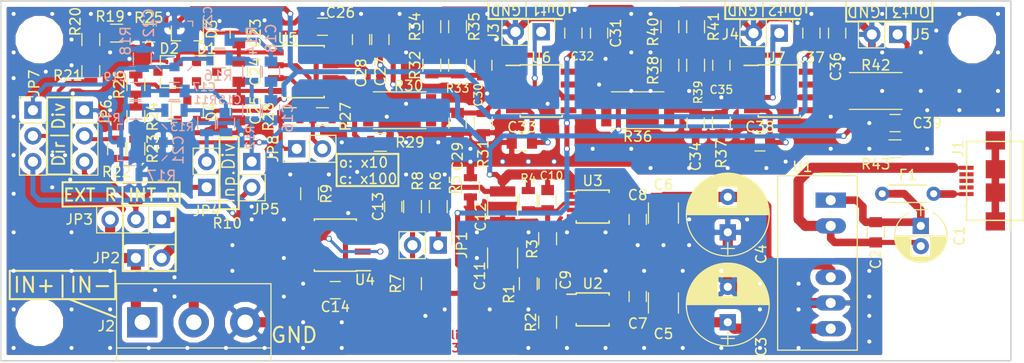
<source format=kicad_pcb>
(kicad_pcb (version 4) (host pcbnew 4.0.7)
  (layers (0 F.Cu signal) (31 B.Cu signal) (34 B.Paste user) (35 F.Paste user) (36 B.SilkS user) (37 F.SilkS user) (38 B.Mask user) (39 F.Mask user) (44 Edge.Cuts user))
  (net 0 "")
  (net 1 "Net-(C1-Pad1)")
  (net 2 "Net-(C1-Pad2)")
  (net 3 "Net-(C3-Pad1)")
  (net 4 "Net-(C11-Pad2)")
  (net 5 "Net-(C4-Pad2)")
  (net 6 "Net-(C7-Pad1)")
  (net 7 "Net-(C8-Pad2)")
  (net 8 VDDA)
  (net 9 "Net-(C9-Pad2)")
  (net 10 "Net-(C10-Pad1)")
  (net 11 VSSA)
  (net 12 "Net-(C13-Pad1)")
  (net 13 "Net-(C15-Pad1)")
  (net 14 "Net-(C15-Pad2)")
  (net 15 "Net-(C16-Pad1)")
  (net 16 "Net-(C16-Pad2)")
  (net 17 "Net-(C17-Pad1)")
  (net 18 "Net-(C18-Pad1)")
  (net 19 "Net-(C19-Pad1)")
  (net 20 "Net-(C20-Pad1)")
  (net 21 GNDA)
  (net 22 "Net-(C23-Pad2)")
  (net 23 "Net-(C24-Pad2)")
  (net 24 "/Diff-Amp & Gain Stages/DiffAmpOut")
  (net 25 "Net-(C30-Pad1)")
  (net 26 "Net-(C30-Pad2)")
  (net 27 "/Diff-Amp & Gain Stages/OutSt1")
  (net 28 "Net-(C35-Pad1)")
  (net 29 "Net-(C35-Pad2)")
  (net 30 "/Diff-Amp & Gain Stages/OutSt2")
  (net 31 "Net-(F1-Pad2)")
  (net 32 "/Diff-Amp & Gain Stages/IN+")
  (net 33 "/Diff-Amp & Gain Stages/IN-")
  (net 34 "Net-(JP1-Pad1)")
  (net 35 "Net-(JP2-Pad2)")
  (net 36 "Net-(JP3-Pad1)")
  (net 37 "Net-(JP3-Pad2)")
  (net 38 "Net-(JP5-Pad2)")
  (net 39 "Net-(JP6-Pad2)")
  (net 40 "Net-(JP7-Pad2)")
  (net 41 "Net-(JP8-Pad1)")
  (net 42 "Net-(JP8-Pad2)")
  (net 43 "Net-(R9-Pad2)")
  (net 44 "Net-(R11-Pad1)")
  (net 45 "Net-(R12-Pad1)")
  (net 46 "Net-(R13-Pad1)")
  (net 47 "Net-(R14-Pad1)")
  (net 48 "Net-(R19-Pad1)")
  (net 49 "Net-(R19-Pad2)")
  (net 50 "Net-(R20-Pad1)")
  (net 51 "Net-(R22-Pad1)")
  (net 52 "Net-(R23-Pad1)")
  (net 53 "Net-(R24-Pad1)")
  (net 54 "Net-(R27-Pad1)")
  (net 55 "Net-(R29-Pad1)")
  (net 56 "Net-(R30-Pad2)")
  (net 57 "Net-(R32-Pad1)")
  (net 58 "Net-(R33-Pad1)")
  (net 59 "Net-(R38-Pad1)")
  (net 60 "Net-(R39-Pad1)")
  (net 61 "Net-(J1-Pad6)")
  (module DiffAmp:VIA-0.6mm (layer F.Cu) (at 119.761 68.834)
    (fp_text reference "" hide)
    (fp_text value "" hide)
    (pad 1 thru_hole circle (at 0 0) (size 0.6 0.6) (drill 0.4) (layers *.Cu) (net 21 GNDA))
  )
  (module DiffAmp:VIA-0.6mm (layer F.Cu) (at 76.2 66.675)
    (fp_text reference "" hide)
    (fp_text value "" hide)
    (pad 1 thru_hole circle (at 0 0) (size 0.6 0.6) (drill 0.4) (layers *.Cu) (net 21 GNDA))
  )
  (module DiffAmp:VIA-0.6mm (layer F.Cu) (at 78.74 63.5)
    (fp_text reference "" hide)
    (fp_text value "" hide)
    (pad 1 thru_hole circle (at 0 0) (size 0.6 0.6) (drill 0.4) (layers *.Cu) (net 21 GNDA))
  )
  (module DiffAmp:VIA-0.6mm (layer F.Cu) (at 78.74 66.04)
    (fp_text reference "" hide)
    (fp_text value "" hide)
    (pad 1 thru_hole circle (at 0 0) (size 0.6 0.6) (drill 0.4) (layers *.Cu) (net 21 GNDA))
  )
  (module DiffAmp:VIA-0.6mm (layer F.Cu) (at 82.55 70.485)
    (fp_text reference "" hide)
    (fp_text value "" hide)
    (pad 1 thru_hole circle (at 0 0) (size 0.6 0.6) (drill 0.4) (layers *.Cu) (net 21 GNDA))
  )
  (module DiffAmp:VIA-0.6mm (layer F.Cu) (at 78.867 68.834)
    (fp_text reference "" hide)
    (fp_text value "" hide)
    (pad 1 thru_hole circle (at 0 0) (size 0.6 0.6) (drill 0.4) (layers *.Cu) (net 21 GNDA))
  )
  (module DiffAmp:VIA-0.6mm (layer F.Cu) (at 82.55 69.215)
    (fp_text reference "" hide)
    (fp_text value "" hide)
    (pad 1 thru_hole circle (at 0 0) (size 0.6 0.6) (drill 0.4) (layers *.Cu) (net 21 GNDA))
  )
  (module DiffAmp:VIA-0.6mm (layer F.Cu) (at 84.455 65.405)
    (fp_text reference "" hide)
    (fp_text value "" hide)
    (pad 1 thru_hole circle (at 0 0) (size 0.6 0.6) (drill 0.4) (layers *.Cu) (net 21 GNDA))
  )
  (module DiffAmp:VIA-0.6mm (layer F.Cu) (at 82.55 64.77)
    (fp_text reference "" hide)
    (fp_text value "" hide)
    (pad 1 thru_hole circle (at 0 0) (size 0.6 0.6) (drill 0.4) (layers *.Cu) (net 21 GNDA))
  )
  (module DiffAmp:VIA-0.6mm (layer F.Cu) (at 76.835 74.93)
    (fp_text reference "" hide)
    (fp_text value "" hide)
    (pad 1 thru_hole circle (at 0 0) (size 0.6 0.6) (drill 0.4) (layers *.Cu) (net 21 GNDA))
  )
  (module DiffAmp:VIA-0.6mm (layer F.Cu) (at 78.613 77.343)
    (fp_text reference "" hide)
    (fp_text value "" hide)
    (pad 1 thru_hole circle (at 0 0) (size 0.6 0.6) (drill 0.4) (layers *.Cu) (net 21 GNDA))
  )
  (module DiffAmp:VIA-0.6mm (layer F.Cu) (at 76.835 78.105)
    (fp_text reference "" hide)
    (fp_text value "" hide)
    (pad 1 thru_hole circle (at 0 0) (size 0.6 0.6) (drill 0.4) (layers *.Cu) (net 21 GNDA))
  )
  (module DiffAmp:VIA-0.6mm (layer F.Cu) (at 78.105 74.93)
    (fp_text reference "" hide)
    (fp_text value "" hide)
    (pad 1 thru_hole circle (at 0 0) (size 0.6 0.6) (drill 0.4) (layers *.Cu) (net 21 GNDA))
  )
  (module DiffAmp:VIA-0.6mm (layer F.Cu) (at 78.74 82.55)
    (fp_text reference "" hide)
    (fp_text value "" hide)
    (pad 1 thru_hole circle (at 0 0) (size 0.6 0.6) (drill 0.4) (layers *.Cu) (net 21 GNDA))
  )
  (module DiffAmp:VIA-0.6mm (layer F.Cu) (at 82.55 90.17)
    (fp_text reference "" hide)
    (fp_text value "" hide)
    (pad 1 thru_hole circle (at 0 0) (size 0.6 0.6) (drill 0.4) (layers *.Cu) (net 21 GNDA))
  )
  (module DiffAmp:VIA-0.6mm (layer F.Cu) (at 82.55 86.36)
    (fp_text reference "" hide)
    (fp_text value "" hide)
    (pad 1 thru_hole circle (at 0 0) (size 0.6 0.6) (drill 0.4) (layers *.Cu) (net 21 GNDA))
  )
  (module DiffAmp:VIA-0.6mm (layer F.Cu) (at 78.74 86.36)
    (fp_text reference "" hide)
    (fp_text value "" hide)
    (pad 1 thru_hole circle (at 0 0) (size 0.6 0.6) (drill 0.4) (layers *.Cu) (net 21 GNDA))
  )
  (module DiffAmp:VIA-0.6mm (layer F.Cu) (at 78.74 90.17)
    (fp_text reference "" hide)
    (fp_text value "" hide)
    (pad 1 thru_hole circle (at 0 0) (size 0.6 0.6) (drill 0.4) (layers *.Cu) (net 21 GNDA))
  )
  (module DiffAmp:VIA-0.6mm (layer F.Cu) (at 73.025 64.77)
    (fp_text reference "" hide)
    (fp_text value "" hide)
    (pad 1 thru_hole circle (at 0 0) (size 0.6 0.6) (drill 0.4) (layers *.Cu) (net 21 GNDA))
  )
  (module DiffAmp:VIA-0.6mm (layer F.Cu) (at 73.025 67.31)
    (fp_text reference "" hide)
    (fp_text value "" hide)
    (pad 1 thru_hole circle (at 0 0) (size 0.6 0.6) (drill 0.4) (layers *.Cu) (net 21 GNDA))
  )
  (module DiffAmp:VIA-0.6mm (layer F.Cu) (at 73.025 71.12)
    (fp_text reference "" hide)
    (fp_text value "" hide)
    (pad 1 thru_hole circle (at 0 0) (size 0.6 0.6) (drill 0.4) (layers *.Cu) (net 21 GNDA))
  )
  (module DiffAmp:VIA-0.6mm (layer F.Cu) (at 73.025 74.93)
    (fp_text reference "" hide)
    (fp_text value "" hide)
    (pad 1 thru_hole circle (at 0 0) (size 0.6 0.6) (drill 0.4) (layers *.Cu) (net 21 GNDA))
  )
  (module DiffAmp:VIA-0.6mm (layer F.Cu) (at 73.025 78.74)
    (fp_text reference "" hide)
    (fp_text value "" hide)
    (pad 1 thru_hole circle (at 0 0) (size 0.6 0.6) (drill 0.4) (layers *.Cu) (net 21 GNDA))
  )
  (module DiffAmp:VIA-0.6mm (layer F.Cu) (at 73.025 82.55)
    (fp_text reference "" hide)
    (fp_text value "" hide)
    (pad 1 thru_hole circle (at 0 0) (size 0.6 0.6) (drill 0.4) (layers *.Cu) (net 21 GNDA))
  )
  (module DiffAmp:VIA-0.6mm (layer F.Cu) (at 73.025 86.36)
    (fp_text reference "" hide)
    (fp_text value "" hide)
    (pad 1 thru_hole circle (at 0 0) (size 0.6 0.6) (drill 0.4) (layers *.Cu) (net 21 GNDA))
  )
  (module DiffAmp:VIA-0.6mm (layer F.Cu) (at 73.025 90.17)
    (fp_text reference "" hide)
    (fp_text value "" hide)
    (pad 1 thru_hole circle (at 0 0) (size 0.6 0.6) (drill 0.4) (layers *.Cu) (net 21 GNDA))
  )
  (module DiffAmp:VIA-0.6mm (layer F.Cu) (at 88.9 88.9)
    (fp_text reference "" hide)
    (fp_text value "" hide)
    (pad 1 thru_hole circle (at 0 0) (size 0.6 0.6) (drill 0.4) (layers *.Cu) (net 21 GNDA))
  )
  (module DiffAmp:VIA-0.6mm (layer F.Cu) (at 86.995 88.265)
    (fp_text reference "" hide)
    (fp_text value "" hide)
    (pad 1 thru_hole circle (at 0 0) (size 0.6 0.6) (drill 0.4) (layers *.Cu) (net 21 GNDA))
  )
  (module DiffAmp:VIA-0.6mm (layer F.Cu) (at 88.9 86.995)
    (fp_text reference "" hide)
    (fp_text value "" hide)
    (pad 1 thru_hole circle (at 0 0) (size 0.6 0.6) (drill 0.4) (layers *.Cu) (net 21 GNDA))
  )
  (module DiffAmp:VIA-0.6mm (layer F.Cu) (at 94.615 86.36)
    (fp_text reference "" hide)
    (fp_text value "" hide)
    (pad 1 thru_hole circle (at 0 0) (size 0.6 0.6) (drill 0.4) (layers *.Cu) (net 21 GNDA))
  )
  (module DiffAmp:VIA-0.6mm (layer F.Cu) (at 94.615 83.82)
    (fp_text reference "" hide)
    (fp_text value "" hide)
    (pad 1 thru_hole circle (at 0 0) (size 0.6 0.6) (drill 0.4) (layers *.Cu) (net 21 GNDA))
  )
  (module DiffAmp:VIA-0.6mm (layer F.Cu) (at 101.6 87.63)
    (fp_text reference "" hide)
    (fp_text value "" hide)
    (pad 1 thru_hole circle (at 0 0) (size 0.6 0.6) (drill 0.4) (layers *.Cu) (net 21 GNDA))
  )
  (module DiffAmp:VIA-0.6mm (layer F.Cu) (at 101.6 91.44)
    (fp_text reference "" hide)
    (fp_text value "" hide)
    (pad 1 thru_hole circle (at 0 0) (size 0.6 0.6) (drill 0.4) (layers *.Cu) (net 21 GNDA))
  )
  (module DiffAmp:VIA-0.6mm (layer F.Cu) (at 105.41 91.44)
    (fp_text reference "" hide)
    (fp_text value "" hide)
    (pad 1 thru_hole circle (at 0 0) (size 0.6 0.6) (drill 0.4) (layers *.Cu) (net 21 GNDA))
  )
  (module DiffAmp:VIA-0.6mm (layer F.Cu) (at 73.025 93.98)
    (fp_text reference "" hide)
    (fp_text value "" hide)
    (pad 1 thru_hole circle (at 0 0) (size 0.6 0.6) (drill 0.4) (layers *.Cu) (net 21 GNDA))
  )
  (module DiffAmp:VIA-0.6mm (layer F.Cu) (at 78.74 93.98)
    (fp_text reference "" hide)
    (fp_text value "" hide)
    (pad 1 thru_hole circle (at 0 0) (size 0.6 0.6) (drill 0.4) (layers *.Cu) (net 21 GNDA))
  )
  (module DiffAmp:VIA-0.6mm (layer F.Cu) (at 82.55 93.98)
    (fp_text reference "" hide)
    (fp_text value "" hide)
    (pad 1 thru_hole circle (at 0 0) (size 0.6 0.6) (drill 0.4) (layers *.Cu) (net 21 GNDA))
  )
  (module DiffAmp:VIA-0.6mm (layer F.Cu) (at 86.36 93.98)
    (fp_text reference "" hide)
    (fp_text value "" hide)
    (pad 1 thru_hole circle (at 0 0) (size 0.6 0.6) (drill 0.4) (layers *.Cu) (net 21 GNDA))
  )
  (module DiffAmp:VIA-0.6mm (layer F.Cu) (at 90.17 93.98)
    (fp_text reference "" hide)
    (fp_text value "" hide)
    (pad 1 thru_hole circle (at 0 0) (size 0.6 0.6) (drill 0.4) (layers *.Cu) (net 21 GNDA))
  )
  (module DiffAmp:VIA-0.6mm (layer F.Cu) (at 93.98 93.98)
    (fp_text reference "" hide)
    (fp_text value "" hide)
    (pad 1 thru_hole circle (at 0 0) (size 0.6 0.6) (drill 0.4) (layers *.Cu) (net 21 GNDA))
  )
  (module DiffAmp:VIA-0.6mm (layer F.Cu) (at 97.79 93.98)
    (fp_text reference "" hide)
    (fp_text value "" hide)
    (pad 1 thru_hole circle (at 0 0) (size 0.6 0.6) (drill 0.4) (layers *.Cu) (net 21 GNDA))
  )
  (module DiffAmp:VIA-0.6mm (layer F.Cu) (at 101.6 93.98)
    (fp_text reference "" hide)
    (fp_text value "" hide)
    (pad 1 thru_hole circle (at 0 0) (size 0.6 0.6) (drill 0.4) (layers *.Cu) (net 21 GNDA))
  )
  (module DiffAmp:VIA-0.6mm (layer F.Cu) (at 99.695 88.9)
    (fp_text reference "" hide)
    (fp_text value "" hide)
    (pad 1 thru_hole circle (at 0 0) (size 0.6 0.6) (drill 0.4) (layers *.Cu) (net 21 GNDA))
  )
  (module DiffAmp:VIA-0.6mm (layer F.Cu) (at 99.695 85.09)
    (fp_text reference "" hide)
    (fp_text value "" hide)
    (pad 1 thru_hole circle (at 0 0) (size 0.6 0.6) (drill 0.4) (layers *.Cu) (net 21 GNDA))
  )
  (module DiffAmp:VIA-0.6mm (layer F.Cu) (at 99.695 81.28)
    (fp_text reference "" hide)
    (fp_text value "" hide)
    (pad 1 thru_hole circle (at 0 0) (size 0.6 0.6) (drill 0.4) (layers *.Cu) (net 21 GNDA))
  )
  (module DiffAmp:VIA-0.6mm (layer F.Cu) (at 96.52 81.28)
    (fp_text reference "" hide)
    (fp_text value "" hide)
    (pad 1 thru_hole circle (at 0 0) (size 0.6 0.6) (drill 0.4) (layers *.Cu) (net 21 GNDA))
  )
  (module DiffAmp:VIA-0.6mm (layer F.Cu) (at 96.52 80.01)
    (fp_text reference "" hide)
    (fp_text value "" hide)
    (pad 1 thru_hole circle (at 0 0) (size 0.6 0.6) (drill 0.4) (layers *.Cu) (net 21 GNDA))
  )
  (module DiffAmp:VIA-0.6mm (layer F.Cu) (at 98.425 74.93)
    (fp_text reference "" hide)
    (fp_text value "" hide)
    (pad 1 thru_hole circle (at 0 0) (size 0.6 0.6) (drill 0.4) (layers *.Cu) (net 21 GNDA))
  )
  (module DiffAmp:VIA-0.6mm (layer F.Cu) (at 100.33 76.835)
    (fp_text reference "" hide)
    (fp_text value "" hide)
    (pad 1 thru_hole circle (at 0 0) (size 0.6 0.6) (drill 0.4) (layers *.Cu) (net 21 GNDA))
  )
  (module DiffAmp:VIA-0.6mm (layer F.Cu) (at 105.41 93.98)
    (fp_text reference "" hide)
    (fp_text value "" hide)
    (pad 1 thru_hole circle (at 0 0) (size 0.6 0.6) (drill 0.4) (layers *.Cu) (net 21 GNDA))
  )
  (module DiffAmp:VIA-0.6mm (layer F.Cu) (at 113.665 90.805)
    (fp_text reference "" hide)
    (fp_text value "" hide)
    (pad 1 thru_hole circle (at 0 0) (size 0.6 0.6) (drill 0.4) (layers *.Cu) (net 21 GNDA))
  )
  (module DiffAmp:VIA-0.6mm (layer F.Cu) (at 115.57 90.17)
    (fp_text reference "" hide)
    (fp_text value "" hide)
    (pad 1 thru_hole circle (at 0 0) (size 0.6 0.6) (drill 0.4) (layers *.Cu) (net 21 GNDA))
  )
  (module DiffAmp:VIA-0.6mm (layer F.Cu) (at 106.045 80.645)
    (fp_text reference "" hide)
    (fp_text value "" hide)
    (pad 1 thru_hole circle (at 0 0) (size 0.6 0.6) (drill 0.4) (layers *.Cu) (net 21 GNDA))
  )
  (module DiffAmp:VIA-0.6mm (layer F.Cu) (at 105.41 73.66)
    (fp_text reference "" hide)
    (fp_text value "" hide)
    (pad 1 thru_hole circle (at 0 0) (size 0.6 0.6) (drill 0.4) (layers *.Cu) (net 21 GNDA))
  )
  (module DiffAmp:VIA-0.6mm (layer F.Cu) (at 104.14 76.835)
    (fp_text reference "" hide)
    (fp_text value "" hide)
    (pad 1 thru_hole circle (at 0 0) (size 0.6 0.6) (drill 0.4) (layers *.Cu) (net 21 GNDA))
  )
  (module DiffAmp:VIA-0.6mm (layer F.Cu) (at 106.934 76.581)
    (fp_text reference "" hide)
    (fp_text value "" hide)
    (pad 1 thru_hole circle (at 0 0) (size 0.6 0.6) (drill 0.4) (layers *.Cu) (net 21 GNDA))
  )
  (module DiffAmp:VIA-0.6mm (layer F.Cu) (at 109.855 71.12)
    (fp_text reference "" hide)
    (fp_text value "" hide)
    (pad 1 thru_hole circle (at 0 0) (size 0.6 0.6) (drill 0.4) (layers *.Cu) (net 21 GNDA))
  )
  (module DiffAmp:VIA-0.6mm (layer F.Cu) (at 111.76 69.85)
    (fp_text reference "" hide)
    (fp_text value "" hide)
    (pad 1 thru_hole circle (at 0 0) (size 0.6 0.6) (drill 0.4) (layers *.Cu) (net 21 GNDA))
  )
  (module DiffAmp:VIA-0.6mm (layer F.Cu) (at 112.395 62.23)
    (fp_text reference "" hide)
    (fp_text value "" hide)
    (pad 1 thru_hole circle (at 0 0) (size 0.6 0.6) (drill 0.4) (layers *.Cu) (net 21 GNDA))
  )
  (module DiffAmp:VIA-0.6mm (layer F.Cu) (at 111.76 64.77)
    (fp_text reference "" hide)
    (fp_text value "" hide)
    (pad 1 thru_hole circle (at 0 0) (size 0.6 0.6) (drill 0.4) (layers *.Cu) (net 21 GNDA))
  )
  (module DiffAmp:VIA-0.6mm (layer F.Cu) (at 119.761 60.96)
    (fp_text reference "" hide)
    (fp_text value "" hide)
    (pad 1 thru_hole circle (at 0 0) (size 0.6 0.6) (drill 0.4) (layers *.Cu) (net 21 GNDA))
  )
  (module DiffAmp:VIA-0.6mm (layer F.Cu) (at 120.65 63.5)
    (fp_text reference "" hide)
    (fp_text value "" hide)
    (pad 1 thru_hole circle (at 0 0) (size 0.6 0.6) (drill 0.4) (layers *.Cu) (net 21 GNDA))
  )
  (module DiffAmp:VIA-0.6mm (layer F.Cu) (at 125.73 69.85)
    (fp_text reference "" hide)
    (fp_text value "" hide)
    (pad 1 thru_hole circle (at 0 0) (size 0.6 0.6) (drill 0.4) (layers *.Cu) (net 21 GNDA))
  )
  (module DiffAmp:VIA-0.6mm (layer F.Cu) (at 111.76 76.835)
    (fp_text reference "" hide)
    (fp_text value "" hide)
    (pad 1 thru_hole circle (at 0 0) (size 0.6 0.6) (drill 0.4) (layers *.Cu) (net 21 GNDA))
  )
  (module DiffAmp:VIA-0.6mm (layer F.Cu) (at 115.57 76.835)
    (fp_text reference "" hide)
    (fp_text value "" hide)
    (pad 1 thru_hole circle (at 0 0) (size 0.6 0.6) (drill 0.4) (layers *.Cu) (net 21 GNDA))
  )
  (module DiffAmp:VIA-0.6mm (layer F.Cu) (at 111.76 73.66)
    (fp_text reference "" hide)
    (fp_text value "" hide)
    (pad 1 thru_hole circle (at 0 0) (size 0.6 0.6) (drill 0.4) (layers *.Cu) (net 21 GNDA))
  )
  (module DiffAmp:VIA-0.6mm (layer F.Cu) (at 114.935 73.66)
    (fp_text reference "" hide)
    (fp_text value "" hide)
    (pad 1 thru_hole circle (at 0 0) (size 0.6 0.6) (drill 0.4) (layers *.Cu) (net 21 GNDA))
  )
  (module DiffAmp:VIA-0.6mm (layer F.Cu) (at 118.11 74.295)
    (fp_text reference "" hide)
    (fp_text value "" hide)
    (pad 1 thru_hole circle (at 0 0) (size 0.6 0.6) (drill 0.4) (layers *.Cu) (net 21 GNDA))
  )
  (module DiffAmp:VIA-0.6mm (layer F.Cu) (at 118.11 75.565)
    (fp_text reference "" hide)
    (fp_text value "" hide)
    (pad 1 thru_hole circle (at 0 0) (size 0.6 0.6) (drill 0.4) (layers *.Cu) (net 21 GNDA))
  )
  (module DiffAmp:VIA-0.6mm (layer F.Cu) (at 123.825 75.565)
    (fp_text reference "" hide)
    (fp_text value "" hide)
    (pad 1 thru_hole circle (at 0 0) (size 0.6 0.6) (drill 0.4) (layers *.Cu) (net 21 GNDA))
  )
  (module DiffAmp:VIA-0.6mm (layer F.Cu) (at 121.285 75.565)
    (fp_text reference "" hide)
    (fp_text value "" hide)
    (pad 1 thru_hole circle (at 0 0) (size 0.6 0.6) (drill 0.4) (layers *.Cu) (net 21 GNDA))
  )
  (module DiffAmp:VIA-0.6mm (layer F.Cu) (at 126.365 75.565)
    (fp_text reference "" hide)
    (fp_text value "" hide)
    (pad 1 thru_hole circle (at 0 0) (size 0.6 0.6) (drill 0.4) (layers *.Cu) (net 21 GNDA))
  )
  (module DiffAmp:VIA-0.6mm (layer F.Cu) (at 130.81 67.945)
    (fp_text reference "" hide)
    (fp_text value "" hide)
    (pad 1 thru_hole circle (at 0 0) (size 0.6 0.6) (drill 0.4) (layers *.Cu) (net 21 GNDA))
  )
  (module DiffAmp:VIA-0.6mm (layer F.Cu) (at 131.445 65.405)
    (fp_text reference "" hide)
    (fp_text value "" hide)
    (pad 1 thru_hole circle (at 0 0) (size 0.6 0.6) (drill 0.4) (layers *.Cu) (net 21 GNDA))
  )
  (module DiffAmp:VIA-0.6mm (layer F.Cu) (at 154.94 65.405)
    (fp_text reference "" hide)
    (fp_text value "" hide)
    (pad 1 thru_hole circle (at 0 0) (size 0.6 0.6) (drill 0.4) (layers *.Cu) (net 21 GNDA))
  )
  (module DiffAmp:VIA-0.6mm (layer F.Cu) (at 130.175 74.295)
    (fp_text reference "" hide)
    (fp_text value "" hide)
    (pad 1 thru_hole circle (at 0 0) (size 0.6 0.6) (drill 0.4) (layers *.Cu) (net 21 GNDA))
  )
  (module DiffAmp:VIA-0.6mm (layer F.Cu) (at 133.985 74.295)
    (fp_text reference "" hide)
    (fp_text value "" hide)
    (pad 1 thru_hole circle (at 0 0) (size 0.6 0.6) (drill 0.4) (layers *.Cu) (net 21 GNDA))
  )
  (module DiffAmp:VIA-0.6mm (layer F.Cu) (at 133.985 68.58)
    (fp_text reference "" hide)
    (fp_text value "" hide)
    (pad 1 thru_hole circle (at 0 0) (size 0.6 0.6) (drill 0.4) (layers *.Cu) (net 21 GNDA))
  )
  (module DiffAmp:VIA-0.6mm (layer F.Cu) (at 133.985 64.77)
    (fp_text reference "" hide)
    (fp_text value "" hide)
    (pad 1 thru_hole circle (at 0 0) (size 0.6 0.6) (drill 0.4) (layers *.Cu) (net 21 GNDA))
  )
  (module DiffAmp:VIA-0.6mm (layer F.Cu) (at 135.89 60.96)
    (fp_text reference "" hide)
    (fp_text value "" hide)
    (pad 1 thru_hole circle (at 0 0) (size 0.6 0.6) (drill 0.4) (layers *.Cu) (net 21 GNDA))
  )
  (module DiffAmp:VIA-0.6mm (layer F.Cu) (at 135.89 64.77)
    (fp_text reference "" hide)
    (fp_text value "" hide)
    (pad 1 thru_hole circle (at 0 0) (size 0.6 0.6) (drill 0.4) (layers *.Cu) (net 21 GNDA))
  )
  (module DiffAmp:VIA-0.6mm (layer F.Cu) (at 142.875 69.215)
    (fp_text reference "" hide)
    (fp_text value "" hide)
    (pad 1 thru_hole circle (at 0 0) (size 0.6 0.6) (drill 0.4) (layers *.Cu) (net 21 GNDA))
  )
  (module DiffAmp:VIA-0.6mm (layer F.Cu) (at 139.7 68.58)
    (fp_text reference "" hide)
    (fp_text value "" hide)
    (pad 1 thru_hole circle (at 0 0) (size 0.6 0.6) (drill 0.4) (layers *.Cu) (net 21 GNDA))
  )
  (module DiffAmp:VIA-0.6mm (layer F.Cu) (at 135.89 68.58)
    (fp_text reference "" hide)
    (fp_text value "" hide)
    (pad 1 thru_hole circle (at 0 0) (size 0.6 0.6) (drill 0.4) (layers *.Cu) (net 21 GNDA))
  )
  (module DiffAmp:VIA-0.6mm (layer F.Cu) (at 135.89 76.2)
    (fp_text reference "" hide)
    (fp_text value "" hide)
    (pad 1 thru_hole circle (at 0 0) (size 0.6 0.6) (drill 0.4) (layers *.Cu) (net 21 GNDA))
  )
  (module DiffAmp:VIA-0.6mm (layer F.Cu) (at 139.7 76.2)
    (fp_text reference "" hide)
    (fp_text value "" hide)
    (pad 1 thru_hole circle (at 0 0) (size 0.6 0.6) (drill 0.4) (layers *.Cu) (net 21 GNDA))
  )
  (module DiffAmp:VIA-0.6mm (layer F.Cu) (at 143.51 76.2)
    (fp_text reference "" hide)
    (fp_text value "" hide)
    (pad 1 thru_hole circle (at 0 0) (size 0.6 0.6) (drill 0.4) (layers *.Cu) (net 21 GNDA))
  )
  (module DiffAmp:VIA-0.6mm (layer F.Cu) (at 147.32 76.2)
    (fp_text reference "" hide)
    (fp_text value "" hide)
    (pad 1 thru_hole circle (at 0 0) (size 0.6 0.6) (drill 0.4) (layers *.Cu) (net 21 GNDA))
  )
  (module DiffAmp:VIA-0.6mm (layer F.Cu) (at 149.225 75.565)
    (fp_text reference "" hide)
    (fp_text value "" hide)
    (pad 1 thru_hole circle (at 0 0) (size 0.6 0.6) (drill 0.4) (layers *.Cu) (net 21 GNDA))
  )
  (module DiffAmp:VIA-0.6mm (layer F.Cu) (at 153.67 71.12)
    (fp_text reference "" hide)
    (fp_text value "" hide)
    (pad 1 thru_hole circle (at 0 0) (size 0.6 0.6) (drill 0.4) (layers *.Cu) (net 21 GNDA))
  )
  (module DiffAmp:VIA-0.6mm (layer F.Cu) (at 153.67 74.295)
    (fp_text reference "" hide)
    (fp_text value "" hide)
    (pad 1 thru_hole circle (at 0 0) (size 0.6 0.6) (drill 0.4) (layers *.Cu) (net 21 GNDA))
  )
  (module DiffAmp:VIA-0.6mm (layer F.Cu) (at 157.48 71.755)
    (fp_text reference "" hide)
    (fp_text value "" hide)
    (pad 1 thru_hole circle (at 0 0) (size 0.6 0.6) (drill 0.4) (layers *.Cu) (net 21 GNDA))
  )
  (module DiffAmp:VIA-0.6mm (layer F.Cu) (at 157.48 74.295)
    (fp_text reference "" hide)
    (fp_text value "" hide)
    (pad 1 thru_hole circle (at 0 0) (size 0.6 0.6) (drill 0.4) (layers *.Cu) (net 21 GNDA))
  )
  (module DiffAmp:VIA-0.6mm (layer F.Cu) (at 158.75 68.58)
    (fp_text reference "" hide)
    (fp_text value "" hide)
    (pad 1 thru_hole circle (at 0 0) (size 0.6 0.6) (drill 0.4) (layers *.Cu) (net 21 GNDA))
  )
  (module DiffAmp:VIA-0.6mm (layer F.Cu) (at 158.75 64.77)
    (fp_text reference "" hide)
    (fp_text value "" hide)
    (pad 1 thru_hole circle (at 0 0) (size 0.6 0.6) (drill 0.4) (layers *.Cu) (net 21 GNDA))
  )
  (module DiffAmp:VIA-0.6mm (layer F.Cu) (at 166.37 70.485)
    (fp_text reference "" hide)
    (fp_text value "" hide)
    (pad 1 thru_hole circle (at 0 0) (size 0.6 0.6) (drill 0.4) (layers *.Cu) (net 21 GNDA))
  )
  (module DiffAmp:VIA-0.6mm (layer F.Cu) (at 170.18 70.485)
    (fp_text reference "" hide)
    (fp_text value "" hide)
    (pad 1 thru_hole circle (at 0 0) (size 0.6 0.6) (drill 0.4) (layers *.Cu) (net 21 GNDA))
  )
  (module DiffAmp:VIA-0.6mm (layer F.Cu) (at 163.195 70.485)
    (fp_text reference "" hide)
    (fp_text value "" hide)
    (pad 1 thru_hole circle (at 0 0) (size 0.6 0.6) (drill 0.4) (layers *.Cu) (net 21 GNDA))
  )
  (module DiffAmp:VIA-0.6mm (layer F.Cu) (at 163.195 74.295)
    (fp_text reference "" hide)
    (fp_text value "" hide)
    (pad 1 thru_hole circle (at 0 0) (size 0.6 0.6) (drill 0.4) (layers *.Cu) (net 21 GNDA))
  )
  (module DiffAmp:VIA-0.6mm (layer F.Cu) (at 162.56 64.77)
    (fp_text reference "" hide)
    (fp_text value "" hide)
    (pad 1 thru_hole circle (at 0 0) (size 0.6 0.6) (drill 0.4) (layers *.Cu) (net 21 GNDA))
  )
  (module DiffAmp:VIA-0.6mm (layer F.Cu) (at 162.56 68.58)
    (fp_text reference "" hide)
    (fp_text value "" hide)
    (pad 1 thru_hole circle (at 0 0) (size 0.6 0.6) (drill 0.4) (layers *.Cu) (net 21 GNDA))
  )
  (module DiffAmp:VIA-0.6mm (layer F.Cu) (at 166.37 68.58)
    (fp_text reference "" hide)
    (fp_text value "" hide)
    (pad 1 thru_hole circle (at 0 0) (size 0.6 0.6) (drill 0.4) (layers *.Cu) (net 21 GNDA))
  )
  (module DiffAmp:VIA-0.6mm (layer F.Cu) (at 170.18 68.58)
    (fp_text reference "" hide)
    (fp_text value "" hide)
    (pad 1 thru_hole circle (at 0 0) (size 0.6 0.6) (drill 0.4) (layers *.Cu) (net 21 GNDA))
  )
  (module DiffAmp:VIA-0.6mm (layer F.Cu) (at 170.18 64.77)
    (fp_text reference "" hide)
    (fp_text value "" hide)
    (pad 1 thru_hole circle (at 0 0) (size 0.6 0.6) (drill 0.4) (layers *.Cu) (net 21 GNDA))
  )
  (module DiffAmp:VIA-0.6mm (layer F.Cu) (at 133.985 60.96)
    (fp_text reference "" hide)
    (fp_text value "" hide)
    (pad 1 thru_hole circle (at 0 0) (size 0.6 0.6) (drill 0.4) (layers *.Cu) (net 21 GNDA))
  )
  (module DiffAmp:VIA-0.6mm (layer F.Cu) (at 128.397 60.579)
    (fp_text reference "" hide)
    (fp_text value "" hide)
    (pad 1 thru_hole circle (at 0 0) (size 0.6 0.6) (drill 0.4) (layers *.Cu) (net 21 GNDA))
  )
  (module DiffAmp:VIA-0.6mm (layer F.Cu) (at 103.505 60.96)
    (fp_text reference "" hide)
    (fp_text value "" hide)
    (pad 1 thru_hole circle (at 0 0) (size 0.6 0.6) (drill 0.4) (layers *.Cu) (net 21 GNDA))
  )
  (module DiffAmp:VIA-0.6mm (layer F.Cu) (at 107.315 60.96)
    (fp_text reference "" hide)
    (fp_text value "" hide)
    (pad 1 thru_hole circle (at 0 0) (size 0.6 0.6) (drill 0.4) (layers *.Cu) (net 21 GNDA))
  )
  (module DiffAmp:VIA-0.6mm (layer F.Cu) (at 111.125 60.96)
    (fp_text reference "" hide)
    (fp_text value "" hide)
    (pad 1 thru_hole circle (at 0 0) (size 0.6 0.6) (drill 0.4) (layers *.Cu) (net 21 GNDA))
  )
  (module DiffAmp:VIA-0.6mm (layer F.Cu) (at 97.79 61.595)
    (fp_text reference "" hide)
    (fp_text value "" hide)
    (pad 1 thru_hole circle (at 0 0) (size 0.6 0.6) (drill 0.4) (layers *.Cu) (net 21 GNDA))
  )
  (module DiffAmp:VIA-0.6mm (layer F.Cu) (at 88.265 60.96)
    (fp_text reference "" hide)
    (fp_text value "" hide)
    (pad 1 thru_hole circle (at 0 0) (size 0.6 0.6) (drill 0.4) (layers *.Cu) (net 21 GNDA))
  )
  (module DiffAmp:VIA-0.6mm (layer F.Cu) (at 84.455 60.96)
    (fp_text reference "" hide)
    (fp_text value "" hide)
    (pad 1 thru_hole circle (at 0 0) (size 0.6 0.6) (drill 0.4) (layers *.Cu) (net 21 GNDA))
  )
  (module DiffAmp:VIA-0.6mm (layer F.Cu) (at 80.645 60.96)
    (fp_text reference "" hide)
    (fp_text value "" hide)
    (pad 1 thru_hole circle (at 0 0) (size 0.6 0.6) (drill 0.4) (layers *.Cu) (net 21 GNDA))
  )
  (module DiffAmp:VIA-0.6mm (layer F.Cu) (at 76.835 60.96)
    (fp_text reference "" hide)
    (fp_text value "" hide)
    (pad 1 thru_hole circle (at 0 0) (size 0.6 0.6) (drill 0.4) (layers *.Cu) (net 21 GNDA))
  )
  (module DiffAmp:VIA-0.6mm (layer F.Cu) (at 73.025 60.96)
    (fp_text reference "" hide)
    (fp_text value "" hide)
    (pad 1 thru_hole circle (at 0 0) (size 0.6 0.6) (drill 0.4) (layers *.Cu) (net 21 GNDA))
  )
  (module DiffAmp:VIA-0.6mm (layer F.Cu) (at 150.39 61.865)
    (fp_text reference "" hide)
    (fp_text value "" hide)
    (pad 1 thru_hole circle (at 0 0) (size 0.6 0.6) (drill 0.4) (layers *.Cu) (net 21 GNDA))
  )
  (module DiffAmp:VIA-0.6mm (layer F.Cu) (at 151.765 60.96)
    (fp_text reference "" hide)
    (fp_text value "" hide)
    (pad 1 thru_hole circle (at 0 0) (size 0.6 0.6) (drill 0.4) (layers *.Cu) (net 21 GNDA))
  )
  (module DiffAmp:VIA-0.6mm (layer F.Cu) (at 158.75 60.96)
    (fp_text reference "" hide)
    (fp_text value "" hide)
    (pad 1 thru_hole circle (at 0 0) (size 0.6 0.6) (drill 0.4) (layers *.Cu) (net 21 GNDA))
  )
  (module DiffAmp:VIA-0.6mm (layer F.Cu) (at 164.084 62.611)
    (fp_text reference "" hide)
    (fp_text value "" hide)
    (pad 1 thru_hole circle (at 0 0) (size 0.6 0.6) (drill 0.4) (layers *.Cu) (net 21 GNDA))
  )
  (module DiffAmp:VIA-0.6mm (layer F.Cu) (at 166.37 60.96)
    (fp_text reference "" hide)
    (fp_text value "" hide)
    (pad 1 thru_hole circle (at 0 0) (size 0.6 0.6) (drill 0.4) (layers *.Cu) (net 21 GNDA))
  )
  (module DiffAmp:VIA-0.6mm (layer F.Cu) (at 118.745 85.09)
    (fp_text reference "" hide)
    (fp_text value "" hide)
    (pad 1 thru_hole circle (at 0 0) (size 0.6 0.6) (drill 0.4) (layers *.Cu) (net 4 "Net-(C11-Pad2)"))
  )
  (module DiffAmp:VIA-0.6mm (layer F.Cu) (at 118.745 82.55)
    (fp_text reference "" hide)
    (fp_text value "" hide)
    (pad 1 thru_hole circle (at 0 0) (size 0.6 0.6) (drill 0.4) (layers *.Cu) (net 4 "Net-(C11-Pad2)"))
  )
  (module DiffAmp:VIA-0.6mm (layer F.Cu) (at 123.845 82.55)
    (fp_text reference "" hide)
    (fp_text value "" hide)
    (pad 1 thru_hole circle (at 0 0) (size 0.6 0.6) (drill 0.4) (layers *.Cu) (net 4 "Net-(C11-Pad2)"))
  )
  (module DiffAmp:VIA-0.6mm (layer F.Cu) (at 134.62 83.82)
    (fp_text reference "" hide)
    (fp_text value "" hide)
    (pad 1 thru_hole circle (at 0 0) (size 0.6 0.6) (drill 0.4) (layers *.Cu) (net 4 "Net-(C11-Pad2)"))
  )
  (module DiffAmp:VIA-0.6mm (layer F.Cu) (at 127.635 82.55)
    (fp_text reference "" hide)
    (fp_text value "" hide)
    (pad 1 thru_hole circle (at 0 0) (size 0.6 0.6) (drill 0.4) (layers *.Cu) (net 4 "Net-(C11-Pad2)"))
  )
  (module DiffAmp:VIA-0.6mm (layer F.Cu) (at 131.445 82.55)
    (fp_text reference "" hide)
    (fp_text value "" hide)
    (pad 1 thru_hole circle (at 0 0) (size 0.6 0.6) (drill 0.4) (layers *.Cu) (net 4 "Net-(C11-Pad2)"))
  )
  (module DiffAmp:VIA-0.6mm (layer F.Cu) (at 137.16 83.82)
    (fp_text reference "" hide)
    (fp_text value "" hide)
    (pad 1 thru_hole circle (at 0 0) (size 0.6 0.6) (drill 0.4) (layers *.Cu) (net 4 "Net-(C11-Pad2)"))
  )
  (module DiffAmp:VIA-0.6mm (layer F.Cu) (at 139.7 83.82)
    (fp_text reference "" hide)
    (fp_text value "" hide)
    (pad 1 thru_hole circle (at 0 0) (size 0.6 0.6) (drill 0.4) (layers *.Cu) (net 4 "Net-(C11-Pad2)"))
  )
  (module DiffAmp:VIA-0.6mm (layer F.Cu) (at 139.7 81.28)
    (fp_text reference "" hide)
    (fp_text value "" hide)
    (pad 1 thru_hole circle (at 0 0) (size 0.6 0.6) (drill 0.4) (layers *.Cu) (net 4 "Net-(C11-Pad2)"))
  )
  (module DiffAmp:VIA-0.6mm (layer F.Cu) (at 145.415 81.28)
    (fp_text reference "" hide)
    (fp_text value "" hide)
    (pad 1 thru_hole circle (at 0 0) (size 0.6 0.6) (drill 0.4) (layers *.Cu) (net 4 "Net-(C11-Pad2)"))
  )
  (module DiffAmp:VIA-0.6mm (layer F.Cu) (at 142.875 86.36)
    (fp_text reference "" hide)
    (fp_text value "" hide)
    (pad 1 thru_hole circle (at 0 0) (size 0.6 0.6) (drill 0.4) (layers *.Cu) (net 4 "Net-(C11-Pad2)"))
  )
  (module DiffAmp:VIA-0.6mm (layer F.Cu) (at 142.875 86.36)
    (fp_text reference "" hide)
    (fp_text value "" hide)
    (pad 1 thru_hole circle (at 0 0) (size 0.6 0.6) (drill 0.4) (layers *.Cu) (net 4 "Net-(C11-Pad2)"))
  )
  (module DiffAmp:VIA-0.6mm (layer F.Cu) (at 139.065 86.36)
    (fp_text reference "" hide)
    (fp_text value "" hide)
    (pad 1 thru_hole circle (at 0 0) (size 0.6 0.6) (drill 0.4) (layers *.Cu) (net 4 "Net-(C11-Pad2)"))
  )
  (module DiffAmp:VIA-0.6mm (layer F.Cu) (at 135.255 86.36)
    (fp_text reference "" hide)
    (fp_text value "" hide)
    (pad 1 thru_hole circle (at 0 0) (size 0.6 0.6) (drill 0.4) (layers *.Cu) (net 4 "Net-(C11-Pad2)"))
  )
  (module DiffAmp:VIA-0.6mm (layer F.Cu) (at 131.445 86.36)
    (fp_text reference "" hide)
    (fp_text value "" hide)
    (pad 1 thru_hole circle (at 0 0) (size 0.6 0.6) (drill 0.4) (layers *.Cu) (net 4 "Net-(C11-Pad2)"))
  )
  (module DiffAmp:VIA-0.6mm (layer F.Cu) (at 120.015 90.17)
    (fp_text reference "" hide)
    (fp_text value "" hide)
    (pad 1 thru_hole circle (at 0 0) (size 0.6 0.6) (drill 0.4) (layers *.Cu) (net 4 "Net-(C11-Pad2)"))
  )
  (module DiffAmp:VIA-0.6mm (layer F.Cu) (at 123.825 90.17)
    (fp_text reference "" hide)
    (fp_text value "" hide)
    (pad 1 thru_hole circle (at 0 0) (size 0.6 0.6) (drill 0.4) (layers *.Cu) (net 4 "Net-(C11-Pad2)"))
  )
  (module DiffAmp:VIA-0.6mm (layer F.Cu) (at 123.825 93.98)
    (fp_text reference "" hide)
    (fp_text value "" hide)
    (pad 1 thru_hole circle (at 0 0) (size 0.6 0.6) (drill 0.4) (layers *.Cu) (net 4 "Net-(C11-Pad2)"))
  )
  (module DiffAmp:VIA-0.6mm (layer F.Cu) (at 127.635 93.98)
    (fp_text reference "" hide)
    (fp_text value "" hide)
    (pad 1 thru_hole circle (at 0 0) (size 0.6 0.6) (drill 0.4) (layers *.Cu) (net 4 "Net-(C11-Pad2)"))
  )
  (module DiffAmp:VIA-0.6mm (layer F.Cu) (at 131.445 93.98)
    (fp_text reference "" hide)
    (fp_text value "" hide)
    (pad 1 thru_hole circle (at 0 0) (size 0.6 0.6) (drill 0.4) (layers *.Cu) (net 4 "Net-(C11-Pad2)"))
  )
  (module DiffAmp:VIA-0.6mm (layer F.Cu) (at 135.255 93.98)
    (fp_text reference "" hide)
    (fp_text value "" hide)
    (pad 1 thru_hole circle (at 0 0) (size 0.6 0.6) (drill 0.4) (layers *.Cu) (net 4 "Net-(C11-Pad2)"))
  )
  (module DiffAmp:VIA-0.6mm (layer F.Cu) (at 139.065 93.98)
    (fp_text reference "" hide)
    (fp_text value "" hide)
    (pad 1 thru_hole circle (at 0 0) (size 0.6 0.6) (drill 0.4) (layers *.Cu) (net 4 "Net-(C11-Pad2)"))
  )
  (module DiffAmp:VIA-0.6mm (layer F.Cu) (at 142.875 93.98)
    (fp_text reference "" hide)
    (fp_text value "" hide)
    (pad 1 thru_hole circle (at 0 0) (size 0.6 0.6) (drill 0.4) (layers *.Cu) (net 4 "Net-(C11-Pad2)"))
  )
  (module DiffAmp:VIA-0.6mm (layer F.Cu) (at 150.495 93.98)
    (fp_text reference "" hide)
    (fp_text value "" hide)
    (pad 1 thru_hole circle (at 0 0) (size 0.6 0.6) (drill 0.4) (layers *.Cu) (net 4 "Net-(C11-Pad2)"))
  )
  (module DiffAmp:VIA-0.6mm (layer F.Cu) (at 146.685 93.98)
    (fp_text reference "" hide)
    (fp_text value "" hide)
    (pad 1 thru_hole circle (at 0 0) (size 0.6 0.6) (drill 0.4) (layers *.Cu) (net 4 "Net-(C11-Pad2)"))
  )
  (module DiffAmp:VIA-0.6mm (layer F.Cu) (at 146.685 87.63)
    (fp_text reference "" hide)
    (fp_text value "" hide)
    (pad 1 thru_hole circle (at 0 0) (size 0.6 0.6) (drill 0.4) (layers *.Cu) (net 4 "Net-(C11-Pad2)"))
  )
  (module DiffAmp:VIA-0.6mm (layer F.Cu) (at 146.685 90.17)
    (fp_text reference "" hide)
    (fp_text value "" hide)
    (pad 1 thru_hole circle (at 0 0) (size 0.6 0.6) (drill 0.4) (layers *.Cu) (net 4 "Net-(C11-Pad2)"))
  )
  (module DiffAmp:VIA-0.6mm (layer F.Cu) (at 150.495 90.17)
    (fp_text reference "" hide)
    (fp_text value "" hide)
    (pad 1 thru_hole circle (at 0 0) (size 0.6 0.6) (drill 0.4) (layers *.Cu) (net 4 "Net-(C11-Pad2)"))
  )
  (module DiffAmp:VIA-0.6mm (layer F.Cu) (at 150.495 87.63)
    (fp_text reference "" hide)
    (fp_text value "" hide)
    (pad 1 thru_hole circle (at 0 0) (size 0.6 0.6) (drill 0.4) (layers *.Cu) (net 4 "Net-(C11-Pad2)"))
  )
  (module DiffAmp:VIA-0.6mm (layer F.Cu) (at 157.48 88.9)
    (fp_text reference "" hide)
    (fp_text value "" hide)
    (pad 1 thru_hole circle (at 0 0) (size 0.6 0.6) (drill 0.4) (layers *.Cu) (net 4 "Net-(C11-Pad2)"))
  )
  (module DiffAmp:VIA-0.6mm (layer F.Cu) (at 157.48 90.805)
    (fp_text reference "" hide)
    (fp_text value "" hide)
    (pad 1 thru_hole circle (at 0 0) (size 0.6 0.6) (drill 0.4) (layers *.Cu) (net 4 "Net-(C11-Pad2)"))
  )
  (module DiffAmp:VIA-0.6mm (layer F.Cu) (at 157.48 93.345)
    (fp_text reference "" hide)
    (fp_text value "" hide)
    (pad 1 thru_hole circle (at 0 0) (size 0.6 0.6) (drill 0.4) (layers *.Cu) (net 4 "Net-(C11-Pad2)"))
  )
  (module DiffAmp:VIA-0.6mm (layer F.Cu) (at 157.48 86.36)
    (fp_text reference "" hide)
    (fp_text value "" hide)
    (pad 1 thru_hole circle (at 0 0) (size 0.6 0.6) (drill 0.4) (layers *.Cu) (net 4 "Net-(C11-Pad2)"))
  )
  (module Mounting_Holes:MountingHole_2.7mm_M2.5 (layer F.Cu) (at 167.64 91.44)
    (fp_text reference REF** hide)
    (fp_text value MountingHole_2.7mm_M2.5)
    (pad 1 np_thru_hole circle (at 0 0) (size 2.7 2.7) (drill 2.7) (layers *.Cu *.Mask))
  )
  (module Mounting_Holes:MountingHole_2.7mm_M2.5 (layer F.Cu) (at 75.565 91.44)
    (fp_text reference REF** hide)
    (fp_text value MountingHole_2.7mm_M2.5)
    (pad "" np_thru_hole circle (at 0 0) (size 2.7 2.7) (drill 2.7) (layers *.Cu *.Mask) (clearance 1))
  )
  (module Mounting_Holes:MountingHole_2.7mm_M2.5 (layer F.Cu) (at 75.565 63.5)
    (fp_text reference REF** hide)
    (fp_text value MountingHole_2.7mm_M2.5)
    (pad "" np_thru_hole circle (at 0 0) (size 2.7 2.7) (drill 2.7) (layers *.Cu *.Mask) (clearance 1))
  )
  (module Capacitors_THT:CP_Radial_D5.0mm_P2.00mm (layer F.Cu) (at 162.56 81.915 270)
    (fp_text reference C1 (at 1 -3.81 270) (layer F.SilkS))
    (fp_text value 10u)
    (pad 1 thru_hole rect (at 0 0 270) (size 1.6 1.6) (drill 0.8) (layers *.Cu *.Mask) (net 1 "Net-(C1-Pad1)"))
    (pad 2 thru_hole circle (at 2 0 270) (size 1.6 1.6) (drill 0.8) (layers *.Cu *.Mask) (net 2 "Net-(C1-Pad2)"))
  )
  (module Capacitors_SMD:C_0805 (layer F.Cu) (at 158.115 82.55 270)
    (fp_text reference C2 (at 2.667 0 270) (layer F.SilkS))
    (fp_text value 100n)
    (pad 1 smd rect (at -1 0 270) (size 1 1.25) (layers F.Cu F.Paste F.Mask) (net 1 "Net-(C1-Pad1)"))
    (pad 2 smd rect (at 1 0 270) (size 1 1.25) (layers F.Cu F.Paste F.Mask) (net 2 "Net-(C1-Pad2)"))
  )
  (module Capacitors_THT:CP_Radial_D8.0mm_P3.50mm (layer F.Cu) (at 143.51 91.44 90)
    (fp_text reference C3 (at -2.413 3.302 90) (layer F.SilkS))
    (fp_text value 100u)
    (pad 1 thru_hole rect (at 0 0 90) (size 1.6 1.6) (drill 0.8) (layers *.Cu *.Mask) (net 3 "Net-(C3-Pad1)"))
    (pad 2 thru_hole circle (at 3.5 0 90) (size 1.6 1.6) (drill 0.8) (layers *.Cu *.Mask) (net 4 "Net-(C11-Pad2)"))
  )
  (module Capacitors_THT:CP_Radial_D8.0mm_P3.50mm (layer F.Cu) (at 143.51 82.55 90)
    (fp_text reference C4 (at -2.159 3.302 90) (layer F.SilkS))
    (fp_text value 100u)
    (pad 1 thru_hole rect (at 0 0 90) (size 1.6 1.6) (drill 0.8) (layers *.Cu *.Mask) (net 4 "Net-(C11-Pad2)"))
    (pad 2 thru_hole circle (at 3.5 0 90) (size 1.6 1.6) (drill 0.8) (layers *.Cu *.Mask) (net 5 "Net-(C4-Pad2)"))
  )
  (module Capacitors_SMD:C_1210 (layer F.Cu) (at 137.16 89.535 90)
    (fp_text reference C5 (at -3.048 0 180) (layer F.SilkS))
    (fp_text value 10u)
    (pad 1 smd rect (at -1.5 0 90) (size 1 2.5) (layers F.Cu F.Paste F.Mask) (net 3 "Net-(C3-Pad1)"))
    (pad 2 smd rect (at 1.5 0 90) (size 1 2.5) (layers F.Cu F.Paste F.Mask) (net 4 "Net-(C11-Pad2)"))
  )
  (module Capacitors_SMD:C_1210 (layer F.Cu) (at 137.16 80.645 90)
    (fp_text reference C6 (at 2.794 0 180) (layer F.SilkS))
    (fp_text value 10u)
    (pad 1 smd rect (at -1.5 0 90) (size 1 2.5) (layers F.Cu F.Paste F.Mask) (net 4 "Net-(C11-Pad2)"))
    (pad 2 smd rect (at 1.5 0 90) (size 1 2.5) (layers F.Cu F.Paste F.Mask) (net 5 "Net-(C4-Pad2)"))
  )
  (module Capacitors_SMD:C_0805 (layer F.Cu) (at 134.62 88.9 90)
    (fp_text reference C7 (at -2.667 0 180) (layer F.SilkS))
    (fp_text value 10n)
    (pad 1 smd rect (at -1 0 90) (size 1 1.25) (layers F.Cu F.Paste F.Mask) (net 6 "Net-(C7-Pad1)"))
    (pad 2 smd rect (at 1 0 90) (size 1 1.25) (layers F.Cu F.Paste F.Mask) (net 4 "Net-(C11-Pad2)"))
  )
  (module Capacitors_SMD:C_0805 (layer F.Cu) (at 134.62 81.28 90)
    (fp_text reference C8 (at 2.413 0 180) (layer F.SilkS))
    (fp_text value 10n)
    (pad 1 smd rect (at -1 0 90) (size 1 1.25) (layers F.Cu F.Paste F.Mask) (net 4 "Net-(C11-Pad2)"))
    (pad 2 smd rect (at 1 0 90) (size 1 1.25) (layers F.Cu F.Paste F.Mask) (net 7 "Net-(C8-Pad2)"))
  )
  (module Capacitors_SMD:C_0805 (layer F.Cu) (at 125.73 87.63 270)
    (fp_text reference C9 (at -0.381 -1.778 270) (layer F.SilkS))
    (fp_text value 10n)
    (pad 1 smd rect (at -1 0 270) (size 1 1.25) (layers F.Cu F.Paste F.Mask) (net 8 VDDA))
    (pad 2 smd rect (at 1 0 270) (size 1 1.25) (layers F.Cu F.Paste F.Mask) (net 9 "Net-(C9-Pad2)"))
  )
  (module Capacitors_SMD:C_0805 (layer F.Cu) (at 125.73 79.375 90)
    (fp_text reference C10 (at 2.413 0.381 180) (layer F.SilkS) (effects (font (size 0.8 0.8) (thickness 0.13))))
    (fp_text value 10n)
    (pad 1 smd rect (at -1 0 90) (size 1 1.25) (layers F.Cu F.Paste F.Mask) (net 10 "Net-(C10-Pad1)"))
    (pad 2 smd rect (at 1 0 90) (size 1 1.25) (layers F.Cu F.Paste F.Mask) (net 11 VSSA))
  )
  (module Capacitors_SMD:C_1210 (layer F.Cu) (at 121.285 85.09 90)
    (fp_text reference C11 (at -1.778 -2.25 90) (layer F.SilkS))
    (fp_text value 10u)
    (pad 1 smd rect (at -1.5 0 90) (size 1 2.5) (layers F.Cu F.Paste F.Mask) (net 8 VDDA))
    (pad 2 smd rect (at 1.5 0 90) (size 1 2.5) (layers F.Cu F.Paste F.Mask) (net 4 "Net-(C11-Pad2)"))
  )
  (module Capacitors_SMD:C_1210 (layer F.Cu) (at 121.285 80.01 90)
    (fp_text reference C12 (at -1.016 -2.159 90) (layer F.SilkS))
    (fp_text value 10u)
    (pad 1 smd rect (at -1.5 0 90) (size 1 2.5) (layers F.Cu F.Paste F.Mask) (net 4 "Net-(C11-Pad2)"))
    (pad 2 smd rect (at 1.5 0 90) (size 1 2.5) (layers F.Cu F.Paste F.Mask) (net 11 VSSA))
  )
  (module Capacitors_SMD:C_0805 (layer F.Cu) (at 110.49 80.01 90)
    (fp_text reference C13 (at 0 -1.5 90) (layer F.SilkS))
    (fp_text value 10n)
    (pad 1 smd rect (at -1 0 90) (size 1 1.25) (layers F.Cu F.Paste F.Mask) (net 12 "Net-(C13-Pad1)"))
    (pad 2 smd rect (at 1 0 90) (size 1 1.25) (layers F.Cu F.Paste F.Mask) (net 11 VSSA))
  )
  (module Capacitors_SMD:C_0805 (layer F.Cu) (at 104.775 88.265 180)
    (fp_text reference C14 (at 0 -1.651 180) (layer F.SilkS))
    (fp_text value 100n)
    (pad 1 smd rect (at -1 0 180) (size 1 1.25) (layers F.Cu F.Paste F.Mask) (net 11 VSSA))
    (pad 2 smd rect (at 1 0 180) (size 1 1.25) (layers F.Cu F.Paste F.Mask) (net 8 VDDA))
  )
  (module Capacitors_SMD:C_0805 (layer B.Cu) (at 93.98 71.755 270)
    (fp_text reference C15 (at -2.286 -0.381 360) (layer B.SilkS) (effects (font (size 0.8 0.8) (thickness 0.13)) (justify mirror)))
    (fp_text value C)
    (pad 1 smd rect (at -1 0 270) (size 1 1.25) (layers B.Cu B.Paste B.Mask) (net 13 "Net-(C15-Pad1)"))
    (pad 2 smd rect (at 1 0 270) (size 1 1.25) (layers B.Cu B.Paste B.Mask) (net 14 "Net-(C15-Pad2)"))
  )
  (module Capacitors_SMD:C_0805 (layer B.Cu) (at 98.425 70.485 270)
    (fp_text reference C16 (at 0.762 -1.651 270) (layer B.SilkS) (effects (justify mirror)))
    (fp_text value C)
    (pad 1 smd rect (at -1 0 270) (size 1 1.25) (layers B.Cu B.Paste B.Mask) (net 15 "Net-(C16-Pad1)"))
    (pad 2 smd rect (at 1 0 270) (size 1 1.25) (layers B.Cu B.Paste B.Mask) (net 16 "Net-(C16-Pad2)"))
  )
  (module Capacitors_SMD:C_0805 (layer B.Cu) (at 88.9 68.58)
    (fp_text reference C17 (at 2.921 -0.381) (layer B.SilkS) (effects (font (size 0.8 0.8) (thickness 0.13)) (justify mirror)))
    (fp_text value C)
    (pad 1 smd rect (at -1 0) (size 1 1.25) (layers B.Cu B.Paste B.Mask) (net 17 "Net-(C17-Pad1)"))
    (pad 2 smd rect (at 1 0) (size 1 1.25) (layers B.Cu B.Paste B.Mask) (net 13 "Net-(C15-Pad1)"))
  )
  (module Capacitors_SMD:C_0805 (layer B.Cu) (at 98.425 66.675 270)
    (fp_text reference C18 (at -3.302 0 270) (layer B.SilkS) (effects (justify mirror)))
    (fp_text value C)
    (pad 1 smd rect (at -1 0 270) (size 1 1.25) (layers B.Cu B.Paste B.Mask) (net 18 "Net-(C18-Pad1)"))
    (pad 2 smd rect (at 1 0 270) (size 1 1.25) (layers B.Cu B.Paste B.Mask) (net 15 "Net-(C16-Pad1)"))
  )
  (module Capacitors_SMD:C_0805 (layer B.Cu) (at 85.09 68.58)
    (fp_text reference C19 (at -2.032 -1.397 180) (layer B.SilkS) (effects (font (size 0.8 0.8) (thickness 0.13)) (justify mirror)))
    (fp_text value C)
    (pad 1 smd rect (at -1 0) (size 1 1.25) (layers B.Cu B.Paste B.Mask) (net 19 "Net-(C19-Pad1)"))
    (pad 2 smd rect (at 1 0) (size 1 1.25) (layers B.Cu B.Paste B.Mask) (net 17 "Net-(C17-Pad1)"))
  )
  (module Capacitors_SMD:C_0805 (layer B.Cu) (at 93.345 63.5)
    (fp_text reference C20 (at -1.143 -2.159 90) (layer B.SilkS) (effects (font (size 0.8 0.8) (thickness 0.13)) (justify mirror)))
    (fp_text value C)
    (pad 1 smd rect (at -1 0) (size 1 1.25) (layers B.Cu B.Paste B.Mask) (net 20 "Net-(C20-Pad1)"))
    (pad 2 smd rect (at 1 0) (size 1 1.25) (layers B.Cu B.Paste B.Mask) (net 18 "Net-(C18-Pad1)"))
  )
  (module Capacitors_SMD:C_Trimmer_Murata_TZC3 (layer B.Cu) (at 85.725 73.66 180)
    (fp_text reference C21 (at -3.556 -0.762 270) (layer B.SilkS) (effects (justify mirror)))
    (fp_text value C_Variable)
    (pad 1 smd rect (at -2.075 0 180) (size 0.85 1) (layers B.Cu B.Paste B.Mask) (net 21 GNDA))
    (pad 2 smd rect (at 2.075 0 180) (size 0.85 1) (layers B.Cu B.Paste B.Mask) (net 19 "Net-(C19-Pad1)"))
  )
  (module Capacitors_SMD:C_Trimmer_Murata_TZC3 (layer B.Cu) (at 88.9 64.135 90)
    (fp_text reference C22 (at 2.286 -2.54 90) (layer B.SilkS) (effects (justify mirror)))
    (fp_text value C_Variable)
    (pad 1 smd rect (at -2.075 0 90) (size 0.85 1) (layers B.Cu B.Paste B.Mask) (net 20 "Net-(C20-Pad1)"))
    (pad 2 smd rect (at 2.075 0 90) (size 0.85 1) (layers B.Cu B.Paste B.Mask) (net 21 GNDA))
  )
  (module Capacitors_SMD:C_0805 (layer F.Cu) (at 95.25 62.865 270)
    (fp_text reference C23 (at 0 -1.651 270) (layer F.SilkS))
    (fp_text value C)
    (pad 1 smd rect (at -1 0 270) (size 1 1.25) (layers F.Cu F.Paste F.Mask) (net 21 GNDA))
    (pad 2 smd rect (at 1 0 270) (size 1 1.25) (layers F.Cu F.Paste F.Mask) (net 22 "Net-(C23-Pad2)"))
  )
  (module Capacitors_SMD:C_0805 (layer F.Cu) (at 95.25 66.675 270)
    (fp_text reference C24 (at 0 -1.651 270) (layer F.SilkS))
    (fp_text value C)
    (pad 1 smd rect (at -1 0 270) (size 1 1.25) (layers F.Cu F.Paste F.Mask) (net 22 "Net-(C23-Pad2)"))
    (pad 2 smd rect (at 1 0 270) (size 1 1.25) (layers F.Cu F.Paste F.Mask) (net 23 "Net-(C24-Pad2)"))
  )
  (module Capacitors_SMD:C_0805 (layer F.Cu) (at 95.25 70.485 270)
    (fp_text reference C25 (at 0 -1.651 270) (layer F.SilkS))
    (fp_text value C)
    (pad 1 smd rect (at -1 0 270) (size 1 1.25) (layers F.Cu F.Paste F.Mask) (net 23 "Net-(C24-Pad2)"))
    (pad 2 smd rect (at 1 0 270) (size 1 1.25) (layers F.Cu F.Paste F.Mask) (net 21 GNDA))
  )
  (module Capacitors_SMD:C_0805 (layer F.Cu) (at 103.505 62.23)
    (fp_text reference C26 (at 1.778 -1.397) (layer F.SilkS))
    (fp_text value 100n)
    (pad 1 smd rect (at -1 0) (size 1 1.25) (layers F.Cu F.Paste F.Mask) (net 11 VSSA))
    (pad 2 smd rect (at 1 0) (size 1 1.25) (layers F.Cu F.Paste F.Mask) (net 21 GNDA))
  )
  (module Capacitors_SMD:C_0805 (layer F.Cu) (at 109.22 63.5 90)
    (fp_text reference C27 (at -3.175 0 90) (layer F.SilkS))
    (fp_text value 100n)
    (pad 1 smd rect (at -1 0 90) (size 1 1.25) (layers F.Cu F.Paste F.Mask) (net 8 VDDA))
    (pad 2 smd rect (at 1 0 90) (size 1 1.25) (layers F.Cu F.Paste F.Mask) (net 11 VSSA))
  )
  (module Capacitors_SMD:C_0805 (layer F.Cu) (at 107.315 63.5 90)
    (fp_text reference C28 (at -3.302 0 90) (layer F.SilkS))
    (fp_text value 100n)
    (pad 1 smd rect (at -1 0 90) (size 1 1.25) (layers F.Cu F.Paste F.Mask) (net 8 VDDA))
    (pad 2 smd rect (at 1 0 90) (size 1 1.25) (layers F.Cu F.Paste F.Mask) (net 21 GNDA))
  )
  (module Capacitors_SMD:C_0805 (layer F.Cu) (at 116.84 71.755 270)
    (fp_text reference C29 (at 3.302 0 270) (layer F.SilkS))
    (fp_text value C)
    (pad 1 smd rect (at -1 0 270) (size 1 1.25) (layers F.Cu F.Paste F.Mask) (net 24 "/Diff-Amp & Gain Stages/DiffAmpOut"))
    (pad 2 smd rect (at 1 0 270) (size 1 1.25) (layers F.Cu F.Paste F.Mask) (net 21 GNDA))
  )
  (module Capacitors_SMD:C_0805 (layer F.Cu) (at 119.38 66.04 270)
    (fp_text reference C30 (at 2.921 0.508 450) (layer F.SilkS) (effects (font (size 0.8 0.8) (thickness 0.13))))
    (fp_text value 10p)
    (pad 1 smd rect (at -1 0 270) (size 1 1.25) (layers F.Cu F.Paste F.Mask) (net 25 "Net-(C30-Pad1)"))
    (pad 2 smd rect (at 1 0 270) (size 1 1.25) (layers F.Cu F.Paste F.Mask) (net 26 "Net-(C30-Pad2)"))
  )
  (module Capacitors_SMD:C_0805 (layer F.Cu) (at 130.81 62.865 270)
    (fp_text reference C31 (at 0 -1.651 270) (layer F.SilkS))
    (fp_text value 100n)
    (pad 1 smd rect (at -1 0 270) (size 1 1.25) (layers F.Cu F.Paste F.Mask) (net 11 VSSA))
    (pad 2 smd rect (at 1 0 270) (size 1 1.25) (layers F.Cu F.Paste F.Mask) (net 8 VDDA))
  )
  (module Capacitors_SMD:C_0805 (layer F.Cu) (at 128.27 62.865 270)
    (fp_text reference C32 (at 2.286 -0.889 540) (layer F.SilkS) (effects (font (size 0.8 0.8) (thickness 0.13))))
    (fp_text value 100n)
    (pad 1 smd rect (at -1 0 270) (size 1 1.25) (layers F.Cu F.Paste F.Mask) (net 21 GNDA))
    (pad 2 smd rect (at 1 0 270) (size 1 1.25) (layers F.Cu F.Paste F.Mask) (net 8 VDDA))
  )
  (module Capacitors_SMD:C_0805 (layer F.Cu) (at 123.19 73.66)
    (fp_text reference C33 (at 0 -1.5) (layer F.SilkS))
    (fp_text value 100n)
    (pad 1 smd rect (at -1 0) (size 1 1.25) (layers F.Cu F.Paste F.Mask) (net 21 GNDA))
    (pad 2 smd rect (at 1 0) (size 1 1.25) (layers F.Cu F.Paste F.Mask) (net 11 VSSA))
  )
  (module Capacitors_SMD:C_0805 (layer F.Cu) (at 140.335 71.755 270)
    (fp_text reference C34 (at 3.302 0 270) (layer F.SilkS))
    (fp_text value C)
    (pad 1 smd rect (at -1 0 270) (size 1 1.25) (layers F.Cu F.Paste F.Mask) (net 27 "/Diff-Amp & Gain Stages/OutSt1"))
    (pad 2 smd rect (at 1 0 270) (size 1 1.25) (layers F.Cu F.Paste F.Mask) (net 21 GNDA))
  )
  (module Capacitors_SMD:C_0805 (layer F.Cu) (at 142.875 66.04 270)
    (fp_text reference C35 (at 2.413 0 360) (layer F.SilkS) (effects (font (size 0.8 0.8) (thickness 0.13))))
    (fp_text value 10p)
    (pad 1 smd rect (at -1 0 270) (size 1 1.25) (layers F.Cu F.Paste F.Mask) (net 28 "Net-(C35-Pad1)"))
    (pad 2 smd rect (at 1 0 270) (size 1 1.25) (layers F.Cu F.Paste F.Mask) (net 29 "Net-(C35-Pad2)"))
  )
  (module Capacitors_SMD:C_0805 (layer F.Cu) (at 154.305 62.865 270)
    (fp_text reference C36 (at 3.302 0.127 270) (layer F.SilkS))
    (fp_text value 100n)
    (pad 1 smd rect (at -1 0 270) (size 1 1.25) (layers F.Cu F.Paste F.Mask) (net 11 VSSA))
    (pad 2 smd rect (at 1 0 270) (size 1 1.25) (layers F.Cu F.Paste F.Mask) (net 8 VDDA))
  )
  (module Capacitors_SMD:C_0805 (layer F.Cu) (at 151.765 62.865 270)
    (fp_text reference C37 (at 2.413 0.127 360) (layer F.SilkS))
    (fp_text value 100n)
    (pad 1 smd rect (at -1 0 270) (size 1 1.25) (layers F.Cu F.Paste F.Mask) (net 21 GNDA))
    (pad 2 smd rect (at 1 0 270) (size 1 1.25) (layers F.Cu F.Paste F.Mask) (net 8 VDDA))
  )
  (module Capacitors_SMD:C_0805 (layer F.Cu) (at 146.685 73.66)
    (fp_text reference C38 (at 0 -1.524) (layer F.SilkS))
    (fp_text value 100n)
    (pad 1 smd rect (at -1 0) (size 1 1.25) (layers F.Cu F.Paste F.Mask) (net 21 GNDA))
    (pad 2 smd rect (at 1 0) (size 1 1.25) (layers F.Cu F.Paste F.Mask) (net 11 VSSA))
  )
  (module Capacitors_SMD:C_0805 (layer F.Cu) (at 160.02 71.755 180)
    (fp_text reference C39 (at -3.175 0 180) (layer F.SilkS))
    (fp_text value C)
    (pad 1 smd rect (at -1 0 180) (size 1 1.25) (layers F.Cu F.Paste F.Mask) (net 30 "/Diff-Amp & Gain Stages/OutSt2"))
    (pad 2 smd rect (at 1 0 180) (size 1 1.25) (layers F.Cu F.Paste F.Mask) (net 21 GNDA))
  )
  (module TO_SOT_Packages_SMD:SOT-23 (layer F.Cu) (at 92.075 66.675)
    (fp_text reference D1 (at 0 -2.286) (layer F.SilkS))
    (fp_text value CMPD6001S)
    (pad 1 smd rect (at -1 -0.95) (size 0.9 0.8) (layers F.Cu F.Paste F.Mask) (net 22 "Net-(C23-Pad2)"))
    (pad 2 smd rect (at -1 0.95) (size 0.9 0.8) (layers F.Cu F.Paste F.Mask) (net 23 "Net-(C24-Pad2)"))
    (pad 3 smd rect (at 1 0) (size 0.9 0.8) (layers F.Cu F.Paste F.Mask))
  )
  (module TO_SOT_Packages_SMD:SOT-23 (layer F.Cu) (at 88.265 66.675 180)
    (fp_text reference D2 (at -0.127 2.286 180) (layer F.SilkS))
    (fp_text value CMPD6001S)
    (pad 1 smd rect (at -1 -0.95 180) (size 0.9 0.8) (layers F.Cu F.Paste F.Mask) (net 23 "Net-(C24-Pad2)"))
    (pad 2 smd rect (at -1 0.95 180) (size 0.9 0.8) (layers F.Cu F.Paste F.Mask) (net 22 "Net-(C23-Pad2)"))
    (pad 3 smd rect (at 1 0 180) (size 0.9 0.8) (layers F.Cu F.Paste F.Mask))
  )
  (module TO_SOT_Packages_SMD:SOT-23 (layer F.Cu) (at 90.17 62.865 270)
    (fp_text reference D3 (at -0.381 -2.413 270) (layer F.SilkS))
    (fp_text value CMPD6001S)
    (pad 1 smd rect (at -1 -0.95 270) (size 0.9 0.8) (layers F.Cu F.Paste F.Mask) (net 11 VSSA))
    (pad 2 smd rect (at -1 0.95 270) (size 0.9 0.8) (layers F.Cu F.Paste F.Mask) (net 8 VDDA))
    (pad 3 smd rect (at 1 0 270) (size 0.9 0.8) (layers F.Cu F.Paste F.Mask) (net 22 "Net-(C23-Pad2)"))
  )
  (module TO_SOT_Packages_SMD:SOT-23 (layer F.Cu) (at 90.17 70.485 90)
    (fp_text reference D4 (at -0.127 2.413 90) (layer F.SilkS))
    (fp_text value CMPD6001S)
    (pad 1 smd rect (at -1 -0.95 90) (size 0.9 0.8) (layers F.Cu F.Paste F.Mask) (net 11 VSSA))
    (pad 2 smd rect (at -1 0.95 90) (size 0.9 0.8) (layers F.Cu F.Paste F.Mask) (net 8 VDDA))
    (pad 3 smd rect (at 1 0 90) (size 0.9 0.8) (layers F.Cu F.Paste F.Mask) (net 23 "Net-(C24-Pad2)"))
  )
  (module Resistors_THT:R_Axial_DIN0204_L3.6mm_D1.6mm_P5.08mm_Horizontal (layer F.Cu) (at 158.75 78.74)
    (fp_text reference F1 (at 2.54 -1.86) (layer F.SilkS))
    (fp_text value PFRA050)
    (pad 1 thru_hole circle (at 0 0) (size 1.4 1.4) (drill 0.7) (layers *.Cu *.Mask) (net 1 "Net-(C1-Pad1)"))
    (pad 2 thru_hole oval (at 5.08 0) (size 1.4 1.4) (drill 0.7) (layers *.Cu *.Mask) (net 31 "Net-(F1-Pad2)"))
  )
  (module Pin_Headers:Pin_Header_Straight_1x02_Pitch2.54mm (layer F.Cu) (at 114.935 83.82 270)
    (fp_text reference JP1 (at 0 -2.33 270) (layer F.SilkS))
    (fp_text value Jumper_NO_Small)
    (pad 1 thru_hole rect (at 0 0 270) (size 1.7 1.7) (drill 1) (layers *.Cu *.Mask) (net 34 "Net-(JP1-Pad1)"))
    (pad 2 thru_hole oval (at 0 2.54 270) (size 1.7 1.7) (drill 1) (layers *.Cu *.Mask) (net 12 "Net-(C13-Pad1)"))
  )
  (module Pin_Headers:Pin_Header_Straight_1x02_Pitch2.54mm (layer F.Cu) (at 85.09 85.09 90)
    (fp_text reference JP2 (at 0 -2.921 180) (layer F.SilkS))
    (fp_text value Jumper)
    (pad 1 thru_hole rect (at 0 0 90) (size 1.7 1.7) (drill 1) (layers *.Cu *.Mask) (net 32 "/Diff-Amp & Gain Stages/IN+"))
    (pad 2 thru_hole oval (at 0 2.54 90) (size 1.7 1.7) (drill 1) (layers *.Cu *.Mask) (net 35 "Net-(JP2-Pad2)"))
  )
  (module Pin_Headers:Pin_Header_Straight_1x03_Pitch2.54mm (layer F.Cu) (at 87.63 81.28 270)
    (fp_text reference JP3 (at 0 8.128 360) (layer F.SilkS))
    (fp_text value Jumper_NC_Dual)
    (pad 1 thru_hole rect (at 0 0 270) (size 1.7 1.7) (drill 1) (layers *.Cu *.Mask) (net 36 "Net-(JP3-Pad1)"))
    (pad 2 thru_hole oval (at 0 2.54 270) (size 1.7 1.7) (drill 1) (layers *.Cu *.Mask) (net 37 "Net-(JP3-Pad2)"))
    (pad 3 thru_hole oval (at 0 5.08 270) (size 1.7 1.7) (drill 1) (layers *.Cu *.Mask) (net 32 "/Diff-Amp & Gain Stages/IN+"))
  )
  (module Pin_Headers:Pin_Header_Straight_1x02_Pitch2.54mm (layer F.Cu) (at 92.075 78.105 180)
    (fp_text reference JP4 (at 0 -2.33 180) (layer F.SilkS))
    (fp_text value Jumper)
    (pad 1 thru_hole rect (at 0 0 180) (size 1.7 1.7) (drill 1) (layers *.Cu *.Mask) (net 37 "Net-(JP3-Pad2)"))
    (pad 2 thru_hole oval (at 0 2.54 180) (size 1.7 1.7) (drill 1) (layers *.Cu *.Mask) (net 14 "Net-(C15-Pad2)"))
  )
  (module Pin_Headers:Pin_Header_Straight_1x02_Pitch2.54mm (layer F.Cu) (at 96.52 75.565)
    (fp_text reference JP5 (at 1.397 4.699) (layer F.SilkS))
    (fp_text value Jumper)
    (pad 1 thru_hole rect (at 0 0) (size 1.7 1.7) (drill 1) (layers *.Cu *.Mask) (net 16 "Net-(C16-Pad2)"))
    (pad 2 thru_hole oval (at 0 2.54) (size 1.7 1.7) (drill 1) (layers *.Cu *.Mask) (net 38 "Net-(JP5-Pad2)"))
  )
  (module Pin_Headers:Pin_Header_Straight_1x03_Pitch2.54mm (layer F.Cu) (at 80.01 70.485)
    (fp_text reference JP6 (at 2.159 0.254 90) (layer F.SilkS))
    (fp_text value Jumper_NC_Dual)
    (pad 1 thru_hole rect (at 0 0) (size 1.7 1.7) (drill 1) (layers *.Cu *.Mask) (net 19 "Net-(C19-Pad1)"))
    (pad 2 thru_hole oval (at 0 2.54) (size 1.7 1.7) (drill 1) (layers *.Cu *.Mask) (net 39 "Net-(JP6-Pad2)"))
    (pad 3 thru_hole oval (at 0 5.08) (size 1.7 1.7) (drill 1) (layers *.Cu *.Mask) (net 37 "Net-(JP3-Pad2)"))
  )
  (module Pin_Headers:Pin_Header_Straight_1x03_Pitch2.54mm (layer F.Cu) (at 74.93 70.485)
    (fp_text reference JP7 (at 0.127 -2.667 90) (layer F.SilkS))
    (fp_text value Jumper_NC_Dual)
    (pad 1 thru_hole rect (at 0 0) (size 1.7 1.7) (drill 1) (layers *.Cu *.Mask) (net 20 "Net-(C20-Pad1)"))
    (pad 2 thru_hole oval (at 0 2.54) (size 1.7 1.7) (drill 1) (layers *.Cu *.Mask) (net 40 "Net-(JP7-Pad2)"))
    (pad 3 thru_hole oval (at 0 5.08) (size 1.7 1.7) (drill 1) (layers *.Cu *.Mask) (net 38 "Net-(JP5-Pad2)"))
  )
  (module Pin_Headers:Pin_Header_Straight_1x02_Pitch2.54mm (layer F.Cu) (at 100.965 74.295 90)
    (fp_text reference JP8 (at 0 -2.33 90) (layer F.SilkS))
    (fp_text value Jumper_NO)
    (pad 1 thru_hole rect (at 0 0 90) (size 1.7 1.7) (drill 1) (layers *.Cu *.Mask) (net 41 "Net-(JP8-Pad1)"))
    (pad 2 thru_hole oval (at 0 2.54 90) (size 1.7 1.7) (drill 1) (layers *.Cu *.Mask) (net 42 "Net-(JP8-Pad2)"))
  )
  (module Resistors_SMD:R_0805 (layer F.Cu) (at 123.825 87.63 270)
    (fp_text reference R1 (at 1.016 1.905 270) (layer F.SilkS))
    (fp_text value 130k)
    (pad 1 smd rect (at -0.95 0 270) (size 0.7 1.3) (layers F.Cu F.Paste F.Mask) (net 8 VDDA))
    (pad 2 smd rect (at 0.95 0 270) (size 0.7 1.3) (layers F.Cu F.Paste F.Mask) (net 9 "Net-(C9-Pad2)"))
  )
  (module Resistors_SMD:R_0805 (layer F.Cu) (at 125.73 91.44 270)
    (fp_text reference R2 (at 0 1.651 270) (layer F.SilkS))
    (fp_text value 10k)
    (pad 1 smd rect (at -0.95 0 270) (size 0.7 1.3) (layers F.Cu F.Paste F.Mask) (net 9 "Net-(C9-Pad2)"))
    (pad 2 smd rect (at 0.95 0 270) (size 0.7 1.3) (layers F.Cu F.Paste F.Mask) (net 4 "Net-(C11-Pad2)"))
  )
  (module Resistors_SMD:R_0805 (layer F.Cu) (at 125.73 83.185 90)
    (fp_text reference R3 (at -1.016 -1.524 90) (layer F.SilkS))
    (fp_text value 10k)
    (pad 1 smd rect (at -0.95 0 90) (size 0.7 1.3) (layers F.Cu F.Paste F.Mask) (net 4 "Net-(C11-Pad2)"))
    (pad 2 smd rect (at 0.95 0 90) (size 0.7 1.3) (layers F.Cu F.Paste F.Mask) (net 10 "Net-(C10-Pad1)"))
  )
  (module Resistors_SMD:R_0805 (layer F.Cu) (at 123.825 79.375 90)
    (fp_text reference R4 (at 2.159 0 180) (layer F.SilkS) (effects (font (size 0.8 0.8) (thickness 0.13))))
    (fp_text value 130k)
    (pad 1 smd rect (at -0.95 0 90) (size 0.7 1.3) (layers F.Cu F.Paste F.Mask) (net 10 "Net-(C10-Pad1)"))
    (pad 2 smd rect (at 0.95 0 90) (size 0.7 1.3) (layers F.Cu F.Paste F.Mask) (net 11 VSSA))
  )
  (module Resistors_SMD:R_0805 (layer F.Cu) (at 118.11 78.105 270)
    (fp_text reference R5 (at -0.254 1.524 270) (layer F.SilkS))
    (fp_text value 0)
    (pad 1 smd rect (at -0.95 0 270) (size 0.7 1.3) (layers F.Cu F.Paste F.Mask) (net 21 GNDA))
    (pad 2 smd rect (at 0.95 0 270) (size 0.7 1.3) (layers F.Cu F.Paste F.Mask) (net 4 "Net-(C11-Pad2)"))
  )
  (module Resistors_SMD:R_0805 (layer F.Cu) (at 114.935 80.01 270)
    (fp_text reference R6 (at -2.54 0.254 270) (layer F.SilkS))
    (fp_text value 1k)
    (pad 1 smd rect (at -0.95 0 270) (size 0.7 1.3) (layers F.Cu F.Paste F.Mask) (net 11 VSSA))
    (pad 2 smd rect (at 0.95 0 270) (size 0.7 1.3) (layers F.Cu F.Paste F.Mask) (net 34 "Net-(JP1-Pad1)"))
  )
  (module Resistors_SMD:R_0805 (layer F.Cu) (at 112.395 87.63 90)
    (fp_text reference R7 (at 0 -1.65 90) (layer F.SilkS))
    (fp_text value 10k)
    (pad 1 smd rect (at -0.95 0 90) (size 0.7 1.3) (layers F.Cu F.Paste F.Mask) (net 8 VDDA))
    (pad 2 smd rect (at 0.95 0 90) (size 0.7 1.3) (layers F.Cu F.Paste F.Mask) (net 12 "Net-(C13-Pad1)"))
  )
  (module Resistors_SMD:R_0805 (layer F.Cu) (at 112.395 80.01 90)
    (fp_text reference R8 (at 2.54 0.508 270) (layer F.SilkS))
    (fp_text value 10k)
    (pad 1 smd rect (at -0.95 0 90) (size 0.7 1.3) (layers F.Cu F.Paste F.Mask) (net 12 "Net-(C13-Pad1)"))
    (pad 2 smd rect (at 0.95 0 90) (size 0.7 1.3) (layers F.Cu F.Paste F.Mask) (net 11 VSSA))
  )
  (module Resistors_SMD:R_0805 (layer F.Cu) (at 102.235 78.74 270)
    (fp_text reference R9 (at 0 -1.65 270) (layer F.SilkS))
    (fp_text value 22)
    (pad 1 smd rect (at -0.95 0 270) (size 0.7 1.3) (layers F.Cu F.Paste F.Mask) (net 21 GNDA))
    (pad 2 smd rect (at 0.95 0 270) (size 0.7 1.3) (layers F.Cu F.Paste F.Mask) (net 43 "Net-(R9-Pad2)"))
  )
  (module Resistors_SMD:R_0805 (layer B.Cu) (at 92.075 71.755 270)
    (fp_text reference R11 (at -2.286 0.127 360) (layer B.SilkS) (effects (font (size 0.8 0.8) (thickness 0.13)) (justify mirror)))
    (fp_text value 3M9)
    (pad 1 smd rect (at -0.95 0 270) (size 0.7 1.3) (layers B.Cu B.Paste B.Mask) (net 44 "Net-(R11-Pad1)"))
    (pad 2 smd rect (at 0.95 0 270) (size 0.7 1.3) (layers B.Cu B.Paste B.Mask) (net 14 "Net-(C15-Pad2)"))
  )
  (module Resistors_SMD:R_0805 (layer B.Cu) (at 96.52 70.485 270)
    (fp_text reference R12 (at 2.667 0.127 450) (layer B.SilkS) (effects (font (size 0.8 0.8) (thickness 0.13)) (justify mirror)))
    (fp_text value 3M9)
    (pad 1 smd rect (at -0.95 0 270) (size 0.7 1.3) (layers B.Cu B.Paste B.Mask) (net 45 "Net-(R12-Pad1)"))
    (pad 2 smd rect (at 0.95 0 270) (size 0.7 1.3) (layers B.Cu B.Paste B.Mask) (net 16 "Net-(C16-Pad2)"))
  )
  (module Resistors_SMD:R_0805 (layer B.Cu) (at 88.9 70.485)
    (fp_text reference R13 (at 0.762 1.651) (layer B.SilkS) (effects (font (size 0.8 0.8) (thickness 0.13)) (justify mirror)))
    (fp_text value 3M9)
    (pad 1 smd rect (at -0.95 0) (size 0.7 1.3) (layers B.Cu B.Paste B.Mask) (net 46 "Net-(R13-Pad1)"))
    (pad 2 smd rect (at 0.95 0) (size 0.7 1.3) (layers B.Cu B.Paste B.Mask) (net 44 "Net-(R11-Pad1)"))
  )
  (module Resistors_SMD:R_0805 (layer B.Cu) (at 96.52 66.675 270)
    (fp_text reference R14 (at -3.048 0 270) (layer B.SilkS) (effects (justify mirror)))
    (fp_text value 3M9)
    (pad 1 smd rect (at -0.95 0 270) (size 0.7 1.3) (layers B.Cu B.Paste B.Mask) (net 47 "Net-(R14-Pad1)"))
    (pad 2 smd rect (at 0.95 0 270) (size 0.7 1.3) (layers B.Cu B.Paste B.Mask) (net 45 "Net-(R12-Pad1)"))
  )
  (module Resistors_SMD:R_0805 (layer B.Cu) (at 85.09 70.485)
    (fp_text reference R15 (at -2.667 0.762) (layer B.SilkS) (effects (font (size 0.8 0.8) (thickness 0.13)) (justify mirror)))
    (fp_text value 1M2)
    (pad 1 smd rect (at -0.95 0) (size 0.7 1.3) (layers B.Cu B.Paste B.Mask) (net 19 "Net-(C19-Pad1)"))
    (pad 2 smd rect (at 0.95 0) (size 0.7 1.3) (layers B.Cu B.Paste B.Mask) (net 46 "Net-(R13-Pad1)"))
  )
  (module Resistors_SMD:R_0805 (layer B.Cu) (at 93.345 65.405)
    (fp_text reference R16 (at -0.127 1.651) (layer B.SilkS) (effects (justify mirror)))
    (fp_text value 1M2)
    (pad 1 smd rect (at -0.95 0) (size 0.7 1.3) (layers B.Cu B.Paste B.Mask) (net 20 "Net-(C20-Pad1)"))
    (pad 2 smd rect (at 0.95 0) (size 0.7 1.3) (layers B.Cu B.Paste B.Mask) (net 47 "Net-(R14-Pad1)"))
  )
  (module Resistors_SMD:R_0805 (layer B.Cu) (at 84.455 76.835 180)
    (fp_text reference R17 (at -3.175 -0.127 180) (layer B.SilkS) (effects (justify mirror)))
    (fp_text value 1M0)
    (pad 1 smd rect (at -0.95 0 180) (size 0.7 1.3) (layers B.Cu B.Paste B.Mask) (net 21 GNDA))
    (pad 2 smd rect (at 0.95 0 180) (size 0.7 1.3) (layers B.Cu B.Paste B.Mask) (net 19 "Net-(C19-Pad1)"))
  )
  (module Resistors_SMD:R_0805 (layer B.Cu) (at 85.725 65.405 90)
    (fp_text reference R18 (at 1.778 -1.651 90) (layer B.SilkS) (effects (justify mirror)))
    (fp_text value 1M0)
    (pad 1 smd rect (at -0.95 0 90) (size 0.7 1.3) (layers B.Cu B.Paste B.Mask) (net 20 "Net-(C20-Pad1)"))
    (pad 2 smd rect (at 0.95 0 90) (size 0.7 1.3) (layers B.Cu B.Paste B.Mask) (net 21 GNDA))
  )
  (module Resistors_SMD:R_0805 (layer F.Cu) (at 83.185 62.865 180)
    (fp_text reference R19 (at 0.635 1.651 180) (layer F.SilkS))
    (fp_text value 249)
    (pad 1 smd rect (at -0.95 0 180) (size 0.7 1.3) (layers F.Cu F.Paste F.Mask) (net 48 "Net-(R19-Pad1)"))
    (pad 2 smd rect (at 0.95 0 180) (size 0.7 1.3) (layers F.Cu F.Paste F.Mask) (net 49 "Net-(R19-Pad2)"))
  )
  (module Resistors_SMD:R_0805 (layer F.Cu) (at 80.645 63.5 90)
    (fp_text reference R20 (at 1.778 -1.524 90) (layer F.SilkS))
    (fp_text value 249)
    (pad 1 smd rect (at -0.95 0 90) (size 0.7 1.3) (layers F.Cu F.Paste F.Mask) (net 50 "Net-(R20-Pad1)"))
    (pad 2 smd rect (at 0.95 0 90) (size 0.7 1.3) (layers F.Cu F.Paste F.Mask) (net 49 "Net-(R19-Pad2)"))
  )
  (module Resistors_SMD:R_0805 (layer F.Cu) (at 80.645 66.675 270)
    (fp_text reference R21 (at 0.381 2.286 360) (layer F.SilkS))
    (fp_text value 249)
    (pad 1 smd rect (at -0.95 0 270) (size 0.7 1.3) (layers F.Cu F.Paste F.Mask) (net 50 "Net-(R20-Pad1)"))
    (pad 2 smd rect (at 0.95 0 270) (size 0.7 1.3) (layers F.Cu F.Paste F.Mask) (net 40 "Net-(JP7-Pad2)"))
  )
  (module Resistors_SMD:R_0805 (layer F.Cu) (at 83.185 74.295 90)
    (fp_text reference R22 (at -2.286 0 180) (layer F.SilkS))
    (fp_text value 249)
    (pad 1 smd rect (at -0.95 0 90) (size 0.7 1.3) (layers F.Cu F.Paste F.Mask) (net 51 "Net-(R22-Pad1)"))
    (pad 2 smd rect (at 0.95 0 90) (size 0.7 1.3) (layers F.Cu F.Paste F.Mask) (net 39 "Net-(JP6-Pad2)"))
  )
  (module Resistors_SMD:R_0805 (layer F.Cu) (at 85.09 74.295 270)
    (fp_text reference R23 (at 0 -1.65 270) (layer F.SilkS))
    (fp_text value 249)
    (pad 1 smd rect (at -0.95 0 270) (size 0.7 1.3) (layers F.Cu F.Paste F.Mask) (net 52 "Net-(R23-Pad1)"))
    (pad 2 smd rect (at 0.95 0 270) (size 0.7 1.3) (layers F.Cu F.Paste F.Mask) (net 51 "Net-(R22-Pad1)"))
  )
  (module Resistors_SMD:R_0805 (layer F.Cu) (at 85.09 71.12 270)
    (fp_text reference R24 (at 0 -1.65 270) (layer F.SilkS))
    (fp_text value 249)
    (pad 1 smd rect (at -0.95 0 270) (size 0.7 1.3) (layers F.Cu F.Paste F.Mask) (net 53 "Net-(R24-Pad1)"))
    (pad 2 smd rect (at 0.95 0 270) (size 0.7 1.3) (layers F.Cu F.Paste F.Mask) (net 52 "Net-(R23-Pad1)"))
  )
  (module Resistors_SMD:R_0805 (layer F.Cu) (at 86.36 62.865 180)
    (fp_text reference R25 (at 0 1.524 180) (layer F.SilkS))
    (fp_text value 249)
    (pad 1 smd rect (at -0.95 0 180) (size 0.7 1.3) (layers F.Cu F.Paste F.Mask) (net 22 "Net-(C23-Pad2)"))
    (pad 2 smd rect (at 0.95 0 180) (size 0.7 1.3) (layers F.Cu F.Paste F.Mask) (net 48 "Net-(R19-Pad1)"))
  )
  (module Resistors_SMD:R_0805 (layer F.Cu) (at 85.09 67.945 270)
    (fp_text reference R26 (at 0 1.651 270) (layer F.SilkS))
    (fp_text value 249)
    (pad 1 smd rect (at -0.95 0 270) (size 0.7 1.3) (layers F.Cu F.Paste F.Mask) (net 23 "Net-(C24-Pad2)"))
    (pad 2 smd rect (at 0.95 0 270) (size 0.7 1.3) (layers F.Cu F.Paste F.Mask) (net 53 "Net-(R24-Pad1)"))
  )
  (module Resistors_SMD:R_0805 (layer F.Cu) (at 103.505 71.12 180)
    (fp_text reference R27 (at -2.286 0 270) (layer F.SilkS))
    (fp_text value 100)
    (pad 1 smd rect (at -0.95 0 180) (size 0.7 1.3) (layers F.Cu F.Paste F.Mask) (net 54 "Net-(R27-Pad1)"))
    (pad 2 smd rect (at 0.95 0 180) (size 0.7 1.3) (layers F.Cu F.Paste F.Mask) (net 42 "Net-(JP8-Pad2)"))
  )
  (module Resistors_SMD:R_0805 (layer F.Cu) (at 100.33 71.12 180)
    (fp_text reference R28 (at 2.159 0 270) (layer F.SilkS))
    (fp_text value 1k)
    (pad 1 smd rect (at -0.95 0 180) (size 0.7 1.3) (layers F.Cu F.Paste F.Mask) (net 42 "Net-(JP8-Pad2)"))
    (pad 2 smd rect (at 0.95 0 180) (size 0.7 1.3) (layers F.Cu F.Paste F.Mask) (net 41 "Net-(JP8-Pad1)"))
  )
  (module Resistors_SMD:R_0805 (layer F.Cu) (at 109.22 73.66)
    (fp_text reference R29 (at 2.921 0) (layer F.SilkS))
    (fp_text value 0)
    (pad 1 smd rect (at -0.95 0) (size 0.7 1.3) (layers F.Cu F.Paste F.Mask) (net 55 "Net-(R29-Pad1)"))
    (pad 2 smd rect (at 0.95 0) (size 0.7 1.3) (layers F.Cu F.Paste F.Mask) (net 21 GNDA))
  )
  (module Resistors_SMD:R_2512 (layer F.Cu) (at 111.125 70.485 180)
    (fp_text reference R30 (at -0.889 2.413 180) (layer F.SilkS))
    (fp_text value 47)
    (pad 1 smd rect (at -3.1 0 180) (size 1 3.2) (layers F.Cu F.Paste F.Mask) (net 24 "/Diff-Amp & Gain Stages/DiffAmpOut"))
    (pad 2 smd rect (at 3.1 0 180) (size 1 3.2) (layers F.Cu F.Paste F.Mask) (net 56 "Net-(R30-Pad2)"))
  )
  (module Resistors_SMD:R_0805 (layer F.Cu) (at 119.38 71.755 270)
    (fp_text reference R31 (at 3.048 0 270) (layer F.SilkS))
    (fp_text value R)
    (pad 1 smd rect (at -0.95 0 270) (size 0.7 1.3) (layers F.Cu F.Paste F.Mask) (net 24 "/Diff-Amp & Gain Stages/DiffAmpOut"))
    (pad 2 smd rect (at 0.95 0 270) (size 0.7 1.3) (layers F.Cu F.Paste F.Mask) (net 21 GNDA))
  )
  (module Resistors_SMD:R_0805 (layer F.Cu) (at 114.3 66.04 270)
    (fp_text reference R32 (at 0 1.651 270) (layer F.SilkS))
    (fp_text value 1k0)
    (pad 1 smd rect (at -0.95 0 270) (size 0.7 1.3) (layers F.Cu F.Paste F.Mask) (net 57 "Net-(R32-Pad1)"))
    (pad 2 smd rect (at 0.95 0 270) (size 0.7 1.3) (layers F.Cu F.Paste F.Mask) (net 26 "Net-(C30-Pad2)"))
  )
  (module Resistors_SMD:R_0805 (layer F.Cu) (at 116.84 66.04 270)
    (fp_text reference R33 (at 2.286 0 360) (layer F.SilkS) (effects (font (size 0.8 0.8) (thickness 0.13))))
    (fp_text value 6k8)
    (pad 1 smd rect (at -0.95 0 270) (size 0.7 1.3) (layers F.Cu F.Paste F.Mask) (net 58 "Net-(R33-Pad1)"))
    (pad 2 smd rect (at 0.95 0 270) (size 0.7 1.3) (layers F.Cu F.Paste F.Mask) (net 26 "Net-(C30-Pad2)"))
  )
  (module Resistors_SMD:R_0805 (layer F.Cu) (at 114.3 62.23 270)
    (fp_text reference R34 (at 0 1.651 270) (layer F.SilkS))
    (fp_text value 0)
    (pad 1 smd rect (at -0.95 0 270) (size 0.7 1.3) (layers F.Cu F.Paste F.Mask) (net 21 GNDA))
    (pad 2 smd rect (at 0.95 0 270) (size 0.7 1.3) (layers F.Cu F.Paste F.Mask) (net 57 "Net-(R32-Pad1)"))
  )
  (module Resistors_SMD:R_0805 (layer F.Cu) (at 116.84 62.23 270)
    (fp_text reference R35 (at 0 -1.65 270) (layer F.SilkS))
    (fp_text value 2k2)
    (pad 1 smd rect (at -0.95 0 270) (size 0.7 1.3) (layers F.Cu F.Paste F.Mask) (net 25 "Net-(C30-Pad1)"))
    (pad 2 smd rect (at 0.95 0 270) (size 0.7 1.3) (layers F.Cu F.Paste F.Mask) (net 58 "Net-(R33-Pad1)"))
  )
  (module Resistors_SMD:R_2512 (layer F.Cu) (at 134.62 70.485 180)
    (fp_text reference R36 (at 0 -2.6 180) (layer F.SilkS))
    (fp_text value 47)
    (pad 1 smd rect (at -3.1 0 180) (size 1 3.2) (layers F.Cu F.Paste F.Mask) (net 27 "/Diff-Amp & Gain Stages/OutSt1"))
    (pad 2 smd rect (at 3.1 0 180) (size 1 3.2) (layers F.Cu F.Paste F.Mask) (net 25 "Net-(C30-Pad1)"))
  )
  (module Resistors_SMD:R_0805 (layer F.Cu) (at 142.875 71.755 270)
    (fp_text reference R37 (at 3.048 0 270) (layer F.SilkS))
    (fp_text value R)
    (pad 1 smd rect (at -0.95 0 270) (size 0.7 1.3) (layers F.Cu F.Paste F.Mask) (net 27 "/Diff-Amp & Gain Stages/OutSt1"))
    (pad 2 smd rect (at 0.95 0 270) (size 0.7 1.3) (layers F.Cu F.Paste F.Mask) (net 21 GNDA))
  )
  (module Resistors_SMD:R_0805 (layer F.Cu) (at 137.795 66.04 270)
    (fp_text reference R38 (at 0.508 1.651 270) (layer F.SilkS))
    (fp_text value 1k0)
    (pad 1 smd rect (at -0.95 0 270) (size 0.7 1.3) (layers F.Cu F.Paste F.Mask) (net 59 "Net-(R38-Pad1)"))
    (pad 2 smd rect (at 0.95 0 270) (size 0.7 1.3) (layers F.Cu F.Paste F.Mask) (net 29 "Net-(C35-Pad2)"))
  )
  (module Resistors_SMD:R_0805 (layer F.Cu) (at 140.335 66.04 270)
    (fp_text reference R39 (at 2.667 -0.254 450) (layer F.SilkS) (effects (font (size 0.8 0.8) (thickness 0.13))))
    (fp_text value 6k8)
    (pad 1 smd rect (at -0.95 0 270) (size 0.7 1.3) (layers F.Cu F.Paste F.Mask) (net 60 "Net-(R39-Pad1)"))
    (pad 2 smd rect (at 0.95 0 270) (size 0.7 1.3) (layers F.Cu F.Paste F.Mask) (net 29 "Net-(C35-Pad2)"))
  )
  (module Resistors_SMD:R_0805 (layer F.Cu) (at 137.795 62.23 270)
    (fp_text reference R40 (at 0.508 1.651 270) (layer F.SilkS))
    (fp_text value 0)
    (pad 1 smd rect (at -0.95 0 270) (size 0.7 1.3) (layers F.Cu F.Paste F.Mask) (net 21 GNDA))
    (pad 2 smd rect (at 0.95 0 270) (size 0.7 1.3) (layers F.Cu F.Paste F.Mask) (net 59 "Net-(R38-Pad1)"))
  )
  (module Resistors_SMD:R_0805 (layer F.Cu) (at 140.335 62.23 270)
    (fp_text reference R41 (at 0 -1.778 270) (layer F.SilkS))
    (fp_text value 2k2)
    (pad 1 smd rect (at -0.95 0 270) (size 0.7 1.3) (layers F.Cu F.Paste F.Mask) (net 28 "Net-(C35-Pad1)"))
    (pad 2 smd rect (at 0.95 0 270) (size 0.7 1.3) (layers F.Cu F.Paste F.Mask) (net 60 "Net-(R39-Pad1)"))
  )
  (module Resistors_SMD:R_2512 (layer F.Cu) (at 158.115 68.58 180)
    (fp_text reference R42 (at 0 2.54 180) (layer F.SilkS))
    (fp_text value 47)
    (pad 1 smd rect (at -3.1 0 180) (size 1 3.2) (layers F.Cu F.Paste F.Mask) (net 30 "/Diff-Amp & Gain Stages/OutSt2"))
    (pad 2 smd rect (at 3.1 0 180) (size 1 3.2) (layers F.Cu F.Paste F.Mask) (net 28 "Net-(C35-Pad1)"))
  )
  (module Resistors_SMD:R_0805 (layer F.Cu) (at 160.02 74.295 180)
    (fp_text reference R43 (at 1.905 -1.524 180) (layer F.SilkS))
    (fp_text value R)
    (pad 1 smd rect (at -0.95 0 180) (size 0.7 1.3) (layers F.Cu F.Paste F.Mask) (net 30 "/Diff-Amp & Gain Stages/OutSt2"))
    (pad 2 smd rect (at 0.95 0 180) (size 0.7 1.3) (layers F.Cu F.Paste F.Mask) (net 21 GNDA))
  )
  (module Converters_DCDC_ACDC:DCDC-Conv_TRACO_TMR_1-xxxx_Dual (layer F.Cu) (at 153.67 79.375 270)
    (fp_text reference U1 (at -3.302 2.794 360) (layer F.SilkS))
    (fp_text value SF_IHXXXXS)
    (pad 1 thru_hole rect (at 0 0 270) (size 1.5 3) (drill 1) (layers *.Cu *.Mask) (net 1 "Net-(C1-Pad1)"))
    (pad 2 thru_hole oval (at 2.54 0 270) (size 1.5 3) (drill 1) (layers *.Cu *.Mask) (net 2 "Net-(C1-Pad2)"))
    (pad 4 thru_hole oval (at 7.62 0 270) (size 1.5 3) (drill 1) (layers *.Cu *.Mask) (net 5 "Net-(C4-Pad2)"))
    (pad 5 thru_hole oval (at 10.16 0 270) (size 1.5 3) (drill 1) (layers *.Cu *.Mask) (net 4 "Net-(C11-Pad2)"))
    (pad 6 thru_hole oval (at 12.7 0 270) (size 1.5 3) (drill 1) (layers *.Cu *.Mask) (net 3 "Net-(C3-Pad1)"))
  )
  (module Housings_SSOP:MSOP-8-1EP_3x3mm_Pitch0.65mm (layer F.Cu) (at 130.175 90.17)
    (fp_text reference U2 (at 0 -2.55) (layer F.SilkS))
    (fp_text value TPS7A49)
    (pad 1 smd rect (at -2.105 -0.975) (size 0.89 0.42) (layers F.Cu F.Paste F.Mask) (net 8 VDDA))
    (pad 2 smd rect (at -2.105 -0.325) (size 0.89 0.42) (layers F.Cu F.Paste F.Mask) (net 9 "Net-(C9-Pad2)"))
    (pad 3 smd rect (at -2.105 0.325) (size 0.89 0.42) (layers F.Cu F.Paste F.Mask))
    (pad 4 smd rect (at -2.105 0.975) (size 0.89 0.42) (layers F.Cu F.Paste F.Mask) (net 4 "Net-(C11-Pad2)"))
    (pad 5 smd rect (at 2.105 0.975) (size 0.89 0.42) (layers F.Cu F.Paste F.Mask) (net 3 "Net-(C3-Pad1)"))
    (pad 6 smd rect (at 2.105 0.325) (size 0.89 0.42) (layers F.Cu F.Paste F.Mask) (net 6 "Net-(C7-Pad1)"))
    (pad 7 smd rect (at 2.105 -0.325) (size 0.89 0.42) (layers F.Cu F.Paste F.Mask))
    (pad 8 smd rect (at 2.105 -0.975) (size 0.89 0.42) (layers F.Cu F.Paste F.Mask) (net 3 "Net-(C3-Pad1)"))
    (pad 9 smd rect (at 0.42 0.47) (size 0.84 0.94) (layers F.Cu F.Paste F.Mask) (net 4 "Net-(C11-Pad2)"))
    (pad 9 smd rect (at 0.42 -0.47) (size 0.84 0.94) (layers F.Cu F.Paste F.Mask) (net 4 "Net-(C11-Pad2)"))
    (pad 9 smd rect (at -0.42 0.47) (size 0.84 0.94) (layers F.Cu F.Paste F.Mask) (net 4 "Net-(C11-Pad2)"))
    (pad 9 smd rect (at -0.42 -0.47) (size 0.84 0.94) (layers F.Cu F.Paste F.Mask) (net 4 "Net-(C11-Pad2)"))
  )
  (module Housings_SSOP:MSOP-8-1EP_3x3mm_Pitch0.65mm (layer F.Cu) (at 130.175 80.01)
    (fp_text reference U3 (at 0 -2.55) (layer F.SilkS))
    (fp_text value TPS7A30)
    (pad 1 smd rect (at -2.105 -0.975) (size 0.89 0.42) (layers F.Cu F.Paste F.Mask) (net 11 VSSA))
    (pad 2 smd rect (at -2.105 -0.325) (size 0.89 0.42) (layers F.Cu F.Paste F.Mask) (net 10 "Net-(C10-Pad1)"))
    (pad 3 smd rect (at -2.105 0.325) (size 0.89 0.42) (layers F.Cu F.Paste F.Mask))
    (pad 4 smd rect (at -2.105 0.975) (size 0.89 0.42) (layers F.Cu F.Paste F.Mask) (net 4 "Net-(C11-Pad2)"))
    (pad 5 smd rect (at 2.105 0.975) (size 0.89 0.42) (layers F.Cu F.Paste F.Mask) (net 5 "Net-(C4-Pad2)"))
    (pad 6 smd rect (at 2.105 0.325) (size 0.89 0.42) (layers F.Cu F.Paste F.Mask) (net 7 "Net-(C8-Pad2)"))
    (pad 7 smd rect (at 2.105 -0.325) (size 0.89 0.42) (layers F.Cu F.Paste F.Mask))
    (pad 8 smd rect (at 2.105 -0.975) (size 0.89 0.42) (layers F.Cu F.Paste F.Mask) (net 5 "Net-(C4-Pad2)"))
    (pad 9 smd rect (at 0.42 0.47) (size 0.84 0.94) (layers F.Cu F.Paste F.Mask) (net 4 "Net-(C11-Pad2)"))
    (pad 9 smd rect (at 0.42 -0.47) (size 0.84 0.94) (layers F.Cu F.Paste F.Mask) (net 4 "Net-(C11-Pad2)"))
    (pad 9 smd rect (at -0.42 0.47) (size 0.84 0.94) (layers F.Cu F.Paste F.Mask) (net 4 "Net-(C11-Pad2)"))
    (pad 9 smd rect (at -0.42 -0.47) (size 0.84 0.94) (layers F.Cu F.Paste F.Mask) (net 4 "Net-(C11-Pad2)"))
  )
  (module Housings_SOIC:SOIC-8_3.9x4.9mm_Pitch1.27mm (layer F.Cu) (at 104.775 83.82 180)
    (fp_text reference U4 (at -2.921 -3.429 360) (layer F.SilkS))
    (fp_text value OPA189)
    (pad 1 smd rect (at -2.7 -1.905 180) (size 1.55 0.6) (layers F.Cu F.Paste F.Mask))
    (pad 2 smd rect (at -2.7 -0.635 180) (size 1.55 0.6) (layers F.Cu F.Paste F.Mask) (net 43 "Net-(R9-Pad2)"))
    (pad 3 smd rect (at -2.7 0.635 180) (size 1.55 0.6) (layers F.Cu F.Paste F.Mask) (net 12 "Net-(C13-Pad1)"))
    (pad 4 smd rect (at -2.7 1.905 180) (size 1.55 0.6) (layers F.Cu F.Paste F.Mask) (net 11 VSSA))
    (pad 5 smd rect (at 2.7 1.905 180) (size 1.55 0.6) (layers F.Cu F.Paste F.Mask))
    (pad 6 smd rect (at 2.7 0.635 180) (size 1.55 0.6) (layers F.Cu F.Paste F.Mask) (net 43 "Net-(R9-Pad2)"))
    (pad 7 smd rect (at 2.7 -0.635 180) (size 1.55 0.6) (layers F.Cu F.Paste F.Mask) (net 8 VDDA))
    (pad 8 smd rect (at 2.7 -1.905 180) (size 1.55 0.6) (layers F.Cu F.Paste F.Mask))
  )
  (module Housings_SOIC:SOIC-8_3.9x4.9mm_Pitch1.27mm (layer F.Cu) (at 101.6 66.675)
    (fp_text reference U5 (at -1.524 -3.302) (layer F.SilkS))
    (fp_text value AD8421)
    (pad 1 smd rect (at -2.7 -1.905) (size 1.55 0.6) (layers F.Cu F.Paste F.Mask) (net 22 "Net-(C23-Pad2)"))
    (pad 2 smd rect (at -2.7 -0.635) (size 1.55 0.6) (layers F.Cu F.Paste F.Mask) (net 54 "Net-(R27-Pad1)"))
    (pad 3 smd rect (at -2.7 0.635) (size 1.55 0.6) (layers F.Cu F.Paste F.Mask) (net 41 "Net-(JP8-Pad1)"))
    (pad 4 smd rect (at -2.7 1.905) (size 1.55 0.6) (layers F.Cu F.Paste F.Mask) (net 23 "Net-(C24-Pad2)"))
    (pad 5 smd rect (at 2.7 1.905) (size 1.55 0.6) (layers F.Cu F.Paste F.Mask) (net 11 VSSA))
    (pad 6 smd rect (at 2.7 0.635) (size 1.55 0.6) (layers F.Cu F.Paste F.Mask) (net 55 "Net-(R29-Pad1)"))
    (pad 7 smd rect (at 2.7 -0.635) (size 1.55 0.6) (layers F.Cu F.Paste F.Mask) (net 56 "Net-(R30-Pad2)"))
    (pad 8 smd rect (at 2.7 -1.905) (size 1.55 0.6) (layers F.Cu F.Paste F.Mask) (net 8 VDDA))
  )
  (module Housings_SOIC:SOIC-8_3.9x4.9mm_Pitch1.27mm (layer F.Cu) (at 125.095 68.58)
    (fp_text reference U6 (at 0 -3.302) (layer F.SilkS))
    (fp_text value OPA189)
    (pad 1 smd rect (at -2.7 -1.905) (size 1.55 0.6) (layers F.Cu F.Paste F.Mask))
    (pad 2 smd rect (at -2.7 -0.635) (size 1.55 0.6) (layers F.Cu F.Paste F.Mask) (net 26 "Net-(C30-Pad2)"))
    (pad 3 smd rect (at -2.7 0.635) (size 1.55 0.6) (layers F.Cu F.Paste F.Mask) (net 24 "/Diff-Amp & Gain Stages/DiffAmpOut"))
    (pad 4 smd rect (at -2.7 1.905) (size 1.55 0.6) (layers F.Cu F.Paste F.Mask) (net 11 VSSA))
    (pad 5 smd rect (at 2.7 1.905) (size 1.55 0.6) (layers F.Cu F.Paste F.Mask))
    (pad 6 smd rect (at 2.7 0.635) (size 1.55 0.6) (layers F.Cu F.Paste F.Mask) (net 25 "Net-(C30-Pad1)"))
    (pad 7 smd rect (at 2.7 -0.635) (size 1.55 0.6) (layers F.Cu F.Paste F.Mask) (net 8 VDDA))
    (pad 8 smd rect (at 2.7 -1.905) (size 1.55 0.6) (layers F.Cu F.Paste F.Mask))
  )
  (module Housings_SOIC:SOIC-8_3.9x4.9mm_Pitch1.27mm (layer F.Cu) (at 148.59 68.58)
    (fp_text reference U7 (at -0.381 -3.302) (layer F.SilkS))
    (fp_text value OPA189)
    (pad 1 smd rect (at -2.7 -1.905) (size 1.55 0.6) (layers F.Cu F.Paste F.Mask))
    (pad 2 smd rect (at -2.7 -0.635) (size 1.55 0.6) (layers F.Cu F.Paste F.Mask) (net 29 "Net-(C35-Pad2)"))
    (pad 3 smd rect (at -2.7 0.635) (size 1.55 0.6) (layers F.Cu F.Paste F.Mask) (net 27 "/Diff-Amp & Gain Stages/OutSt1"))
    (pad 4 smd rect (at -2.7 1.905) (size 1.55 0.6) (layers F.Cu F.Paste F.Mask) (net 11 VSSA))
    (pad 5 smd rect (at 2.7 1.905) (size 1.55 0.6) (layers F.Cu F.Paste F.Mask))
    (pad 6 smd rect (at 2.7 0.635) (size 1.55 0.6) (layers F.Cu F.Paste F.Mask) (net 28 "Net-(C35-Pad1)"))
    (pad 7 smd rect (at 2.7 -0.635) (size 1.55 0.6) (layers F.Cu F.Paste F.Mask) (net 8 VDDA))
    (pad 8 smd rect (at 2.7 -1.905) (size 1.55 0.6) (layers F.Cu F.Paste F.Mask))
  )
  (module Connectors_Terminal_Blocks:TerminalBlock_bornier-3_P5.08mm (layer F.Cu) (at 85.725 91.44)
    (fp_text reference J2 (at -3.556 0.381) (layer F.SilkS))
    (fp_text value Screw_Terminal_1x03)
    (pad 1 thru_hole rect (at 0 0) (size 3 3) (drill 1.52) (layers *.Cu *.Mask) (net 32 "/Diff-Amp & Gain Stages/IN+"))
    (pad 2 thru_hole circle (at 5.08 0) (size 3 3) (drill 1.52) (layers *.Cu *.Mask) (net 33 "/Diff-Amp & Gain Stages/IN-"))
    (pad 3 thru_hole circle (at 10.16 0) (size 3 3) (drill 1.52) (layers *.Cu *.Mask) (net 21 GNDA))
  )
  (module DiffAmp:MIC_USB_BBU (layer F.Cu) (at 166.37 77.47 90)
    (fp_text reference J1 (at 3.175 -0.127 90) (layer F.SilkS))
    (fp_text value USB_OTG)
    (pad 1 smd rect (at -1.3 0.7 90) (size 0.4 1.4) (layers F.Cu F.Paste F.Mask) (net 31 "Net-(F1-Pad2)"))
    (pad 2 smd rect (at -0.65 0.7 90) (size 0.4 1.4) (layers F.Cu F.Paste F.Mask))
    (pad 3 smd rect (at 0 0.7 90) (size 0.4 1.4) (layers F.Cu F.Paste F.Mask))
    (pad 4 smd rect (at 0.65 0.7 90) (size 0.4 1.4) (layers F.Cu F.Paste F.Mask))
    (pad 5 smd rect (at 1.3 0.7 90) (size 0.4 1.4) (layers F.Cu F.Paste F.Mask) (net 2 "Net-(C1-Pad2)"))
    (pad "" np_thru_hole circle (at 1.9 1.2 90) (size 0.8 0.8) (drill 0.8) (layers *.Cu *.Mask))
    (pad "" np_thru_hole circle (at -1.9 1.2 90) (size 0.8 0.8) (drill 0.8) (layers *.Cu *.Mask))
    (pad 6 smd rect (at 4 3.55 90) (size 1.8 1.9) (layers F.Cu F.Paste F.Mask) (net 61 "Net-(J1-Pad6)"))
    (pad 6 smd rect (at 1.15 3.55 90) (size 1.8 1.9) (layers F.Cu F.Paste F.Mask) (net 61 "Net-(J1-Pad6)"))
    (pad 6 smd rect (at -1.15 3.55 90) (size 1.8 1.9) (layers F.Cu F.Paste F.Mask) (net 61 "Net-(J1-Pad6)"))
    (pad 6 smd rect (at -4 3.55 90) (size 1.8 1.9) (layers F.Cu F.Paste F.Mask) (net 61 "Net-(J1-Pad6)"))
  )
  (module Pin_Headers:Pin_Header_Straight_1x02_Pitch2.54mm (layer F.Cu) (at 125.095 62.738 270)
    (fp_text reference J3 (at 0 4.699 270) (layer F.SilkS))
    (fp_text value Conn_01x02)
    (pad 1 thru_hole rect (at 0 0 270) (size 1.7 1.7) (drill 1) (layers *.Cu *.Mask) (net 24 "/Diff-Amp & Gain Stages/DiffAmpOut"))
    (pad 2 thru_hole oval (at 0 2.54 270) (size 1.7 1.7) (drill 1) (layers *.Cu *.Mask) (net 21 GNDA))
  )
  (module Pin_Headers:Pin_Header_Straight_1x02_Pitch2.54mm (layer F.Cu) (at 148.59 62.865 270)
    (fp_text reference J4 (at 0.127 4.826 360) (layer F.SilkS))
    (fp_text value Conn_01x02)
    (pad 1 thru_hole rect (at 0 0 270) (size 1.7 1.7) (drill 1) (layers *.Cu *.Mask) (net 27 "/Diff-Amp & Gain Stages/OutSt1"))
    (pad 2 thru_hole oval (at 0 2.54 270) (size 1.7 1.7) (drill 1) (layers *.Cu *.Mask) (net 21 GNDA))
  )
  (module Pin_Headers:Pin_Header_Straight_1x02_Pitch2.54mm (layer F.Cu) (at 160.274 62.992 270)
    (fp_text reference J5 (at 0 -2.33 360) (layer F.SilkS))
    (fp_text value Conn_01x02)
    (pad 1 thru_hole rect (at 0 0 270) (size 1.7 1.7) (drill 1) (layers *.Cu *.Mask) (net 30 "/Diff-Amp & Gain Stages/OutSt2"))
    (pad 2 thru_hole oval (at 0 2.54 270) (size 1.7 1.7) (drill 1) (layers *.Cu *.Mask) (net 21 GNDA))
  )
  (module Mounting_Holes:MountingHole_2.7mm_M2.5 (layer F.Cu) (at 167.64 63.5)
    (fp_text reference REF** hide)
    (fp_text value MountingHole_2.7mm_M2.5)
    (pad "" np_thru_hole circle (at 0 0) (size 2.7 2.7) (drill 2.7) (layers *.Cu *.Mask) (clearance 1))
  )
  (module DiffAmp:CSM2512 (layer F.Cu) (at 97.79 86.36)
    (fp_text reference R10 (at -3.683 -4.699) (layer F.SilkS))
    (fp_text value Y14870R10000B9W hide)
    (pad 2 smd rect (at -6.6675 -0.5715) (size 1.397 1.143) (layers F.Cu F.Paste F.Mask) (net 36 "Net-(JP3-Pad1)"))
    (pad 3 smd rect (at -0.6985 -3.1115) (size 1.397 1.143) (layers F.Cu F.Paste F.Mask) (net 38 "Net-(JP5-Pad2)"))
    (pad 1 smd rect (at -6.5405 -2.6797) (size 1.651 2.0066) (layers F.Cu F.Paste F.Mask) (net 35 "Net-(JP2-Pad2)"))
    (pad 4 smd rect (at -0.8255 -1.0033) (size 1.651 2.0066) (layers F.Cu F.Paste F.Mask) (net 33 "/Diff-Amp & Gain Stages/IN-"))
  )
  (module DiffAmp:VIA-0.6mm (layer F.Cu) (at 170.18 60.96)
    (fp_text reference "" hide)
    (fp_text value "" hide)
    (pad 1 thru_hole circle (at 0 0) (size 0.6 0.6) (drill 0.4) (layers *.Cu) (net 21 GNDA))
  )
  (gr_line (start 163.703 61.722) (end 163.703 59.69) (layer F.SilkS) (width 0.2))
  (gr_line (start 155.194 61.722) (end 163.703 61.722) (layer F.SilkS) (width 0.2))
  (gr_line (start 155.194 59.69) (end 155.194 61.722) (layer F.SilkS) (width 0.2))
  (gr_line (start 151.257 60.833) (end 151.257 59.69) (layer F.SilkS) (width 0.2))
  (gr_line (start 143.256 61.468) (end 150.622 61.468) (layer F.SilkS) (width 0.2))
  (gr_line (start 143.256 59.69) (end 143.256 61.468) (layer F.SilkS) (width 0.2))
  (gr_line (start 127.889 60.833) (end 127.889 59.69) (layer F.SilkS) (width 0.2))
  (gr_line (start 119.888 61.468) (end 127.127 61.468) (layer F.SilkS) (width 0.2))
  (gr_line (start 119.888 59.69) (end 119.888 61.468) (layer F.SilkS) (width 0.2))
  (gr_line (start 77.851 80.01) (end 89.154 79.883) (layer F.SilkS) (width 0.2))
  (gr_line (start 77.851 77.597) (end 77.851 80.01) (layer F.SilkS) (width 0.2))
  (gr_line (start 89.408 77.597) (end 77.851 77.597) (layer F.SilkS) (width 0.2))
  (gr_line (start 89.408 79.883) (end 89.408 77.597) (layer F.SilkS) (width 0.2))
  (gr_line (start 89.027 79.883) (end 89.408 79.883) (layer F.SilkS) (width 0.2))
  (gr_line (start 72.644 89.154) (end 72.644 86.36) (layer F.SilkS) (width 0.2))
  (gr_line (start 83.058 89.154) (end 72.644 89.154) (layer F.SilkS) (width 0.2))
  (gr_line (start 83.058 86.36) (end 83.058 89.154) (layer F.SilkS) (width 0.2))
  (gr_line (start 72.644 86.36) (end 83.058 86.36) (layer F.SilkS) (width 0.2))
  (gr_line (start 78.74 76.835) (end 78.74 69.215) (layer F.SilkS) (width 0.2))
  (gr_line (start 76.327 76.835) (end 78.74 76.835) (layer F.SilkS) (width 0.2))
  (gr_line (start 76.327 69.215) (end 76.327 76.835) (layer F.SilkS) (width 0.2))
  (gr_line (start 78.613 69.215) (end 76.327 69.215) (layer F.SilkS) (width 0.2))
  (gr_text "EXT R|INT R" (at 83.566 78.867) (layer F.SilkS) (effects (font (size 1.2 1.2) (thickness 0.2))))
  (gr_line (start 83.82 86.36) (end 83.82 84.836) (layer F.SilkS) (width 0.2))
  (gr_line (start 89.027 86.36) (end 83.82 86.36) (layer F.SilkS) (width 0.2))
  (gr_line (start 89.027 79.883) (end 89.027 86.36) (layer F.SilkS) (width 0.2))
  (gr_line (start 83.82 79.883) (end 89.027 79.883) (layer F.SilkS) (width 0.2))
  (gr_line (start 83.82 85.09) (end 83.82 79.883) (layer F.SilkS) (width 0.2))
  (gr_line (start 93.345 80.264) (end 93.345 74.168) (layer F.SilkS) (width 0.2))
  (gr_line (start 95.25 80.264) (end 93.345 80.264) (layer F.SilkS) (width 0.2))
  (gr_line (start 95.25 73.152) (end 95.25 80.264) (layer F.SilkS) (width 0.2))
  (gr_line (start 93.345 73.152) (end 95.25 73.152) (layer F.SilkS) (width 0.2))
  (gr_line (start 93.345 74.295) (end 93.345 73.152) (layer F.SilkS) (width 0.2))
  (gr_text Inp.Div (at 94.234 76.708 90) (layer F.SilkS) (effects (font (size 1.2 1.2))))
  (gr_line (start 104.902 77.978) (end 104.902 74.803) (layer F.SilkS) (width 0.2))
  (gr_line (start 110.998 77.978) (end 104.902 77.978) (layer F.SilkS) (width 0.2))
  (gr_line (start 110.998 74.803) (end 110.998 77.978) (layer F.SilkS) (width 0.2))
  (gr_line (start 105.029 74.803) (end 110.998 74.803) (layer F.SilkS) (width 0.2))
  (gr_text "o: x10\nc: x100" (at 105.029 76.454) (layer F.SilkS) (effects (font (size 1 1)) (justify left)))
  (gr_text Dir|Div (at 77.47 72.898 90) (layer F.SilkS) (effects (font (size 1.2 1.2) (thickness 0.18))))
  (gr_line (start 78.486 89.154) (end 83.058 90.932) (layer F.SilkS) (width 0.2))
  (gr_text GND (at 100.711 92.71) (layer F.SilkS) (effects (font (size 1.5 1.5) (thickness 0.2))))
  (gr_text IN+|IN- (at 77.851 87.757) (layer F.SilkS) (effects (font (size 1.5 1.5) (thickness 0.2))))
  (gr_text Out1|GND (at 123.825 60.579 180) (layer F.SilkS) (effects (font (size 1 1))))
  (gr_text Out2|GND (at 147.193 60.579 180) (layer F.SilkS) (effects (font (size 1 1))))
  (gr_text Out3|GND (at 159.385 60.706 180) (layer F.SilkS) (effects (font (size 1.1 1.1))))
  (gr_text "Differential Amplifier V0.1\nDavid Krebs 03/2018" (at 114.3 93.345 360) (layer F.Cu) (effects (font (size 0.8 0.8))))
  (gr_line (start 71.755 59.69) (end 71.755 95.25) (angle 90) (layer Edge.Cuts) (width 0.15))
  (gr_line (start 171.45 59.69) (end 71.755 59.69) (angle 90) (layer Edge.Cuts) (width 0.15))
  (gr_line (start 171.45 95.25) (end 171.45 59.69) (angle 90) (layer Edge.Cuts) (width 0.15))
  (gr_line (start 71.755 95.25) (end 171.45 95.25) (angle 90) (layer Edge.Cuts) (width 0.15))
  (segment (start 160.935 78.74) (end 160.655 78.74) (width 0.75) (layer F.Cu) (net 1))
  (segment (start 160.655 78.74) (end 160.02 78.74) (width 0.75) (layer F.Cu) (net 1))
  (segment (start 158.75 78.74) (end 160.655 78.74) (width 0.75) (layer F.Cu) (net 1))
  (segment (start 159.385 78.74) (end 160.02 78.74) (width 0.5) (layer F.Cu) (net 1))
  (segment (start 158.75 78.74) (end 159.385 78.74) (width 0.75) (layer F.Cu) (net 1))
  (segment (start 162.56 81.915) (end 162.56 80.365) (width 0.75) (layer F.Cu) (net 1))
  (segment (start 162.56 80.365) (end 160.935 78.74) (width 0.75) (layer F.Cu) (net 1))
  (segment (start 158.115 81.55) (end 162.195 81.55) (width 0.75) (layer F.Cu) (net 1))
  (segment (start 162.195 81.55) (end 162.56 81.915) (width 0.75) (layer F.Cu) (net 1))
  (segment (start 158.115 81.55) (end 157.115 81.55) (width 0.75) (layer F.Cu) (net 1))
  (segment (start 157.115 81.55) (end 156.845 81.28) (width 0.75) (layer F.Cu) (net 1))
  (segment (start 156.845 80.01) (end 156.845 81.28) (width 0.75) (layer F.Cu) (net 1))
  (segment (start 156.21 79.375) (end 156.845 80.01) (width 0.75) (layer F.Cu) (net 1))
  (segment (start 153.67 79.375) (end 156.21 79.375) (width 0.75) (layer F.Cu) (net 1))
  (segment (start 167.07 76.17) (end 165.765 76.17) (width 0.3) (layer F.Cu) (net 2))
  (segment (start 153.67 81.915) (end 151.17 81.915) (width 1) (layer F.Cu) (net 2))
  (segment (start 165.765 76.17) (end 165.735 76.2) (width 0.3) (layer F.Cu) (net 2))
  (segment (start 150.495 77.47) (end 151.795 76.17) (width 1) (layer F.Cu) (net 2))
  (segment (start 150.495 81.24) (end 150.495 77.47) (width 1) (layer F.Cu) (net 2))
  (segment (start 151.17 81.915) (end 150.495 81.24) (width 1) (layer F.Cu) (net 2))
  (segment (start 151.795 76.17) (end 165.765 76.17) (width 1) (layer F.Cu) (net 2))
  (segment (start 153.67 81.915) (end 153.67 83.165) (width 0.75) (layer F.Cu) (net 2))
  (segment (start 158.115 83.55) (end 154.055 83.55) (width 0.75) (layer F.Cu) (net 2))
  (segment (start 154.055 83.55) (end 153.67 83.165) (width 0.75) (layer F.Cu) (net 2))
  (segment (start 158.115 83.55) (end 162.195 83.55) (width 0.5) (layer F.Cu) (net 2))
  (segment (start 162.195 83.55) (end 162.56 83.915) (width 0.5) (layer F.Cu) (net 2))
  (segment (start 131.445 89.285) (end 131.445 91.055) (width 0.3) (layer F.Cu) (net 3))
  (segment (start 131.445 91.055) (end 131.535 91.145) (width 0.3) (layer F.Cu) (net 3))
  (segment (start 131.535 91.145) (end 132.28 91.145) (width 0.3) (layer F.Cu) (net 3))
  (segment (start 132.28 89.195) (end 131.535 89.195) (width 0.3) (layer F.Cu) (net 3))
  (segment (start 131.535 89.195) (end 131.445 89.285) (width 0.3) (layer F.Cu) (net 3))
  (segment (start 132.28 91.145) (end 132.28 91.755) (width 0.4) (layer F.Cu) (net 3))
  (segment (start 132.28 91.755) (end 132.6 92.075) (width 0.4) (layer F.Cu) (net 3))
  (segment (start 132.6 92.075) (end 132.715 92.075) (width 0.4) (layer F.Cu) (net 3))
  (segment (start 136.525 92.075) (end 132.715 92.075) (width 1) (layer F.Cu) (net 3))
  (segment (start 137.16 91.44) (end 136.525 92.075) (width 1) (layer F.Cu) (net 3))
  (segment (start 137.16 91.035) (end 137.16 91.44) (width 1) (layer F.Cu) (net 3))
  (segment (start 143.51 91.44) (end 137.565 91.44) (width 1) (layer F.Cu) (net 3))
  (segment (start 137.565 91.44) (end 137.16 91.035) (width 1) (layer F.Cu) (net 3))
  (segment (start 153.67 92.075) (end 144.145 92.075) (width 1) (layer F.Cu) (net 3))
  (segment (start 144.145 92.075) (end 143.51 91.44) (width 1) (layer F.Cu) (net 3))
  (segment (start 125.73 84.135) (end 128.585 84.135) (width 0.75) (layer F.Cu) (net 4))
  (segment (start 123.845 82.55) (end 125.43 84.135) (width 0.75) (layer F.Cu) (net 4))
  (segment (start 125.43 84.135) (end 125.73 84.135) (width 0.75) (layer F.Cu) (net 4))
  (segment (start 118.745 82.55) (end 123.845 82.55) (width 0.75) (layer F.Cu) (net 4))
  (segment (start 118.11 79.055) (end 118.11 81.915) (width 0.75) (layer F.Cu) (net 4))
  (segment (start 118.11 81.915) (end 118.745 82.55) (width 0.75) (layer F.Cu) (net 4))
  (segment (start 129.755 79.54) (end 129.755 80.48) (width 0.5) (layer F.Cu) (net 4))
  (segment (start 129.755 80.48) (end 130.595 80.48) (width 0.5) (layer F.Cu) (net 4))
  (segment (start 130.595 80.48) (end 130.595 79.54) (width 0.5) (layer F.Cu) (net 4))
  (segment (start 130.595 89.7) (end 129.755 89.7) (width 0.5) (layer F.Cu) (net 4))
  (segment (start 129.755 89.7) (end 129.755 90.64) (width 0.5) (layer F.Cu) (net 4))
  (segment (start 129.755 90.64) (end 130.595 90.64) (width 0.5) (layer F.Cu) (net 4))
  (segment (start 130.595 90.64) (end 130.595 89.7) (width 0.5) (layer F.Cu) (net 4))
  (segment (start 134.62 85.725) (end 134.62 87.9) (width 0.5) (layer F.Cu) (net 4))
  (segment (start 130.595 79.54) (end 130.595 82.56) (width 0.75) (layer F.Cu) (net 4))
  (segment (start 130.595 82.56) (end 129.755 83.4) (width 0.75) (layer F.Cu) (net 4))
  (segment (start 129.54 92.71) (end 130.81 92.71) (width 1) (layer F.Cu) (net 4))
  (segment (start 130.594998 86.575002) (end 130.81 86.36) (width 1) (layer F.Cu) (net 4))
  (segment (start 130.594998 92.494998) (end 130.594998 86.575002) (width 1) (layer F.Cu) (net 4))
  (segment (start 130.81 92.71) (end 130.594998 92.494998) (width 1) (layer F.Cu) (net 4))
  (segment (start 121.285 82.55) (end 118.745 82.55) (width 0.5) (layer F.Cu) (net 4))
  (segment (start 121.285 81.51) (end 120.535 81.51) (width 1) (layer F.Cu) (net 4))
  (segment (start 128.585 84.135) (end 130.175 85.725) (width 1) (layer F.Cu) (net 4))
  (segment (start 130.175 85.725) (end 131.445 85.725) (width 1) (layer F.Cu) (net 4))
  (segment (start 128.585 83.82) (end 128.585 84.135) (width 1) (layer F.Cu) (net 4))
  (segment (start 128.27 84.135) (end 125.73 84.135) (width 0.5) (layer F.Cu) (net 4))
  (segment (start 129.335 83.82) (end 128.585 83.82) (width 1) (layer F.Cu) (net 4))
  (segment (start 128.585 83.82) (end 128.27 84.135) (width 1) (layer F.Cu) (net 4))
  (segment (start 129.755 83.4) (end 129.335 83.82) (width 0.5) (layer F.Cu) (net 4))
  (segment (start 131.445 85.09) (end 130.605 85.09) (width 1) (layer F.Cu) (net 4))
  (segment (start 130.605 85.09) (end 129.335 83.82) (width 1) (layer F.Cu) (net 4))
  (segment (start 125.835 93.345) (end 128.905 93.345) (width 1) (layer F.Cu) (net 4))
  (segment (start 128.905 93.345) (end 129.54 92.71) (width 1) (layer F.Cu) (net 4))
  (segment (start 129.54 92.71) (end 129.755 92.495) (width 1) (layer F.Cu) (net 4))
  (segment (start 129.755 92.495) (end 129.755 89.7) (width 1) (layer F.Cu) (net 4))
  (segment (start 125.835 93.345) (end 125.73 93.24) (width 0.5) (layer F.Cu) (net 4))
  (segment (start 125.73 93.24) (end 125.73 92.39) (width 0.5) (layer F.Cu) (net 4))
  (segment (start 134.62 82.28) (end 134.62 85.725) (width 0.5) (layer F.Cu) (net 4))
  (segment (start 143.51 85.725) (end 137.16 85.725) (width 1) (layer F.Cu) (net 4))
  (segment (start 137.16 85.725) (end 134.62 85.725) (width 1) (layer F.Cu) (net 4))
  (segment (start 137.16 88.035) (end 137.16 85.725) (width 0.5) (layer F.Cu) (net 4))
  (segment (start 134.62 85.725) (end 131.445 85.725) (width 1) (layer F.Cu) (net 4))
  (segment (start 143.51 85.09) (end 137.16 85.09) (width 1) (layer F.Cu) (net 4))
  (segment (start 137.16 85.09) (end 135.255 85.09) (width 1) (layer F.Cu) (net 4))
  (segment (start 137.16 82.145) (end 137.16 83.145) (width 0.5) (layer F.Cu) (net 4))
  (segment (start 137.16 83.145) (end 137.16 85.09) (width 0.5) (layer F.Cu) (net 4))
  (segment (start 135.255 85.09) (end 133.985 85.09) (width 1) (layer F.Cu) (net 4))
  (segment (start 133.985 85.09) (end 131.445 85.09) (width 1) (layer F.Cu) (net 4))
  (segment (start 128.07 91.145) (end 129.25 91.145) (width 0.4) (layer F.Cu) (net 4))
  (segment (start 129.25 91.145) (end 129.755 90.64) (width 0.4) (layer F.Cu) (net 4))
  (segment (start 129.755 83.4) (end 129.755 81.28) (width 1) (layer F.Cu) (net 4))
  (segment (start 129.755 81.28) (end 129.755 79.54) (width 1) (layer F.Cu) (net 4))
  (segment (start 128.07 80.985) (end 129.46 80.985) (width 0.4) (layer F.Cu) (net 4))
  (segment (start 129.46 80.985) (end 129.755 81.28) (width 0.4) (layer F.Cu) (net 4))
  (segment (start 131.445 85.09) (end 129.755 83.4) (width 1) (layer F.Cu) (net 4))
  (segment (start 143.51 85.09) (end 143.51 85.725) (width 1) (layer F.Cu) (net 4))
  (segment (start 143.51 82.55) (end 143.51 85.09) (width 1) (layer F.Cu) (net 4))
  (segment (start 131.445 85.725) (end 130.81 86.36) (width 1) (layer F.Cu) (net 4))
  (segment (start 130.81 86.36) (end 129.755 87.415) (width 1) (layer F.Cu) (net 4))
  (segment (start 129.755 87.415) (end 129.755 89.7) (width 1) (layer F.Cu) (net 4))
  (segment (start 143.51 85.725) (end 143.51 87.94) (width 1) (layer F.Cu) (net 4))
  (segment (start 121.285 82.55) (end 123.845 82.55) (width 0.5) (layer F.Cu) (net 4))
  (segment (start 121.285 82.55) (end 121.285 83.59) (width 0.5) (layer F.Cu) (net 4))
  (segment (start 121.285 81.51) (end 121.285 82.55) (width 0.5) (layer F.Cu) (net 4))
  (segment (start 153.67 89.535) (end 149.86 89.535) (width 1) (layer F.Cu) (net 4))
  (segment (start 148.265 87.94) (end 143.51 87.94) (width 1) (layer F.Cu) (net 4))
  (segment (start 149.86 89.535) (end 148.265 87.94) (width 1) (layer F.Cu) (net 4))
  (segment (start 131.445 79.125) (end 131.445 80.895) (width 0.3) (layer F.Cu) (net 5))
  (segment (start 131.445 80.895) (end 131.535 80.985) (width 0.3) (layer F.Cu) (net 5))
  (segment (start 131.535 80.985) (end 132.28 80.985) (width 0.3) (layer F.Cu) (net 5))
  (segment (start 132.28 79.035) (end 131.535 79.035) (width 0.3) (layer F.Cu) (net 5))
  (segment (start 131.535 79.035) (end 131.445 79.125) (width 0.3) (layer F.Cu) (net 5))
  (segment (start 132.28 79.035) (end 137.05 79.035) (width 0.4) (layer F.Cu) (net 5))
  (segment (start 137.05 79.035) (end 137.16 79.145) (width 0.4) (layer F.Cu) (net 5))
  (segment (start 143.51 79.05) (end 137.255 79.05) (width 1) (layer F.Cu) (net 5))
  (segment (start 137.255 79.05) (end 137.16 79.145) (width 1) (layer F.Cu) (net 5))
  (segment (start 153.67 86.995) (end 153.67 86.36) (width 1) (layer F.Cu) (net 5))
  (segment (start 153.67 86.36) (end 153.035 85.725) (width 1) (layer F.Cu) (net 5))
  (segment (start 153.035 85.725) (end 151.13 85.725) (width 1) (layer F.Cu) (net 5))
  (segment (start 143.51 79.05) (end 146.36 79.05) (width 1) (layer F.Cu) (net 5))
  (segment (start 147.955 85.725) (end 151.13 85.725) (width 1) (layer F.Cu) (net 5))
  (segment (start 147.32 85.09) (end 147.955 85.725) (width 1) (layer F.Cu) (net 5))
  (segment (start 147.32 80.01) (end 147.32 85.09) (width 1) (layer F.Cu) (net 5))
  (segment (start 146.36 79.05) (end 147.32 80.01) (width 1) (layer F.Cu) (net 5))
  (segment (start 132.28 90.495) (end 134.025 90.495) (width 0.4) (layer F.Cu) (net 6))
  (segment (start 134.025 90.495) (end 134.62 89.9) (width 0.4) (layer F.Cu) (net 6))
  (segment (start 132.28 80.335) (end 134.565 80.335) (width 0.4) (layer F.Cu) (net 7))
  (segment (start 134.565 80.335) (end 134.62 80.28) (width 0.4) (layer F.Cu) (net 7))
  (segment (start 127.635 71.755) (end 127.635 71.12) (width 0.5) (layer B.Cu) (net 8))
  (segment (start 127.635 74.295) (end 127.635 71.755) (width 0.5) (layer F.Cu) (net 8))
  (via (at 127.635 71.755) (size 0.6) (drill 0.4) (layers F.Cu B.Cu) (net 8))
  (segment (start 127 80.645) (end 127.635 80.01) (width 0.5) (layer B.Cu) (net 8))
  (segment (start 127.635 80.01) (end 127.635 74.295) (width 0.5) (layer B.Cu) (net 8))
  (via (at 127.635 74.295) (size 0.6) (drill 0.4) (layers F.Cu B.Cu) (net 8))
  (segment (start 116.84 80.645) (end 127 80.645) (width 0.5) (layer B.Cu) (net 8))
  (segment (start 117.705 86.59) (end 116.84 85.725) (width 0.5) (layer F.Cu) (net 8))
  (via (at 116.84 80.645) (size 0.6) (drill 0.4) (layers F.Cu B.Cu) (net 8))
  (segment (start 116.84 85.725) (end 116.84 80.645) (width 0.5) (layer F.Cu) (net 8))
  (segment (start 119.15 86.59) (end 117.705 86.59) (width 0.5) (layer F.Cu) (net 8))
  (segment (start 125.73 86.63) (end 125.73 85.09) (width 0.5) (layer F.Cu) (net 8))
  (segment (start 125.984 85.217) (end 125.984 85.09) (width 0.5) (layer F.Cu) (net 8))
  (segment (start 125.857 85.217) (end 125.984 85.217) (width 0.5) (layer F.Cu) (net 8))
  (segment (start 125.73 85.09) (end 125.857 85.217) (width 0.5) (layer F.Cu) (net 8))
  (segment (start 92.970001 70.534999) (end 98.124647 70.534999) (width 0.4) (layer F.Cu) (net 8))
  (segment (start 99.280533 69.379113) (end 99.704797 69.379113) (width 0.4) (layer F.Cu) (net 8))
  (segment (start 98.124647 70.534999) (end 99.280533 69.379113) (width 0.4) (layer F.Cu) (net 8))
  (segment (start 91.12 71.485) (end 92.02 71.485) (width 0.4) (layer F.Cu) (net 8))
  (segment (start 92.02 71.485) (end 92.970001 70.534999) (width 0.4) (layer F.Cu) (net 8))
  (segment (start 90.583 60.452) (end 99.822 60.452) (width 0.5) (layer F.Cu) (net 8))
  (segment (start 99.822 60.452) (end 100.33 60.96) (width 0.5) (layer F.Cu) (net 8))
  (segment (start 89.22 61.815) (end 90.583 60.452) (width 0.5) (layer F.Cu) (net 8))
  (segment (start 99.704797 69.379113) (end 99.704797 67.935203) (width 0.5) (layer B.Cu) (net 8))
  (segment (start 99.704797 67.935203) (end 100.965 66.675) (width 0.5) (layer B.Cu) (net 8))
  (via (at 99.704797 69.379113) (size 0.6) (drill 0.4) (layers F.Cu B.Cu) (net 8))
  (segment (start 109.855 66.675) (end 100.965 66.675) (width 0.5) (layer B.Cu) (net 8))
  (segment (start 117.475 66.675) (end 109.855 66.675) (width 0.5) (layer B.Cu) (net 8))
  (segment (start 109.855 66.675) (end 109.22 66.04) (width 0.5) (layer B.Cu) (net 8))
  (segment (start 100.33 66.04) (end 100.33 65.405) (width 0.5) (layer B.Cu) (net 8))
  (segment (start 100.965 66.675) (end 100.33 66.04) (width 0.5) (layer B.Cu) (net 8))
  (segment (start 118.745 69.85) (end 118.745 67.945) (width 0.5) (layer B.Cu) (net 8))
  (segment (start 118.745 67.945) (end 117.475 66.675) (width 0.5) (layer B.Cu) (net 8))
  (segment (start 127.635 71.12) (end 120.015 71.12) (width 0.5) (layer B.Cu) (net 8))
  (segment (start 120.015 71.12) (end 118.745 69.85) (width 0.5) (layer B.Cu) (net 8))
  (segment (start 100.33 60.96) (end 100.33 65.405) (width 0.5) (layer B.Cu) (net 8))
  (segment (start 89.22 61.865) (end 89.22 61.815) (width 0.5) (layer F.Cu) (net 8))
  (via (at 100.33 60.96) (size 0.6) (drill 0.4) (layers F.Cu B.Cu) (net 8))
  (segment (start 109.22 66.04) (end 109.22 64.5) (width 0.5) (layer F.Cu) (net 8))
  (via (at 109.22 66.04) (size 0.6) (drill 0.4) (layers F.Cu B.Cu) (net 8))
  (segment (start 150.495 71.12) (end 127.635 71.12) (width 0.5) (layer B.Cu) (net 8))
  (segment (start 127.635 65.405) (end 127.635 71.12) (width 0.5) (layer B.Cu) (net 8))
  (segment (start 128.27 63.865) (end 128.27 64.77) (width 0.5) (layer F.Cu) (net 8))
  (segment (start 128.27 64.77) (end 127.635 65.405) (width 0.5) (layer F.Cu) (net 8))
  (via (at 127.635 65.405) (size 0.6) (drill 0.4) (layers F.Cu B.Cu) (net 8))
  (segment (start 151.13 70.485) (end 150.495 71.12) (width 0.5) (layer B.Cu) (net 8))
  (segment (start 151.13 65.405) (end 151.13 70.485) (width 0.5) (layer B.Cu) (net 8))
  (segment (start 151.765 63.865) (end 151.765 64.77) (width 0.5) (layer F.Cu) (net 8))
  (segment (start 151.765 64.77) (end 151.13 65.405) (width 0.5) (layer F.Cu) (net 8))
  (via (at 151.13 65.405) (size 0.6) (drill 0.4) (layers F.Cu B.Cu) (net 8))
  (segment (start 107.315 64.5) (end 109.22 64.5) (width 0.5) (layer F.Cu) (net 8))
  (segment (start 104.3 64.77) (end 107.045 64.77) (width 0.5) (layer F.Cu) (net 8))
  (segment (start 107.045 64.77) (end 107.315 64.5) (width 0.5) (layer F.Cu) (net 8))
  (segment (start 129.54 64.01) (end 129.685 63.865) (width 0.5) (layer F.Cu) (net 8))
  (segment (start 129.685 63.865) (end 130.81 63.865) (width 0.5) (layer F.Cu) (net 8))
  (segment (start 127.795 67.945) (end 129.07 67.945) (width 0.5) (layer F.Cu) (net 8))
  (segment (start 129.07 67.945) (end 129.54 67.475) (width 0.5) (layer F.Cu) (net 8))
  (segment (start 129.54 67.475) (end 129.54 64.01) (width 0.5) (layer F.Cu) (net 8))
  (segment (start 129.54 64.01) (end 129.395 63.865) (width 0.5) (layer F.Cu) (net 8))
  (segment (start 129.395 63.865) (end 128.27 63.865) (width 0.5) (layer F.Cu) (net 8))
  (segment (start 153.035 64.01) (end 153.18 63.865) (width 0.5) (layer F.Cu) (net 8))
  (segment (start 153.18 63.865) (end 154.305 63.865) (width 0.5) (layer F.Cu) (net 8))
  (segment (start 151.29 67.945) (end 152.565 67.945) (width 0.5) (layer F.Cu) (net 8))
  (segment (start 152.565 67.945) (end 153.035 67.475) (width 0.5) (layer F.Cu) (net 8))
  (segment (start 153.035 67.475) (end 153.035 64.01) (width 0.5) (layer F.Cu) (net 8))
  (segment (start 153.035 64.01) (end 152.89 63.865) (width 0.5) (layer F.Cu) (net 8))
  (segment (start 152.89 63.865) (end 151.765 63.865) (width 0.5) (layer F.Cu) (net 8))
  (segment (start 104.14 90.17) (end 103.775 89.805) (width 0.5) (layer F.Cu) (net 8))
  (segment (start 103.775 89.805) (end 103.775 88.265) (width 0.5) (layer F.Cu) (net 8))
  (segment (start 111.76 90.17) (end 104.14 90.17) (width 0.5) (layer F.Cu) (net 8))
  (segment (start 112.395 89.535) (end 111.76 90.17) (width 0.5) (layer F.Cu) (net 8))
  (segment (start 112.395 88.58) (end 112.395 89.535) (width 0.5) (layer F.Cu) (net 8))
  (segment (start 103.775 88.265) (end 103.775 84.88) (width 0.5) (layer F.Cu) (net 8))
  (segment (start 103.775 84.88) (end 103.35 84.455) (width 0.5) (layer F.Cu) (net 8))
  (segment (start 103.35 84.455) (end 102.075 84.455) (width 0.5) (layer F.Cu) (net 8))
  (segment (start 119.15 86.59) (end 117.16 88.58) (width 0.5) (layer F.Cu) (net 8))
  (segment (start 117.16 88.58) (end 112.395 88.58) (width 0.5) (layer F.Cu) (net 8))
  (segment (start 121.285 86.59) (end 119.15 86.59) (width 0.5) (layer F.Cu) (net 8))
  (segment (start 126.365 85.09) (end 125.984 85.09) (width 0.75) (layer F.Cu) (net 8))
  (segment (start 125.984 85.09) (end 123.825 85.09) (width 0.75) (layer F.Cu) (net 8))
  (segment (start 127 85.09) (end 126.365 85.09) (width 0.75) (layer F.Cu) (net 8))
  (segment (start 123.825 85.09) (end 121.92 85.09) (width 0.75) (layer F.Cu) (net 8))
  (segment (start 123.825 86.68) (end 123.825 85.09) (width 0.5) (layer F.Cu) (net 8))
  (segment (start 128.27 88.265) (end 128.27 86.36) (width 0.75) (layer F.Cu) (net 8))
  (segment (start 128.27 86.36) (end 127 85.09) (width 0.75) (layer F.Cu) (net 8))
  (segment (start 121.92 85.09) (end 121.285 85.725) (width 0.75) (layer F.Cu) (net 8))
  (segment (start 121.285 85.725) (end 121.285 86.59) (width 0.75) (layer F.Cu) (net 8))
  (segment (start 128.07 89.195) (end 128.07 88.465) (width 0.4) (layer F.Cu) (net 8))
  (segment (start 128.07 88.465) (end 128.27 88.265) (width 0.4) (layer F.Cu) (net 8))
  (segment (start 126.73 88.63) (end 127 88.9) (width 0.3) (layer F.Cu) (net 9))
  (segment (start 127 88.9) (end 127 89.535) (width 0.3) (layer F.Cu) (net 9))
  (segment (start 125.73 88.63) (end 126.73 88.63) (width 0.3) (layer F.Cu) (net 9))
  (segment (start 127.31 89.845) (end 127 89.535) (width 0.3) (layer F.Cu) (net 9))
  (segment (start 128.07 89.845) (end 127.31 89.845) (width 0.3) (layer F.Cu) (net 9))
  (segment (start 123.825 88.58) (end 125.68 88.58) (width 0.5) (layer F.Cu) (net 9))
  (segment (start 125.68 88.58) (end 125.73 88.63) (width 0.5) (layer F.Cu) (net 9))
  (segment (start 125.73 90.49) (end 125.73 88.63) (width 0.5) (layer F.Cu) (net 9))
  (segment (start 128.07 79.685) (end 127.325 79.685) (width 0.3) (layer F.Cu) (net 10))
  (segment (start 126.635 80.375) (end 125.73 80.375) (width 0.3) (layer F.Cu) (net 10))
  (segment (start 127.325 79.685) (end 126.635 80.375) (width 0.3) (layer F.Cu) (net 10))
  (segment (start 123.825 80.325) (end 125.68 80.325) (width 0.5) (layer F.Cu) (net 10))
  (segment (start 125.68 80.325) (end 125.73 80.375) (width 0.5) (layer F.Cu) (net 10))
  (segment (start 125.73 80.375) (end 125.73 82.235) (width 0.5) (layer F.Cu) (net 10))
  (segment (start 97.282 73.66) (end 97.663 73.66) (width 0.4) (layer B.Cu) (net 11))
  (segment (start 98.154254 73.66) (end 98.679 73.135254) (width 0.4) (layer B.Cu) (net 11))
  (segment (start 98.679 73.135254) (end 99.424254 72.39) (width 0.4) (layer B.Cu) (net 11))
  (segment (start 97.663 73.66) (end 98.154254 73.66) (width 0.4) (layer B.Cu) (net 11))
  (segment (start 97.282 73.66) (end 97.72999 73.66) (width 0.4) (layer B.Cu) (net 11))
  (segment (start 96.52 73.66) (end 97.282 73.66) (width 0.4) (layer F.Cu) (net 11))
  (via (at 97.282 73.66) (size 0.6) (drill 0.4) (layers F.Cu B.Cu) (net 11))
  (segment (start 90.545 73.66) (end 96.52 73.66) (width 0.4) (layer F.Cu) (net 11))
  (segment (start 89.22 71.485) (end 89.22 72.335) (width 0.4) (layer F.Cu) (net 11))
  (segment (start 89.22 72.335) (end 90.545 73.66) (width 0.4) (layer F.Cu) (net 11))
  (segment (start 102.505 62.23) (end 101.605 62.23) (width 0.4) (layer F.Cu) (net 11))
  (segment (start 101.605 62.23) (end 101.02 62.815) (width 0.4) (layer F.Cu) (net 11))
  (segment (start 101.02 62.815) (end 100.794998 62.815) (width 0.4) (layer F.Cu) (net 11))
  (segment (start 92.02 62.815) (end 100.33 62.815) (width 0.4) (layer F.Cu) (net 11))
  (segment (start 100.33 62.815) (end 100.794998 62.815) (width 0.4) (layer F.Cu) (net 11))
  (segment (start 100.794998 62.815) (end 100.794999 62.815001) (width 0.4) (layer F.Cu) (net 11))
  (segment (start 91.12 61.865) (end 91.12 61.915) (width 0.4) (layer F.Cu) (net 11))
  (segment (start 91.12 61.915) (end 92.02 62.815) (width 0.4) (layer F.Cu) (net 11))
  (segment (start 116.84 71.12) (end 118.11 72.39) (width 0.5) (layer B.Cu) (net 11))
  (segment (start 99.424254 72.39) (end 118.11 72.39) (width 0.5) (layer B.Cu) (net 11))
  (segment (start 118.11 72.39) (end 118.745 73.025) (width 0.5) (layer B.Cu) (net 11))
  (segment (start 89.22 71.485) (end 89.22 71.535) (width 0.5) (layer F.Cu) (net 11))
  (segment (start 110.49 67.945) (end 110.49 62.645) (width 0.5) (layer F.Cu) (net 11))
  (segment (start 110.49 62.645) (end 110.345 62.5) (width 0.5) (layer F.Cu) (net 11))
  (segment (start 110.345 62.5) (end 109.22 62.5) (width 0.5) (layer F.Cu) (net 11))
  (segment (start 111.125 68.58) (end 110.49 68.58) (width 0.5) (layer B.Cu) (net 11))
  (segment (start 116.205 68.58) (end 111.125 68.58) (width 0.5) (layer B.Cu) (net 11))
  (segment (start 111.125 68.58) (end 110.49 67.945) (width 0.5) (layer B.Cu) (net 11))
  (via (at 110.49 67.945) (size 0.6) (drill 0.4) (layers F.Cu B.Cu) (net 11))
  (segment (start 116.84 69.215) (end 116.84 71.12) (width 0.5) (layer B.Cu) (net 11))
  (segment (start 116.84 69.215) (end 116.205 68.58) (width 0.5) (layer B.Cu) (net 11))
  (segment (start 118.745 73.025) (end 120.015 74.295) (width 0.5) (layer B.Cu) (net 11))
  (segment (start 108.585 63.5) (end 109.22 62.865) (width 0.5) (layer F.Cu) (net 11))
  (segment (start 109.22 62.865) (end 109.22 62.5) (width 0.5) (layer F.Cu) (net 11))
  (segment (start 102.505 62.23) (end 102.505 63.355) (width 0.5) (layer F.Cu) (net 11))
  (segment (start 102.505 63.355) (end 102.65 63.5) (width 0.5) (layer F.Cu) (net 11))
  (segment (start 102.65 63.5) (end 108.585 63.5) (width 0.5) (layer F.Cu) (net 11))
  (segment (start 125.73 73.66) (end 124.19 73.66) (width 0.5) (layer F.Cu) (net 11))
  (segment (start 125.095 73.025) (end 121.285 73.025) (width 0.5) (layer B.Cu) (net 11))
  (segment (start 128.27 73.025) (end 125.095 73.025) (width 0.5) (layer B.Cu) (net 11))
  (segment (start 125.095 73.025) (end 125.73 73.66) (width 0.5) (layer B.Cu) (net 11))
  (via (at 125.73 73.66) (size 0.6) (drill 0.4) (layers F.Cu B.Cu) (net 11))
  (segment (start 120.015 76.835) (end 120.65 76.835) (width 0.5) (layer F.Cu) (net 11))
  (segment (start 120.65 76.835) (end 121.285 77.47) (width 0.5) (layer F.Cu) (net 11))
  (segment (start 121.285 73.025) (end 120.015 74.295) (width 0.5) (layer B.Cu) (net 11))
  (segment (start 120.015 74.295) (end 120.015 76.835) (width 0.5) (layer B.Cu) (net 11))
  (via (at 120.015 76.835) (size 0.6) (drill 0.4) (layers F.Cu B.Cu) (net 11))
  (segment (start 132.08 73.025) (end 128.27 73.025) (width 0.5) (layer B.Cu) (net 11))
  (segment (start 132.715 73.025) (end 132.08 73.025) (width 0.5) (layer B.Cu) (net 11))
  (segment (start 132.715 63.645) (end 132.715 72.39) (width 0.5) (layer F.Cu) (net 11))
  (segment (start 132.08 73.025) (end 132.715 72.39) (width 0.5) (layer B.Cu) (net 11))
  (via (at 132.715 72.39) (size 0.6) (drill 0.4) (layers F.Cu B.Cu) (net 11))
  (segment (start 149.225 73.66) (end 147.685 73.66) (width 0.5) (layer F.Cu) (net 11))
  (segment (start 147.32 73.025) (end 154.94 73.025) (width 0.5) (layer B.Cu) (net 11))
  (segment (start 132.715 73.025) (end 147.32 73.025) (width 0.5) (layer B.Cu) (net 11))
  (segment (start 147.32 73.025) (end 148.59 73.025) (width 0.5) (layer B.Cu) (net 11))
  (segment (start 148.59 73.025) (end 149.225 73.66) (width 0.5) (layer B.Cu) (net 11))
  (via (at 149.225 73.66) (size 0.6) (drill 0.4) (layers F.Cu B.Cu) (net 11))
  (segment (start 154.305 61.865) (end 154.43 61.865) (width 0.5) (layer F.Cu) (net 11))
  (segment (start 154.43 61.865) (end 156.21 63.645) (width 0.5) (layer F.Cu) (net 11))
  (segment (start 156.21 63.645) (end 156.21 71.755) (width 0.5) (layer F.Cu) (net 11))
  (segment (start 156.21 71.755) (end 154.94 73.025) (width 0.5) (layer F.Cu) (net 11))
  (via (at 154.94 73.025) (size 0.6) (drill 0.4) (layers F.Cu B.Cu) (net 11))
  (segment (start 130.81 61.865) (end 130.935 61.865) (width 0.5) (layer F.Cu) (net 11))
  (segment (start 130.935 61.865) (end 132.715 63.645) (width 0.5) (layer F.Cu) (net 11))
  (segment (start 123.825 70.485) (end 124.19 70.85) (width 0.5) (layer F.Cu) (net 11))
  (segment (start 124.19 70.85) (end 124.19 73.66) (width 0.5) (layer F.Cu) (net 11))
  (segment (start 122.395 70.485) (end 123.825 70.485) (width 0.5) (layer F.Cu) (net 11))
  (segment (start 147.32 70.485) (end 147.685 70.85) (width 0.5) (layer F.Cu) (net 11))
  (segment (start 147.685 70.85) (end 147.685 73.66) (width 0.5) (layer F.Cu) (net 11))
  (segment (start 145.89 70.485) (end 147.32 70.485) (width 0.5) (layer F.Cu) (net 11))
  (segment (start 102.88501 64.15001) (end 102.505 63.77) (width 0.5) (layer F.Cu) (net 11))
  (segment (start 102.505 63.77) (end 102.505 62.23) (width 0.5) (layer F.Cu) (net 11))
  (segment (start 104.3 68.58) (end 103.684998 68.58) (width 0.5) (layer F.Cu) (net 11))
  (segment (start 103.684998 68.58) (end 102.88501 67.780012) (width 0.5) (layer F.Cu) (net 11))
  (segment (start 102.88501 67.780012) (end 102.88501 64.15001) (width 0.5) (layer F.Cu) (net 11))
  (segment (start 105.775 88.265) (end 105.775 82.34) (width 0.5) (layer F.Cu) (net 11))
  (segment (start 105.775 82.34) (end 106.2 81.915) (width 0.5) (layer F.Cu) (net 11))
  (segment (start 106.2 81.915) (end 107.475 81.915) (width 0.5) (layer F.Cu) (net 11))
  (segment (start 110.49 79.01) (end 109.365 79.01) (width 0.5) (layer F.Cu) (net 11))
  (segment (start 109.365 79.01) (end 107.475 80.9) (width 0.5) (layer F.Cu) (net 11))
  (segment (start 107.475 80.9) (end 107.475 81.915) (width 0.5) (layer F.Cu) (net 11))
  (segment (start 110.49 79.01) (end 110.38 79.01) (width 0.5) (layer F.Cu) (net 11))
  (segment (start 110.49 78.105) (end 110.49 79.01) (width 0.5) (layer F.Cu) (net 11))
  (segment (start 112.395 78.105) (end 110.49 78.105) (width 0.5) (layer F.Cu) (net 11))
  (segment (start 112.395 78.74) (end 112.395 78.105) (width 0.5) (layer F.Cu) (net 11))
  (segment (start 114.935 78.105) (end 112.395 78.105) (width 0.5) (layer F.Cu) (net 11))
  (segment (start 121.285 78.51) (end 119.535 78.51) (width 0.5) (layer F.Cu) (net 11))
  (segment (start 119.535 78.51) (end 119.13 78.105) (width 0.5) (layer F.Cu) (net 11))
  (segment (start 119.13 78.105) (end 114.935 78.105) (width 0.5) (layer F.Cu) (net 11))
  (segment (start 114.935 78.105) (end 114.935 79.06) (width 0.5) (layer F.Cu) (net 11))
  (segment (start 121.285 78.51) (end 121.285 77.47) (width 0.5) (layer F.Cu) (net 11))
  (segment (start 121.92 76.835) (end 123.825 76.835) (width 1) (layer F.Cu) (net 11))
  (segment (start 121.285 77.47) (end 121.92 76.835) (width 1) (layer F.Cu) (net 11))
  (segment (start 125.73 76.835) (end 125.73 78.375) (width 0.5) (layer F.Cu) (net 11))
  (segment (start 123.825 76.835) (end 123.825 78.425) (width 0.5) (layer F.Cu) (net 11))
  (segment (start 128.07 78.305) (end 128.27 78.105) (width 0.4) (layer F.Cu) (net 11))
  (segment (start 127 76.835) (end 127.635 76.835) (width 1) (layer F.Cu) (net 11))
  (segment (start 128.27 77.47) (end 128.27 78.105) (width 1) (layer F.Cu) (net 11))
  (segment (start 127.635 76.835) (end 128.27 77.47) (width 1) (layer F.Cu) (net 11))
  (segment (start 127 76.835) (end 125.73 76.835) (width 1) (layer F.Cu) (net 11))
  (segment (start 125.73 76.835) (end 123.825 76.835) (width 1) (layer F.Cu) (net 11))
  (segment (start 128.07 78.305) (end 128.07 79.035) (width 0.4) (layer F.Cu) (net 11))
  (segment (start 112.395 86.68) (end 112.395 83.82) (width 0.5) (layer F.Cu) (net 12))
  (segment (start 107.475 83.185) (end 108.315 83.185) (width 0.5) (layer F.Cu) (net 12))
  (segment (start 108.315 83.185) (end 110.49 81.01) (width 0.5) (layer F.Cu) (net 12))
  (segment (start 112.395 80.96) (end 110.54 80.96) (width 0.5) (layer F.Cu) (net 12))
  (segment (start 110.54 80.96) (end 110.49 81.01) (width 0.5) (layer F.Cu) (net 12))
  (segment (start 112.395 83.82) (end 112.395 80.96) (width 0.5) (layer F.Cu) (net 12))
  (segment (start 89.9 68.58) (end 92.71 68.58) (width 0.4) (layer B.Cu) (net 13))
  (segment (start 92.71 68.58) (end 93.98 69.85) (width 0.4) (layer B.Cu) (net 13))
  (segment (start 93.98 69.85) (end 93.98 70.755) (width 0.4) (layer B.Cu) (net 13))
  (segment (start 92.075 72.705) (end 92.075 75.565) (width 0.4) (layer B.Cu) (net 14))
  (segment (start 93.98 72.755) (end 92.125 72.755) (width 0.4) (layer B.Cu) (net 14))
  (segment (start 92.125 72.755) (end 92.075 72.705) (width 0.4) (layer B.Cu) (net 14))
  (segment (start 98.425 69.485) (end 98.425 67.675) (width 0.4) (layer B.Cu) (net 15))
  (segment (start 96.52 71.435) (end 98.375 71.435) (width 0.4) (layer B.Cu) (net 16))
  (segment (start 98.375 71.435) (end 98.425 71.485) (width 0.4) (layer B.Cu) (net 16))
  (segment (start 96.52 75.565) (end 96.52 74.315) (width 0.4) (layer B.Cu) (net 16))
  (segment (start 96.52 74.315) (end 96.52 71.435) (width 0.4) (layer B.Cu) (net 16))
  (segment (start 86.09 68.58) (end 87.9 68.58) (width 0.4) (layer B.Cu) (net 17))
  (segment (start 97.15 63.5) (end 94.345 63.5) (width 0.4) (layer B.Cu) (net 18))
  (segment (start 98.425 65.675) (end 98.425 64.775) (width 0.4) (layer B.Cu) (net 18))
  (segment (start 98.425 64.775) (end 97.15 63.5) (width 0.4) (layer B.Cu) (net 18))
  (segment (start 84.09 68.58) (end 84.09 70.435) (width 0.4) (layer B.Cu) (net 19))
  (segment (start 84.09 70.435) (end 84.14 70.485) (width 0.4) (layer B.Cu) (net 19))
  (segment (start 83.65 73.66) (end 83.65 70.975) (width 0.4) (layer B.Cu) (net 19))
  (segment (start 83.65 70.975) (end 84.14 70.485) (width 0.4) (layer B.Cu) (net 19))
  (segment (start 83.65 73.66) (end 83.65 76.69) (width 0.4) (layer B.Cu) (net 19))
  (segment (start 83.65 76.69) (end 83.505 76.835) (width 0.4) (layer B.Cu) (net 19))
  (segment (start 80.01 70.485) (end 81.26 70.485) (width 0.4) (layer B.Cu) (net 19))
  (segment (start 81.26 70.485) (end 82.55 71.775) (width 0.4) (layer B.Cu) (net 19))
  (segment (start 82.55 71.775) (end 82.55 73.385) (width 0.4) (layer B.Cu) (net 19))
  (segment (start 82.55 73.385) (end 82.825 73.66) (width 0.4) (layer B.Cu) (net 19))
  (segment (start 82.825 73.66) (end 83.65 73.66) (width 0.4) (layer B.Cu) (net 19))
  (segment (start 81.915 67.945) (end 83.505 66.355) (width 0.4) (layer B.Cu) (net 20))
  (segment (start 83.505 66.355) (end 85.725 66.355) (width 0.4) (layer B.Cu) (net 20))
  (segment (start 76.22 67.945) (end 81.915 67.945) (width 0.4) (layer B.Cu) (net 20))
  (segment (start 74.93 70.485) (end 74.93 69.235) (width 0.4) (layer B.Cu) (net 20))
  (segment (start 74.93 69.235) (end 76.22 67.945) (width 0.4) (layer B.Cu) (net 20))
  (segment (start 88.9 66.21) (end 85.87 66.21) (width 0.4) (layer B.Cu) (net 20))
  (segment (start 85.87 66.21) (end 85.725 66.355) (width 0.4) (layer B.Cu) (net 20))
  (segment (start 92.395 65.405) (end 89.705 65.405) (width 0.4) (layer B.Cu) (net 20))
  (segment (start 89.705 65.405) (end 88.9 66.21) (width 0.4) (layer B.Cu) (net 20))
  (segment (start 92.395 65.405) (end 92.395 63.55) (width 0.4) (layer B.Cu) (net 20))
  (segment (start 92.395 63.55) (end 92.345 63.5) (width 0.4) (layer B.Cu) (net 20))
  (segment (start 123.825 75.565) (end 126.365 75.565) (width 0.4) (layer F.Cu) (net 21))
  (segment (start 126.365 72.39) (end 126.365 72.517) (width 0.4) (layer F.Cu) (net 21))
  (segment (start 125.73 71.755) (end 126.365 72.39) (width 0.4) (layer F.Cu) (net 21))
  (segment (start 125.73 69.85) (end 125.73 71.755) (width 0.4) (layer F.Cu) (net 21))
  (segment (start 126.746 75.184) (end 126.365 75.565) (width 0.4) (layer F.Cu) (net 21))
  (segment (start 126.746 72.898) (end 126.746 75.184) (width 0.4) (layer F.Cu) (net 21))
  (segment (start 126.365 72.517) (end 126.746 72.898) (width 0.4) (layer F.Cu) (net 21))
  (segment (start 121.285 75.565) (end 121.92 75.565) (width 0.4) (layer F.Cu) (net 21))
  (segment (start 121.92 75.565) (end 122.19 75.295) (width 0.4) (layer F.Cu) (net 21))
  (segment (start 122.19 75.295) (end 122.19 73.66) (width 0.4) (layer F.Cu) (net 21))
  (segment (start 95.504 72.898) (end 96.885 71.517) (width 0.4) (layer F.Cu) (net 21))
  (segment (start 96.885 71.517) (end 96.885 71.485) (width 0.4) (layer F.Cu) (net 21))
  (via (at 95.504 72.898) (size 0.6) (drill 0.4) (layers F.Cu B.Cu) (net 21))
  (segment (start 95.504 72.433998) (end 95.504 72.898) (width 0.4) (layer B.Cu) (net 21))
  (segment (start 90.63 71.755) (end 94.825002 71.755) (width 0.4) (layer B.Cu) (net 21))
  (segment (start 94.825002 71.755) (end 95.504 72.433998) (width 0.4) (layer B.Cu) (net 21))
  (segment (start 87.8 73.66) (end 88.725 73.66) (width 0.4) (layer B.Cu) (net 21))
  (segment (start 88.725 73.66) (end 90.63 71.755) (width 0.4) (layer B.Cu) (net 21))
  (segment (start 95.25 61.865) (end 93.545 61.865) (width 0.5) (layer F.Cu) (net 21))
  (segment (start 93.545 61.865) (end 93.345 61.665) (width 0.5) (layer F.Cu) (net 21))
  (segment (start 95.25 61.865) (end 100.755037 61.865) (width 0.5) (layer F.Cu) (net 21))
  (segment (start 100.755037 61.865) (end 101.660037 60.96) (width 0.5) (layer F.Cu) (net 21))
  (segment (start 101.660037 60.96) (end 105.41 60.96) (width 0.5) (layer F.Cu) (net 21))
  (segment (start 94.98 71.755) (end 95.25 71.485) (width 0.5) (layer F.Cu) (net 21))
  (segment (start 88.9 62.06) (end 92.95 62.06) (width 0.5) (layer B.Cu) (net 21))
  (segment (start 92.95 62.06) (end 93.345 61.665) (width 0.5) (layer B.Cu) (net 21))
  (via (at 93.345 61.665) (size 0.6) (drill 0.4) (layers F.Cu B.Cu) (net 21))
  (segment (start 105.41 60.96) (end 107.95 60.96) (width 0.5) (layer F.Cu) (net 21))
  (segment (start 105.41 60.96) (end 104.65 60.96) (width 0.5) (layer F.Cu) (net 21))
  (segment (start 104.65 60.96) (end 104.505 61.105) (width 0.5) (layer F.Cu) (net 21))
  (segment (start 104.505 61.105) (end 104.505 62.23) (width 0.5) (layer F.Cu) (net 21))
  (segment (start 107.95 60.96) (end 111.125 60.96) (width 0.5) (layer F.Cu) (net 21))
  (segment (start 107.95 60.96) (end 107.855 60.96) (width 0.5) (layer F.Cu) (net 21))
  (segment (start 107.855 60.96) (end 107.315 61.5) (width 0.5) (layer F.Cu) (net 21))
  (segment (start 107.315 61.5) (end 107.315 62.5) (width 0.5) (layer F.Cu) (net 21))
  (segment (start 111.76 61.595) (end 111.76 63.52) (width 0.5) (layer F.Cu) (net 21))
  (segment (start 111.125 60.96) (end 111.76 61.595) (width 0.5) (layer F.Cu) (net 21))
  (segment (start 104.505 62.23) (end 107.045 62.23) (width 0.5) (layer F.Cu) (net 21))
  (segment (start 107.045 62.23) (end 107.315 62.5) (width 0.5) (layer F.Cu) (net 21))
  (segment (start 157.734 72.771) (end 156.21 74.295) (width 0.75) (layer F.Cu) (net 21))
  (segment (start 157.734 62.992) (end 157.734 72.771) (width 0.75) (layer F.Cu) (net 21))
  (segment (start 133.985 60.325) (end 134.62 60.96) (width 0.5) (layer F.Cu) (net 21))
  (segment (start 134.62 60.96) (end 134.62 62.865) (width 0.5) (layer F.Cu) (net 21))
  (segment (start 129.935 60.325) (end 133.985 60.325) (width 0.5) (layer F.Cu) (net 21))
  (segment (start 128.395 61.865) (end 129.935 60.325) (width 0.5) (layer F.Cu) (net 21))
  (segment (start 102.235 77.79) (end 102.235 76.2) (width 0.75) (layer F.Cu) (net 21))
  (segment (start 118.11 77.155) (end 118.11 75.565) (width 0.75) (layer F.Cu) (net 21))
  (segment (start 121.92 75.565) (end 123.19 75.565) (width 1) (layer F.Cu) (net 21))
  (segment (start 119.38 75.565) (end 121.92 75.565) (width 1) (layer F.Cu) (net 21))
  (segment (start 121.92 75.565) (end 122.19 75.295) (width 0.5) (layer F.Cu) (net 21))
  (segment (start 122.19 75.295) (end 122.19 73.66) (width 0.5) (layer F.Cu) (net 21))
  (segment (start 98.60499 73.20499) (end 96.885 71.485) (width 0.75) (layer F.Cu) (net 21))
  (segment (start 96.885 71.485) (end 95.25 71.485) (width 0.75) (layer F.Cu) (net 21))
  (segment (start 99.695 77.47) (end 98.60499 76.37999) (width 0.75) (layer F.Cu) (net 21))
  (segment (start 98.60499 76.37999) (end 98.60499 73.20499) (width 0.75) (layer F.Cu) (net 21))
  (segment (start 102.235 76.2) (end 100.965 76.2) (width 1) (layer F.Cu) (net 21))
  (segment (start 108.585 76.2) (end 102.235 76.2) (width 1) (layer F.Cu) (net 21))
  (segment (start 99.695 77.47) (end 99.695 88.9) (width 1) (layer F.Cu) (net 21))
  (segment (start 99.695 88.9) (end 99.695 89.535) (width 1) (layer F.Cu) (net 21))
  (segment (start 99.06 91.44) (end 99.695 90.805) (width 1) (layer F.Cu) (net 21))
  (segment (start 99.695 90.805) (end 99.695 88.9) (width 1) (layer F.Cu) (net 21))
  (segment (start 95.885 91.44) (end 99.06 91.44) (width 1) (layer F.Cu) (net 21))
  (segment (start 100.965 76.2) (end 99.695 77.47) (width 1) (layer F.Cu) (net 21))
  (segment (start 109.22 75.565) (end 108.585 76.2) (width 1) (layer F.Cu) (net 21))
  (segment (start 110.17 73.66) (end 110.17 72.26) (width 0.75) (layer F.Cu) (net 21))
  (segment (start 110.17 72.26) (end 111.76 70.67) (width 0.75) (layer F.Cu) (net 21))
  (segment (start 111.76 70.67) (end 111.76 63.52) (width 0.75) (layer F.Cu) (net 21))
  (segment (start 111.76 63.52) (end 114 61.28) (width 0.75) (layer F.Cu) (net 21))
  (segment (start 114 61.28) (end 114.3 61.28) (width 0.75) (layer F.Cu) (net 21))
  (segment (start 116.84 75.565) (end 118.11 75.565) (width 1) (layer F.Cu) (net 21))
  (segment (start 118.11 75.565) (end 119.38 75.565) (width 1) (layer F.Cu) (net 21))
  (segment (start 119.38 72.705) (end 119.38 75.565) (width 0.5) (layer F.Cu) (net 21))
  (segment (start 109.915 75.565) (end 116.84 75.565) (width 1) (layer F.Cu) (net 21))
  (segment (start 116.84 72.755) (end 116.84 75.565) (width 0.5) (layer F.Cu) (net 21))
  (segment (start 110.17 73.66) (end 110.17 74.81) (width 0.5) (layer F.Cu) (net 21))
  (segment (start 110.17 74.81) (end 109.915 75.065) (width 0.5) (layer F.Cu) (net 21))
  (segment (start 109.915 75.065) (end 109.915 75.565) (width 0.5) (layer F.Cu) (net 21))
  (segment (start 109.22 75.565) (end 109.915 75.565) (width 1) (layer F.Cu) (net 21))
  (segment (start 123.19 75.565) (end 134.62 75.565) (width 1) (layer F.Cu) (net 21))
  (segment (start 119.788999 60.479999) (end 120.65 61.341) (width 0.5) (layer F.Cu) (net 21))
  (segment (start 120.65 61.341) (end 120.904 61.595) (width 0.5) (layer F.Cu) (net 21))
  (segment (start 122.555 62.738) (end 121.705001 61.888001) (width 0.5) (layer F.Cu) (net 21))
  (segment (start 121.197001 61.888001) (end 120.65 61.341) (width 0.5) (layer F.Cu) (net 21))
  (segment (start 121.705001 61.888001) (end 121.197001 61.888001) (width 0.5) (layer F.Cu) (net 21))
  (segment (start 114.3 61.28) (end 114.6 61.28) (width 0.5) (layer F.Cu) (net 21))
  (segment (start 114.6 61.28) (end 115.400001 60.479999) (width 0.5) (layer F.Cu) (net 21))
  (segment (start 115.400001 60.479999) (end 119.788999 60.479999) (width 0.5) (layer F.Cu) (net 21))
  (segment (start 123.19 62.103) (end 123.980001 61.312999) (width 0.75) (layer F.Cu) (net 21))
  (segment (start 122.555 62.738) (end 123.19 62.103) (width 0.75) (layer F.Cu) (net 21))
  (segment (start 123.980001 61.312999) (end 126.405001 61.312999) (width 0.75) (layer F.Cu) (net 21))
  (segment (start 126.405001 61.312999) (end 126.687002 61.595) (width 0.75) (layer F.Cu) (net 21))
  (segment (start 126.687002 61.595) (end 128 61.595) (width 0.75) (layer F.Cu) (net 21))
  (segment (start 128 61.595) (end 128.27 61.865) (width 0.75) (layer F.Cu) (net 21))
  (segment (start 128.395 61.865) (end 128.27 61.865) (width 0.5) (layer F.Cu) (net 21))
  (segment (start 134.62 62.865) (end 136.205 61.28) (width 0.75) (layer F.Cu) (net 21))
  (segment (start 136.205 61.28) (end 137.795 61.28) (width 0.75) (layer F.Cu) (net 21))
  (segment (start 149.225 75.565) (end 134.62 75.565) (width 1) (layer F.Cu) (net 21))
  (segment (start 134.62 75.565) (end 134.62 62.865) (width 1) (layer F.Cu) (net 21))
  (segment (start 138.895001 60.479999) (end 144.78 60.479999) (width 0.5) (layer F.Cu) (net 21))
  (segment (start 146.05 62.738) (end 145.200001 61.888001) (width 0.5) (layer F.Cu) (net 21))
  (segment (start 145.200001 61.888001) (end 145.200001 60.9) (width 0.5) (layer F.Cu) (net 21))
  (segment (start 145.200001 60.9) (end 144.78 60.479999) (width 0.5) (layer F.Cu) (net 21))
  (segment (start 137.795 61.28) (end 138.095 61.28) (width 0.5) (layer F.Cu) (net 21))
  (segment (start 138.095 61.28) (end 138.895001 60.479999) (width 0.5) (layer F.Cu) (net 21))
  (segment (start 151.765 61.865) (end 150.39 61.865) (width 0.75) (layer F.Cu) (net 21))
  (segment (start 150.39 61.865) (end 149.837999 61.312999) (width 0.75) (layer F.Cu) (net 21))
  (segment (start 149.837999 61.312999) (end 147.475001 61.312999) (width 0.75) (layer F.Cu) (net 21))
  (segment (start 147.475001 61.312999) (end 146.899999 61.888001) (width 0.75) (layer F.Cu) (net 21))
  (segment (start 146.899999 61.888001) (end 146.05 62.738) (width 0.75) (layer F.Cu) (net 21))
  (segment (start 151.765 61.865) (end 151.89 61.865) (width 0.75) (layer F.Cu) (net 21))
  (segment (start 156.884001 62.142001) (end 157.734 62.992) (width 0.75) (layer F.Cu) (net 21))
  (segment (start 151.89 61.865) (end 152.965001 60.789999) (width 0.75) (layer F.Cu) (net 21))
  (segment (start 152.965001 60.789999) (end 155.531999 60.789999) (width 0.75) (layer F.Cu) (net 21))
  (segment (start 155.531999 60.789999) (end 156.884001 62.142001) (width 0.75) (layer F.Cu) (net 21))
  (segment (start 159.07 74.295) (end 156.21 74.295) (width 0.75) (layer F.Cu) (net 21))
  (segment (start 156.21 74.295) (end 150.495 74.295) (width 0.75) (layer F.Cu) (net 21))
  (segment (start 137.795 75.565) (end 140.335 75.565) (width 0.75) (layer F.Cu) (net 21))
  (segment (start 140.335 75.565) (end 141.605 75.565) (width 0.75) (layer F.Cu) (net 21))
  (segment (start 140.335 72.755) (end 140.335 75.565) (width 0.75) (layer F.Cu) (net 21))
  (segment (start 141.605 75.565) (end 142.875 75.565) (width 0.75) (layer F.Cu) (net 21))
  (segment (start 145.415 75.565) (end 142.875 75.565) (width 0.75) (layer F.Cu) (net 21))
  (segment (start 142.875 75.565) (end 142.875 72.705) (width 0.75) (layer F.Cu) (net 21))
  (segment (start 149.225 75.565) (end 145.415 75.565) (width 0.75) (layer F.Cu) (net 21))
  (segment (start 145.415 75.565) (end 145.685 75.295) (width 0.75) (layer F.Cu) (net 21))
  (segment (start 145.685 75.295) (end 145.685 73.66) (width 0.75) (layer F.Cu) (net 21))
  (segment (start 150.495 74.295) (end 149.225 75.565) (width 0.75) (layer F.Cu) (net 21))
  (segment (start 159.07 74.295) (end 159.07 71.805) (width 0.75) (layer F.Cu) (net 21))
  (segment (start 159.07 71.805) (end 159.02 71.755) (width 0.75) (layer F.Cu) (net 21))
  (segment (start 85.725 64.455) (end 85.725 63.705) (width 0.4) (layer B.Cu) (net 21))
  (segment (start 85.725 63.705) (end 87.37 62.06) (width 0.4) (layer B.Cu) (net 21))
  (segment (start 87.37 62.06) (end 88 62.06) (width 0.4) (layer B.Cu) (net 21))
  (segment (start 88 62.06) (end 88.9 62.06) (width 0.4) (layer B.Cu) (net 21))
  (segment (start 85.405 76.835) (end 85.405 76.535) (width 0.4) (layer B.Cu) (net 21))
  (segment (start 85.405 76.535) (end 87.8 74.14) (width 0.4) (layer B.Cu) (net 21))
  (segment (start 87.8 74.14) (end 87.8 73.66) (width 0.4) (layer B.Cu) (net 21))
  (segment (start 95.25 64.775) (end 90.805 64.775) (width 0.4) (layer F.Cu) (net 22))
  (segment (start 90.805 64.775) (end 90.17 64.775) (width 0.4) (layer F.Cu) (net 22))
  (segment (start 91.075 65.725) (end 91.075 64.925) (width 0.4) (layer F.Cu) (net 22))
  (segment (start 91.075 64.925) (end 90.925 64.775) (width 0.4) (layer F.Cu) (net 22))
  (segment (start 90.925 64.775) (end 90.805 64.775) (width 0.4) (layer F.Cu) (net 22))
  (segment (start 90.17 64.775) (end 89.535 64.775) (width 0.4) (layer F.Cu) (net 22))
  (segment (start 89.535 64.775) (end 87.635 64.775) (width 0.4) (layer F.Cu) (net 22))
  (segment (start 89.265 65.725) (end 89.265 64.925) (width 0.4) (layer F.Cu) (net 22))
  (segment (start 89.265 64.925) (end 89.415 64.775) (width 0.4) (layer F.Cu) (net 22))
  (segment (start 89.415 64.775) (end 89.535 64.775) (width 0.4) (layer F.Cu) (net 22))
  (segment (start 90.17 63.865) (end 90.17 64.775) (width 0.4) (layer F.Cu) (net 22))
  (segment (start 87.635 64.775) (end 87.31 64.45) (width 0.4) (layer F.Cu) (net 22))
  (segment (start 87.31 64.45) (end 87.31 62.865) (width 0.4) (layer F.Cu) (net 22))
  (segment (start 95.25 64.775) (end 95.25 63.865) (width 0.4) (layer F.Cu) (net 22))
  (segment (start 98.9 64.77) (end 95.255 64.77) (width 0.4) (layer F.Cu) (net 22))
  (segment (start 95.255 64.77) (end 95.25 64.775) (width 0.4) (layer F.Cu) (net 22))
  (segment (start 95.25 64.775) (end 95.25 65.675) (width 0.4) (layer F.Cu) (net 22))
  (segment (start 95.25 69.485) (end 95.25 68.58) (width 0.4) (layer F.Cu) (net 23))
  (segment (start 98.9 68.58) (end 95.25 68.58) (width 0.4) (layer F.Cu) (net 23))
  (segment (start 95.25 68.58) (end 91.44 68.58) (width 0.4) (layer F.Cu) (net 23))
  (segment (start 95.25 67.675) (end 95.25 68.58) (width 0.4) (layer F.Cu) (net 23))
  (segment (start 91.44 68.58) (end 90.17 68.58) (width 0.4) (layer F.Cu) (net 23))
  (segment (start 90.17 68.58) (end 88.9 68.58) (width 0.4) (layer F.Cu) (net 23))
  (segment (start 90.17 69.485) (end 90.17 68.58) (width 0.4) (layer F.Cu) (net 23))
  (segment (start 88.9 68.58) (end 87.63 68.58) (width 0.4) (layer F.Cu) (net 23))
  (segment (start 89.265 67.625) (end 89.265 68.425) (width 0.4) (layer F.Cu) (net 23))
  (segment (start 89.265 68.425) (end 89.11 68.58) (width 0.4) (layer F.Cu) (net 23))
  (segment (start 89.11 68.58) (end 88.9 68.58) (width 0.4) (layer F.Cu) (net 23))
  (segment (start 91.075 68.425) (end 91.23 68.58) (width 0.4) (layer F.Cu) (net 23))
  (segment (start 91.075 67.625) (end 91.075 68.425) (width 0.4) (layer F.Cu) (net 23))
  (segment (start 91.23 68.58) (end 91.44 68.58) (width 0.4) (layer F.Cu) (net 23))
  (segment (start 87.63 68.58) (end 86.995 67.945) (width 0.4) (layer F.Cu) (net 23))
  (segment (start 86.995 67.945) (end 85.29 67.945) (width 0.4) (layer F.Cu) (net 23))
  (segment (start 85.29 67.945) (end 85.09 67.745) (width 0.4) (layer F.Cu) (net 23))
  (segment (start 85.09 67.745) (end 85.09 66.995) (width 0.4) (layer F.Cu) (net 23))
  (segment (start 124.46 67.31) (end 124.46 63.373) (width 0.4) (layer B.Cu) (net 24))
  (segment (start 124.46 63.373) (end 125.095 62.738) (width 0.4) (layer B.Cu) (net 24))
  (segment (start 123.825 69.215) (end 124.46 68.58) (width 0.4) (layer F.Cu) (net 24))
  (segment (start 124.46 68.58) (end 124.46 67.31) (width 0.4) (layer F.Cu) (net 24))
  (via (at 124.46 67.31) (size 0.6) (drill 0.4) (layers F.Cu B.Cu) (net 24))
  (segment (start 122.395 69.215) (end 123.825 69.215) (width 0.4) (layer F.Cu) (net 24))
  (segment (start 122.395 69.215) (end 120.97 69.215) (width 0.5) (layer F.Cu) (net 24))
  (segment (start 120.97 69.215) (end 119.38 70.805) (width 0.5) (layer F.Cu) (net 24))
  (segment (start 116.84 70.755) (end 119.33 70.755) (width 0.5) (layer F.Cu) (net 24))
  (segment (start 119.33 70.755) (end 119.38 70.805) (width 0.5) (layer F.Cu) (net 24))
  (segment (start 114.225 70.485) (end 116.57 70.485) (width 0.5) (layer F.Cu) (net 24))
  (segment (start 116.57 70.485) (end 116.84 70.755) (width 0.5) (layer F.Cu) (net 24))
  (segment (start 119.38 64.04) (end 119.38 62.23) (width 0.5) (layer F.Cu) (net 25))
  (segment (start 119.38 62.23) (end 118.43 61.28) (width 0.5) (layer F.Cu) (net 25))
  (segment (start 118.43 61.28) (end 116.84 61.28) (width 0.5) (layer F.Cu) (net 25))
  (segment (start 119.38 65.04) (end 119.38 64.04) (width 0.5) (layer F.Cu) (net 25))
  (segment (start 125.73 65.405) (end 125.365 65.04) (width 0.5) (layer F.Cu) (net 25))
  (segment (start 125.365 65.04) (end 119.38 65.04) (width 0.5) (layer F.Cu) (net 25))
  (segment (start 125.73 67.625) (end 125.73 65.405) (width 0.5) (layer F.Cu) (net 25))
  (segment (start 127.795 69.215) (end 127.32 69.215) (width 0.5) (layer F.Cu) (net 25))
  (segment (start 127.32 69.215) (end 125.73 67.625) (width 0.5) (layer F.Cu) (net 25))
  (segment (start 127.795 69.215) (end 130.25 69.215) (width 0.5) (layer F.Cu) (net 25))
  (segment (start 130.25 69.215) (end 131.52 70.485) (width 0.5) (layer F.Cu) (net 25))
  (segment (start 122.395 67.945) (end 120.285 67.945) (width 0.5) (layer F.Cu) (net 26))
  (segment (start 120.285 67.945) (end 119.38 67.04) (width 0.5) (layer F.Cu) (net 26))
  (segment (start 119.38 67.04) (end 116.89 67.04) (width 0.5) (layer F.Cu) (net 26))
  (segment (start 116.89 67.04) (end 116.84 66.99) (width 0.5) (layer F.Cu) (net 26))
  (segment (start 114.3 66.99) (end 116.84 66.99) (width 0.5) (layer F.Cu) (net 26))
  (segment (start 147.955 69.215) (end 147.955 63.373) (width 0.5) (layer B.Cu) (net 27))
  (segment (start 147.955 63.373) (end 148.59 62.738) (width 0.5) (layer B.Cu) (net 27))
  (via (at 147.955 69.215) (size 0.6) (drill 0.4) (layers F.Cu B.Cu) (net 27))
  (segment (start 146.365 69.215) (end 147.955 69.215) (width 0.5) (layer F.Cu) (net 27))
  (segment (start 145.89 69.215) (end 146.365 69.215) (width 0.5) (layer F.Cu) (net 27))
  (segment (start 137.72 70.485) (end 140.065 70.485) (width 0.5) (layer F.Cu) (net 27))
  (segment (start 140.065 70.485) (end 140.335 70.755) (width 0.5) (layer F.Cu) (net 27))
  (segment (start 142.875 70.805) (end 140.385 70.805) (width 0.5) (layer F.Cu) (net 27))
  (segment (start 140.385 70.805) (end 140.335 70.755) (width 0.5) (layer F.Cu) (net 27))
  (segment (start 142.875 70.805) (end 144.465 69.215) (width 0.5) (layer F.Cu) (net 27))
  (segment (start 144.465 69.215) (end 145.89 69.215) (width 0.5) (layer F.Cu) (net 27))
  (segment (start 151.29 69.215) (end 150.015 69.215) (width 0.5) (layer F.Cu) (net 28))
  (segment (start 150.015 69.215) (end 149.225 68.425) (width 0.5) (layer F.Cu) (net 28))
  (segment (start 149.225 68.425) (end 149.225 65.405) (width 0.5) (layer F.Cu) (net 28))
  (segment (start 149.225 65.405) (end 148.86 65.04) (width 0.5) (layer F.Cu) (net 28))
  (segment (start 148.86 65.04) (end 142.875 65.04) (width 0.5) (layer F.Cu) (net 28))
  (segment (start 142.875 65.04) (end 142.875 62.23) (width 0.5) (layer F.Cu) (net 28))
  (segment (start 142.875 62.23) (end 141.925 61.28) (width 0.5) (layer F.Cu) (net 28))
  (segment (start 141.925 61.28) (end 140.335 61.28) (width 0.5) (layer F.Cu) (net 28))
  (segment (start 151.29 69.215) (end 154.38 69.215) (width 0.5) (layer F.Cu) (net 28))
  (segment (start 154.38 69.215) (end 155.015 68.58) (width 0.5) (layer F.Cu) (net 28))
  (segment (start 142.875 67.04) (end 143.78 67.945) (width 0.5) (layer F.Cu) (net 29))
  (segment (start 143.78 67.945) (end 145.89 67.945) (width 0.5) (layer F.Cu) (net 29))
  (segment (start 140.335 66.99) (end 142.825 66.99) (width 0.5) (layer F.Cu) (net 29))
  (segment (start 142.825 66.99) (end 142.875 67.04) (width 0.5) (layer F.Cu) (net 29))
  (segment (start 137.795 66.99) (end 140.335 66.99) (width 0.5) (layer F.Cu) (net 29))
  (segment (start 160.97 74.295) (end 160.97 71.805) (width 0.5) (layer F.Cu) (net 30))
  (segment (start 160.97 71.805) (end 161.02 71.755) (width 0.5) (layer F.Cu) (net 30))
  (segment (start 161.02 71.755) (end 161.02 68.775) (width 0.5) (layer F.Cu) (net 30))
  (segment (start 161.02 68.775) (end 161.215 68.58) (width 0.5) (layer F.Cu) (net 30))
  (segment (start 161.215 68.58) (end 161.215 63.933) (width 0.5) (layer F.Cu) (net 30))
  (segment (start 161.215 63.933) (end 160.274 62.992) (width 0.5) (layer F.Cu) (net 30))
  (segment (start 165.765 78.77) (end 163.86 78.77) (width 0.75) (layer F.Cu) (net 31))
  (segment (start 163.86 78.77) (end 163.83 78.74) (width 0.75) (layer F.Cu) (net 31))
  (segment (start 167.07 78.77) (end 165.765 78.77) (width 0.3) (layer F.Cu) (net 31))
  (segment (start 165.765 78.77) (end 165.735 78.74) (width 0.3) (layer F.Cu) (net 31))
  (segment (start 82.55 84.455) (end 83.185 85.09) (width 1) (layer F.Cu) (net 32))
  (segment (start 83.185 85.09) (end 85.09 85.09) (width 1) (layer F.Cu) (net 32))
  (segment (start 82.55 81.28) (end 82.55 84.455) (width 1) (layer F.Cu) (net 32))
  (segment (start 85.09 85.09) (end 85.09 90.805) (width 1) (layer F.Cu) (net 32))
  (segment (start 85.09 90.805) (end 85.725 91.44) (width 1) (layer F.Cu) (net 32))
  (segment (start 90.805 91.44) (end 90.805 88.9) (width 1) (layer F.Cu) (net 33))
  (segment (start 90.805 88.9) (end 91.44 88.265) (width 1) (layer F.Cu) (net 33))
  (segment (start 91.44 88.265) (end 96.0595 88.265) (width 1) (layer F.Cu) (net 33))
  (segment (start 96.0595 88.265) (end 96.9645 87.36) (width 1) (layer F.Cu) (net 33))
  (segment (start 96.9645 87.36) (end 96.9645 85.3567) (width 1) (layer F.Cu) (net 33))
  (segment (start 114.935 83.82) (end 114.935 80.96) (width 0.5) (layer F.Cu) (net 34))
  (segment (start 91.2495 83.6803) (end 89.0397 83.6803) (width 1) (layer F.Cu) (net 35))
  (segment (start 89.0397 83.6803) (end 87.63 85.09) (width 1) (layer F.Cu) (net 35))
  (segment (start 93.345 81.915) (end 92.71 81.28) (width 0.5) (layer F.Cu) (net 36))
  (segment (start 92.71 81.28) (end 87.63 81.28) (width 0.5) (layer F.Cu) (net 36))
  (segment (start 93.345 84.7645) (end 93.345 81.915) (width 0.5) (layer F.Cu) (net 36))
  (segment (start 91.1225 85.7885) (end 92.321 85.7885) (width 0.5) (layer F.Cu) (net 36))
  (segment (start 92.321 85.7885) (end 93.345 84.7645) (width 0.5) (layer F.Cu) (net 36))
  (segment (start 80.01 75.565) (end 80.01 76.767081) (width 0.5) (layer F.Cu) (net 37))
  (segment (start 80.01 76.767081) (end 80.712919 77.47) (width 0.5) (layer F.Cu) (net 37))
  (segment (start 80.712919 77.47) (end 82.482081 77.47) (width 0.5) (layer F.Cu) (net 37))
  (segment (start 82.482081 77.47) (end 85.09 80.077919) (width 0.5) (layer F.Cu) (net 37))
  (segment (start 85.09 80.077919) (end 85.09 81.28) (width 0.5) (layer F.Cu) (net 37))
  (segment (start 85.09 80.01) (end 86.995 78.105) (width 0.5) (layer F.Cu) (net 37))
  (segment (start 86.995 78.105) (end 92.075 78.105) (width 0.5) (layer F.Cu) (net 37))
  (segment (start 85.09 81.28) (end 85.09 80.01) (width 0.5) (layer F.Cu) (net 37))
  (segment (start 74.93 75.565) (end 74.93 78.74) (width 0.5) (layer B.Cu) (net 38))
  (segment (start 74.93 78.74) (end 75.565 79.375) (width 0.5) (layer B.Cu) (net 38))
  (segment (start 75.565 79.375) (end 89.535 79.375) (width 0.5) (layer B.Cu) (net 38))
  (segment (start 89.535 79.375) (end 90.139999 79.979999) (width 0.5) (layer B.Cu) (net 38))
  (segment (start 90.139999 79.979999) (end 93.949999 79.979999) (width 0.5) (layer B.Cu) (net 38))
  (segment (start 93.949999 79.979999) (end 94.615 80.645) (width 0.5) (layer B.Cu) (net 38))
  (segment (start 95.25 81.28) (end 95.25 79.375) (width 0.5) (layer F.Cu) (net 38))
  (via (at 94.615 80.645) (size 0.6) (drill 0.4) (layers F.Cu B.Cu) (net 38))
  (segment (start 95.25 82.6055) (end 95.25 81.28) (width 0.5) (layer F.Cu) (net 38))
  (segment (start 95.25 81.28) (end 94.615 80.645) (width 0.5) (layer F.Cu) (net 38))
  (segment (start 95.25 79.375) (end 96.52 78.105) (width 0.5) (layer F.Cu) (net 38))
  (segment (start 97.0915 83.2485) (end 95.893 83.2485) (width 0.5) (layer F.Cu) (net 38))
  (segment (start 95.893 83.2485) (end 95.25 82.6055) (width 0.5) (layer F.Cu) (net 38))
  (segment (start 83.185 73.345) (end 80.33 73.345) (width 0.4) (layer F.Cu) (net 39))
  (segment (start 80.33 73.345) (end 80.01 73.025) (width 0.4) (layer F.Cu) (net 39))
  (segment (start 77.47 68.58) (end 78.425 67.625) (width 0.4) (layer F.Cu) (net 40))
  (segment (start 78.425 67.625) (end 80.645 67.625) (width 0.4) (layer F.Cu) (net 40))
  (segment (start 77.47 72.39) (end 77.47 68.58) (width 0.4) (layer F.Cu) (net 40))
  (segment (start 76.835 73.025) (end 77.47 72.39) (width 0.4) (layer F.Cu) (net 40))
  (segment (start 74.93 73.025) (end 76.835 73.025) (width 0.4) (layer F.Cu) (net 40))
  (segment (start 100.965 74.295) (end 99.715 74.295) (width 0.4) (layer F.Cu) (net 41))
  (segment (start 99.715 74.295) (end 99.38 73.96) (width 0.4) (layer F.Cu) (net 41))
  (segment (start 99.38 73.96) (end 99.38 72.17) (width 0.4) (layer F.Cu) (net 41))
  (segment (start 99.38 72.17) (end 99.38 71.12) (width 0.4) (layer F.Cu) (net 41))
  (segment (start 100.965 67.945) (end 100.33 67.31) (width 0.4) (layer F.Cu) (net 41))
  (segment (start 100.33 67.31) (end 98.9 67.31) (width 0.4) (layer F.Cu) (net 41))
  (segment (start 100.965 69.235) (end 100.965 67.945) (width 0.4) (layer F.Cu) (net 41))
  (segment (start 99.38 71.12) (end 99.38 70.82) (width 0.4) (layer F.Cu) (net 41))
  (segment (start 99.38 70.82) (end 100.965 69.235) (width 0.4) (layer F.Cu) (net 41))
  (segment (start 102.555 71.12) (end 102.555 73.345) (width 0.4) (layer F.Cu) (net 42))
  (segment (start 102.555 73.345) (end 103.505 74.295) (width 0.4) (layer F.Cu) (net 42))
  (segment (start 102.555 71.12) (end 102.555 71.42) (width 0.4) (layer F.Cu) (net 42))
  (segment (start 101.28 71.12) (end 102.555 71.12) (width 0.4) (layer F.Cu) (net 42))
  (segment (start 102.235 79.69) (end 103.385 79.69) (width 0.5) (layer F.Cu) (net 43))
  (segment (start 103.385 79.69) (end 104.14 80.445) (width 0.5) (layer F.Cu) (net 43))
  (segment (start 104.14 80.445) (end 104.14 82.395) (width 0.5) (layer F.Cu) (net 43))
  (segment (start 104.14 82.395) (end 103.35 83.185) (width 0.5) (layer F.Cu) (net 43))
  (segment (start 103.35 83.185) (end 102.075 83.185) (width 0.5) (layer F.Cu) (net 43))
  (segment (start 104.14 83.185) (end 102.075 83.185) (width 0.3) (layer F.Cu) (net 43))
  (segment (start 109.22 84.455) (end 105.41 84.455) (width 0.3) (layer B.Cu) (net 43))
  (segment (start 105.41 84.455) (end 104.14 83.185) (width 0.3) (layer B.Cu) (net 43))
  (via (at 104.14 83.185) (size 0.6) (drill 0.4) (layers F.Cu B.Cu) (net 43))
  (segment (start 107.475 84.455) (end 109.22 84.455) (width 0.3) (layer F.Cu) (net 43))
  (via (at 109.22 84.455) (size 0.6) (drill 0.4) (layers F.Cu B.Cu) (net 43))
  (segment (start 89.85 70.485) (end 91.755 70.485) (width 0.4) (layer B.Cu) (net 44))
  (segment (start 91.755 70.485) (end 92.075 70.805) (width 0.4) (layer B.Cu) (net 44))
  (segment (start 96.52 69.535) (end 96.52 67.625) (width 0.4) (layer B.Cu) (net 45))
  (segment (start 86.04 70.485) (end 87.95 70.485) (width 0.4) (layer B.Cu) (net 46))
  (segment (start 94.295 65.405) (end 96.2 65.405) (width 0.4) (layer B.Cu) (net 47))
  (segment (start 96.2 65.405) (end 96.52 65.725) (width 0.4) (layer B.Cu) (net 47))
  (segment (start 85.41 62.865) (end 84.135 62.865) (width 0.4) (layer F.Cu) (net 48))
  (segment (start 82.235 62.865) (end 80.96 62.865) (width 0.4) (layer F.Cu) (net 49))
  (segment (start 80.96 62.865) (end 80.645 62.55) (width 0.4) (layer F.Cu) (net 49))
  (segment (start 80.645 64.45) (end 80.645 65.725) (width 0.4) (layer F.Cu) (net 50))
  (segment (start 85.09 75.245) (end 83.185 75.245) (width 0.4) (layer F.Cu) (net 51))
  (segment (start 85.09 72.07) (end 85.09 73.345) (width 0.4) (layer F.Cu) (net 52))
  (segment (start 85.09 68.895) (end 85.09 70.17) (width 0.4) (layer F.Cu) (net 53))
  (segment (start 98.9 66.04) (end 100.965 66.04) (width 0.4) (layer F.Cu) (net 54))
  (segment (start 100.965 66.04) (end 102.235 67.31) (width 0.4) (layer F.Cu) (net 54))
  (segment (start 102.235 67.31) (end 102.235 69.215) (width 0.4) (layer F.Cu) (net 54))
  (segment (start 102.87 69.85) (end 104.235 69.85) (width 0.4) (layer F.Cu) (net 54))
  (segment (start 104.235 69.85) (end 104.455 70.07) (width 0.4) (layer F.Cu) (net 54))
  (segment (start 102.235 69.215) (end 102.87 69.85) (width 0.4) (layer F.Cu) (net 54))
  (segment (start 104.455 70.07) (end 104.455 71.12) (width 0.4) (layer F.Cu) (net 54))
  (segment (start 106.68 68.415) (end 106.68 72.92) (width 0.5) (layer F.Cu) (net 55))
  (segment (start 106.68 72.92) (end 107.42 73.66) (width 0.5) (layer F.Cu) (net 55))
  (segment (start 107.42 73.66) (end 108.27 73.66) (width 0.5) (layer F.Cu) (net 55))
  (segment (start 104.3 67.31) (end 105.575 67.31) (width 0.5) (layer F.Cu) (net 55))
  (segment (start 105.575 67.31) (end 106.68 68.415) (width 0.5) (layer F.Cu) (net 55))
  (segment (start 108.025 66.75) (end 107.315 66.04) (width 0.5) (layer F.Cu) (net 56))
  (segment (start 107.315 66.04) (end 104.3 66.04) (width 0.5) (layer F.Cu) (net 56))
  (segment (start 108.025 70.485) (end 108.025 66.75) (width 0.5) (layer F.Cu) (net 56))
  (segment (start 114.3 63.18) (end 114.3 65.09) (width 0.5) (layer F.Cu) (net 57))
  (segment (start 116.84 63.18) (end 116.84 65.09) (width 0.5) (layer F.Cu) (net 58))
  (segment (start 137.795 64.77) (end 137.795 65.09) (width 0.5) (layer F.Cu) (net 59))
  (segment (start 137.795 63.18) (end 137.795 64.77) (width 0.5) (layer F.Cu) (net 59))
  (segment (start 140.335 63.18) (end 140.335 65.09) (width 0.5) (layer F.Cu) (net 60))
  (segment (start 169.92 81.47) (end 169.92 78.62) (width 0.75) (layer F.Cu) (net 61))
  (segment (start 169.92 78.62) (end 169.92 76.32) (width 0.75) (layer F.Cu) (net 61))
  (segment (start 169.92 76.32) (end 169.92 73.47) (width 0.75) (layer F.Cu) (net 61))
  (zone (net 4) (net_name "Net-(C11-Pad2)") (layer F.Cu) (connect_pads (clearance 0.508)) (min_thickness 0.254) (fill yes (arc_segments 16) (thermal_gap 0.508) (thermal_bridge_width 0.508))
    (polygon (pts (xy 133.35 76.2) (xy 135.255 78.74) (xy 145.415 78.74) (xy 147.32 80.01) (xy 147.32 85.09) (xy 158.75 85.09) (xy 158.75 95.25) (xy 116.84 95.25) (xy 116.84 76.2)))
  )
  (zone (net 21) (net_name GNDA) (layer F.Cu) (connect_pads (clearance 0.508)) (min_thickness 0.254) (fill yes (arc_segments 16) (thermal_gap 0.508) (thermal_bridge_width 0.508))
    (polygon (pts (xy 71.755 59.69) (xy 171.45 59.69) (xy 171.45 71.12) (xy 163.83 71.12) (xy 163.83 74.93) (xy 151.13 74.93) (xy 149.225 76.835) (xy 134.62 76.835) (xy 133.985 76.2) (xy 133.985 75.565) (xy 116.205 75.565) (xy 116.205 95.25) (xy 71.755 95.25)))
  )
  (zone (net 21) (net_name GNDA) (layer B.Cu) (connect_pads (clearance 0.508)) (min_thickness 0.254) (fill yes (arc_segments 16) (thermal_gap 0.508) (thermal_bridge_width 0.508))
    (polygon (pts (xy 71.755 59.69) (xy 171.45 59.69) (xy 171.45 71.12) (xy 163.83 71.12) (xy 163.83 74.93) (xy 151.13 74.93) (xy 149.225 76.835) (xy 134.62 76.835) (xy 133.985 76.2) (xy 133.985 75.565) (xy 116.205 75.565) (xy 116.205 95.25) (xy 71.755 95.25)))
  )
  (zone (net 4) (net_name "Net-(C11-Pad2)") (layer B.Cu) (connect_pads (clearance 0.508)) (min_thickness 0.254) (fill yes (arc_segments 16) (thermal_gap 0.508) (thermal_bridge_width 0.508))
    (polygon (pts (xy 135.255 78.74) (xy 145.415 78.74) (xy 147.32 80.01) (xy 147.32 85.09) (xy 158.75 85.09) (xy 158.75 95.25) (xy 116.84 95.25) (xy 116.84 76.2) (xy 133.35 76.2)))
  )
)
</source>
